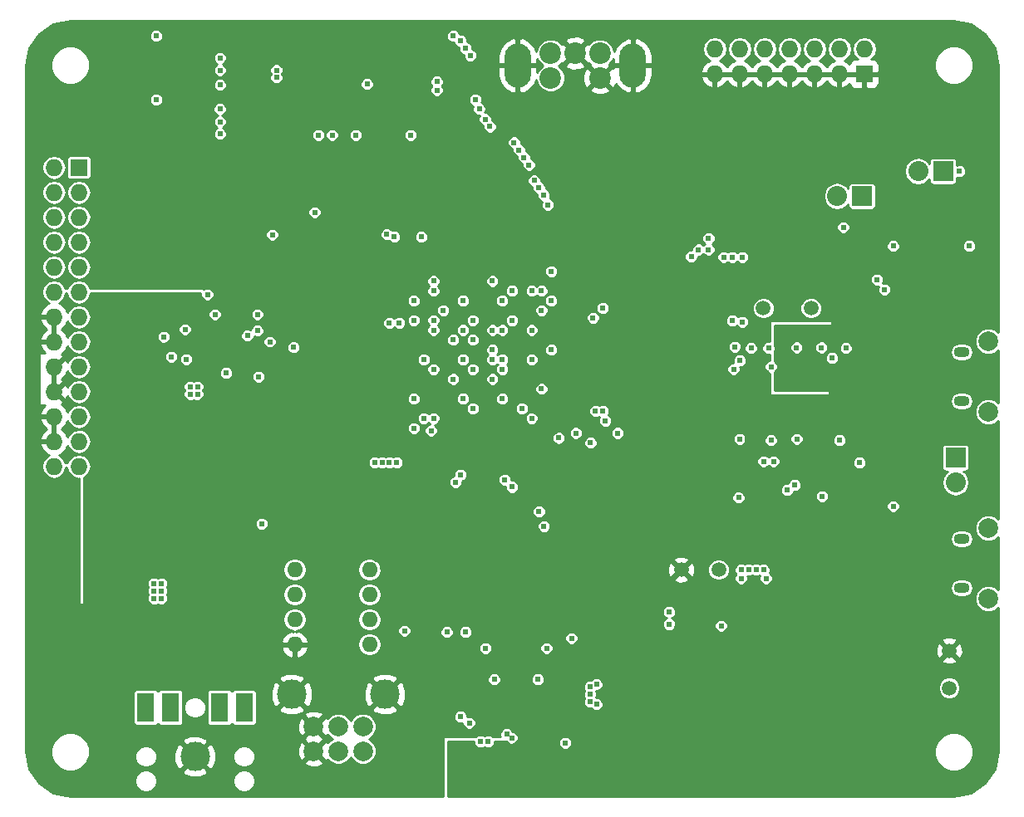
<source format=gbr>
G04 #@! TF.FileFunction,Copper,L2,Inr,Plane*
%FSLAX46Y46*%
G04 Gerber Fmt 4.6, Leading zero omitted, Abs format (unit mm)*
G04 Created by KiCad (PCBNEW (2015-10-06 BZR 6248, Git 20a3e23)-product) date 2015-10-8 0:39:17*
%MOMM*%
G01*
G04 APERTURE LIST*
%ADD10C,0.100000*%
%ADD11C,1.501140*%
%ADD12C,3.000000*%
%ADD13R,1.800000X3.000000*%
%ADD14R,1.727200X1.727200*%
%ADD15O,1.727200X1.727200*%
%ADD16O,1.600000X1.600000*%
%ADD17R,2.032000X2.032000*%
%ADD18O,2.032000X2.032000*%
%ADD19C,2.200000*%
%ADD20O,2.700000X4.500000*%
%ADD21C,2.000000*%
%ADD22O,1.600000X1.100000*%
%ADD23C,0.609600*%
%ADD24C,0.711200*%
%ADD25C,0.508000*%
%ADD26C,0.254000*%
G04 APERTURE END LIST*
D10*
D11*
X70584060Y-24765000D03*
X75465940Y-24765000D03*
D12*
X12700000Y-70485000D03*
D13*
X17700000Y-65485000D03*
X7700000Y-65485000D03*
X15200000Y-65485000D03*
X10200000Y-65485000D03*
D14*
X80890000Y-880000D03*
D15*
X80890000Y1660000D03*
X78350000Y-880000D03*
X78350000Y1660000D03*
X75810000Y-880000D03*
X75810000Y1660000D03*
X73270000Y-880000D03*
X73270000Y1660000D03*
X70730000Y-880000D03*
X70730000Y1660000D03*
X68190000Y-880000D03*
X68190000Y1660000D03*
X65650000Y-880000D03*
X65650000Y1660000D03*
D16*
X22860000Y-51435000D03*
X22860000Y-53975000D03*
X22860000Y-56515000D03*
X22860000Y-59055000D03*
X30480000Y-59055000D03*
X30480000Y-56515000D03*
X30480000Y-53975000D03*
X30480000Y-51435000D03*
D17*
X80645000Y-13335000D03*
D18*
X78105000Y-13335000D03*
D17*
X90170000Y-40005000D03*
D18*
X90170000Y-42545000D03*
D17*
X88900000Y-10795000D03*
D18*
X86360000Y-10795000D03*
D19*
X51435000Y1230000D03*
X48935000Y1230000D03*
X53935000Y1230000D03*
X48935000Y-1270000D03*
X53935000Y-1270000D03*
D20*
X45585000Y-20000D03*
X57285000Y-20000D03*
D21*
X27305000Y-67435000D03*
X27305000Y-69935000D03*
X29805000Y-69935000D03*
X24805000Y-69935000D03*
X24805000Y-67435000D03*
X29805000Y-67435000D03*
D12*
X32055000Y-64135000D03*
X22555000Y-64135000D03*
D14*
X880000Y-10405000D03*
D15*
X-1660000Y-10405000D03*
X880000Y-12945000D03*
X-1660000Y-12945000D03*
X880000Y-15485000D03*
X-1660000Y-15485000D03*
X880000Y-18025000D03*
X-1660000Y-18025000D03*
X880000Y-20565000D03*
X-1660000Y-20565000D03*
X880000Y-23105000D03*
X-1660000Y-23105000D03*
X880000Y-25645000D03*
X-1660000Y-25645000D03*
X880000Y-28185000D03*
X-1660000Y-28185000D03*
X880000Y-30725000D03*
X-1660000Y-30725000D03*
X880000Y-33265000D03*
X-1660000Y-33265000D03*
X880000Y-35805000D03*
X-1660000Y-35805000D03*
X880000Y-38345000D03*
X-1660000Y-38345000D03*
X880000Y-40885000D03*
X-1660000Y-40885000D03*
D22*
X90805000Y-53300000D03*
X90805000Y-48300000D03*
D21*
X93505000Y-54400000D03*
X93505000Y-47200000D03*
D22*
X90805000Y-34250000D03*
X90805000Y-29250000D03*
D21*
X93505000Y-35350000D03*
X93505000Y-28150000D03*
D11*
X62230000Y-51435000D03*
X66040000Y-51435000D03*
X89535000Y-59690000D03*
X89535000Y-63500000D03*
D23*
X9271000Y-54356000D03*
X9271000Y-53594000D03*
X9271000Y-52832000D03*
X8509000Y-52832000D03*
X8509000Y-53594000D03*
X8509000Y-54356000D03*
X87503000Y-20320000D03*
X80645000Y-29845000D03*
X78232000Y-28829000D03*
X80518000Y-28829000D03*
X72009000Y-28829000D03*
X72009000Y-29718000D03*
X70231000Y-28829000D03*
X65913000Y-38354000D03*
X68961000Y-38100000D03*
X80645000Y-38227000D03*
X81407000Y-60960000D03*
X82550000Y-59309000D03*
X81407000Y-59309000D03*
X81407000Y-60071000D03*
X75946000Y-54610000D03*
X74295000Y-54610000D03*
X69850000Y-64516000D03*
X69850000Y-62865000D03*
X53594000Y-58420000D03*
X50419000Y-71501000D03*
X11430000Y-40894000D03*
X10414000Y-52832000D03*
X21082000Y-32258000D03*
X18415000Y-31750000D03*
X20320000Y-29845000D03*
X20320000Y-28956000D03*
X18288000Y-25400000D03*
X18796000Y-23241000D03*
X13970000Y-26797000D03*
X9271000Y-26924000D03*
X14478000Y-29845000D03*
X11938000Y-25400000D03*
X12573000Y-22352000D03*
X13970000Y-31496000D03*
X13970000Y-34544000D03*
X7366000Y-30924500D03*
X27800000Y-37400000D03*
X27800000Y-36600000D03*
X26200000Y-37400000D03*
X49000000Y-32000000D03*
X12573000Y-37084000D03*
X11557000Y-37084000D03*
X75500000Y-12250000D03*
X74750000Y-49500000D03*
X66294000Y-59055000D03*
X81280000Y-55372000D03*
X81280000Y-52578000D03*
X84328000Y-55372000D03*
X84328000Y-52578000D03*
X87503000Y-33528000D03*
X76454000Y-29845000D03*
X74777600Y-28778200D03*
X89662000Y-49784000D03*
X89662000Y-49149000D03*
X91948000Y-49784000D03*
X91948000Y-49149000D03*
X29083000Y-2032000D03*
X78994000Y-19050000D03*
X89662000Y-30861000D03*
X89789000Y-30226000D03*
X91948000Y-30861000D03*
X91948000Y-30226000D03*
X48000000Y-32000000D03*
X42000000Y-34000000D03*
X43000000Y-31000000D03*
X40000000Y-31000000D03*
X39000000Y-34000000D03*
X48895000Y-62611000D03*
X41910000Y-62611000D03*
X50038000Y-66294000D03*
X44323000Y-70231000D03*
X44450000Y-67056000D03*
X70485000Y-18415000D03*
X75565000Y-18415000D03*
X45000000Y-29000000D03*
X86106000Y-36830000D03*
X85725000Y-37338000D03*
X90678000Y-57912000D03*
X90551000Y-44831000D03*
X90170000Y-24384000D03*
X88773000Y-23876000D03*
X3556000Y-30099000D03*
X3556000Y-28067000D03*
X7112000Y-27051000D03*
X6858000Y-28892500D03*
X47000000Y-29000000D03*
X73700000Y-39100000D03*
X37800000Y-18200000D03*
X38400000Y-18800000D03*
X36000000Y-32000000D03*
X37000000Y-30000000D03*
X28448000Y1397000D03*
X28448000Y3810000D03*
X36250000Y1500000D03*
X36750000Y-7250000D03*
X48500000Y-49000000D03*
X49250000Y-48250000D03*
X30500000Y-26250000D03*
X29000000Y-26250000D03*
X56750000Y-25750000D03*
X56000000Y-24750000D03*
X51300000Y-24300000D03*
X42000000Y-24000000D03*
X37000000Y-24000000D03*
X36000000Y-24000000D03*
X33700000Y-21400000D03*
X34000000Y-37000000D03*
X36000000Y-35000000D03*
X47000000Y-35000000D03*
X42000000Y-25000000D03*
X41000000Y-23000000D03*
X47000000Y-26000000D03*
X44000000Y-35000000D03*
X46000000Y-24000000D03*
X46000000Y-26000000D03*
X39000000Y-35000000D03*
X52500000Y-39500000D03*
X51500000Y-39500000D03*
X57750000Y-37750000D03*
X57750000Y-37000000D03*
X57750000Y-36000000D03*
X57750000Y-35250000D03*
X44000000Y-32000000D03*
X40000000Y-26000000D03*
X39000000Y-30000000D03*
X41000000Y-27000000D03*
X75184000Y-55753000D03*
X75184000Y-53467000D03*
X68707000Y-63754000D03*
X70993000Y-63754000D03*
X19050000Y-30099000D03*
X18034000Y-29591000D03*
X13970000Y-30480000D03*
X11049000Y-36576000D03*
X13081000Y-36576000D03*
X12446000Y-41656000D03*
X10414000Y-41656000D03*
X12446000Y-46736000D03*
X10414000Y-46736000D03*
X5842000Y-48260000D03*
X8382000Y-48260000D03*
X11430000Y-52832000D03*
X12573000Y-53594000D03*
X54737000Y-69469000D03*
X57023000Y-69469000D03*
X65786000Y-62484000D03*
X66294000Y-61595000D03*
X61595000Y-66548000D03*
X61595000Y-63881000D03*
X85598000Y-49022000D03*
X81280000Y-53975000D03*
X82804000Y-55372000D03*
X84328000Y-53975000D03*
X82804000Y-52578000D03*
X72644000Y-67945000D03*
X80010000Y-66040000D03*
X77851000Y-66167000D03*
X70612000Y-26416000D03*
X77216000Y-38227000D03*
X67564000Y-36068000D03*
X66802000Y-30353000D03*
X82804000Y-24384000D03*
X82804000Y-25273000D03*
X70231000Y-32131000D03*
X70866000Y-31369000D03*
X40259000Y-50673000D03*
X33147000Y-55880000D03*
X36576000Y-57785000D03*
X42545000Y-71628000D03*
X46863000Y-67310000D03*
X46228000Y-72263000D03*
X43942000Y-72263000D03*
X39497000Y-73279000D03*
X41783000Y-73279000D03*
X51054000Y-59690000D03*
X50419000Y-68072000D03*
D24*
X37465000Y-66040000D03*
X25400000Y-51435000D03*
X27305000Y-53975000D03*
X25527000Y-59055000D03*
X12065000Y-57150000D03*
X5080000Y-57150000D03*
D23*
X31496000Y-3810000D03*
X27000000Y-4500000D03*
X23250000Y-4500000D03*
X29845000Y-11049000D03*
X33655000Y-11049000D03*
X26035000Y-10922000D03*
X35687000Y-381000D03*
X37465000Y-381000D03*
X19304000Y1651000D03*
X19050000Y-8255000D03*
X7493000Y-1905000D03*
X7366000Y-6985000D03*
X22098000Y-2540000D03*
X22098000Y-3810000D03*
X91694000Y-14605000D03*
X83693000Y-39370000D03*
X86360000Y-44958000D03*
X81407000Y-43942000D03*
X50000000Y-37000000D03*
X50000000Y-21000000D03*
X46000000Y-34000000D03*
X42000000Y-32000000D03*
X41000000Y-30000000D03*
X40000000Y-28000000D03*
X48000000Y-28000000D03*
X36000000Y-28000000D03*
X44000000Y-23000000D03*
X43000000Y-28000000D03*
X43000000Y-30000000D03*
X41000000Y-31000000D03*
X43000000Y-29000000D03*
X53000000Y-38500000D03*
X51500000Y-37500000D03*
X55750000Y-37500000D03*
X54500000Y-36250000D03*
X54250000Y-35250000D03*
X53500000Y-35250000D03*
X44000000Y-31000000D03*
X40000000Y-27000000D03*
X43000000Y-27000000D03*
X40000000Y-30000000D03*
X41000000Y-28000000D03*
X70866000Y-52324000D03*
X70612000Y-51435000D03*
X68326000Y-51435000D03*
X69088000Y-51435000D03*
X68326000Y-52324000D03*
X69850000Y-51435000D03*
X9525000Y-27686000D03*
X10287000Y-29718000D03*
X83820000Y-18415000D03*
X78994000Y-28829000D03*
X71120000Y-28829000D03*
X68199000Y-38100000D03*
X78359000Y-38227000D03*
X51054000Y-58420000D03*
X50419000Y-69088000D03*
X19177000Y-31750000D03*
X20320000Y-28194000D03*
X66294000Y-57150000D03*
X78740000Y-16510000D03*
X90551000Y-10795000D03*
X19500000Y-46750000D03*
X47625000Y-62611000D03*
X43180000Y-62611000D03*
X68072000Y-44069000D03*
X61000000Y-57000000D03*
X61000000Y-55750000D03*
X49750000Y-38000000D03*
X49000000Y-29000000D03*
X47000000Y-30000000D03*
X31000000Y-40500000D03*
X31750000Y-40500000D03*
X32500000Y-40500000D03*
X33250000Y-40500000D03*
X37000000Y-22000000D03*
X37000000Y-31000000D03*
X21000000Y-1250000D03*
X21000000Y-500000D03*
X48250000Y-47000000D03*
X47750000Y-45500000D03*
X32500000Y-26250000D03*
X54250000Y-24750000D03*
X53250000Y-25750000D03*
X49000000Y-24000000D03*
X35000000Y-24000000D03*
X35000000Y-34000000D03*
X37000000Y-36000000D03*
X47000000Y-36000000D03*
X47000000Y-23000000D03*
X48000000Y-33000000D03*
X47000000Y-27000000D03*
X37000000Y-27000000D03*
X19050000Y-27051000D03*
X18034000Y-27559000D03*
X19050000Y-25400000D03*
X52959000Y-64897000D03*
X52959000Y-63373000D03*
X53594000Y-65151000D03*
X52959000Y-64135000D03*
X53594000Y-63119000D03*
X48514000Y-59436000D03*
X42291000Y-59436000D03*
X71374000Y-38227000D03*
X67691000Y-28702000D03*
X82931000Y-22860000D03*
X82169000Y-21844000D03*
X67564000Y-30988000D03*
X68199000Y-30099000D03*
X34036000Y-57658000D03*
X40259000Y-57785000D03*
X40640000Y-67056000D03*
X39751000Y-66421000D03*
X37338000Y-1651000D03*
X37338000Y-2540000D03*
X91567000Y-18415000D03*
X83820000Y-44958000D03*
X76581000Y-43942000D03*
X41000000Y-35000000D03*
X44000000Y-34000000D03*
X40000000Y-34000000D03*
X36000000Y-30000000D03*
X44000000Y-24000000D03*
X40000000Y-24000000D03*
X43000000Y-22000000D03*
X24892000Y-14986000D03*
X20574000Y-17272000D03*
X12954000Y-33528000D03*
X12954000Y-32766000D03*
X12192000Y-33528000D03*
X11684000Y-26924000D03*
X11811000Y-29972000D03*
X13970000Y-23368000D03*
X12192000Y-32766000D03*
X44450000Y-68199000D03*
X44958000Y-68580000D03*
X42545000Y-68961000D03*
X41783000Y-68961000D03*
X76504800Y-28778200D03*
X73990200Y-28778200D03*
X39750000Y-41750000D03*
X36000000Y-36000000D03*
X45000000Y-43000000D03*
X46000000Y-35000000D03*
X66548000Y-19558000D03*
X69342000Y-28829000D03*
X68453000Y-19558000D03*
X68453000Y-26162000D03*
X70612000Y-40386000D03*
X73025000Y-43307000D03*
X14732000Y-25400000D03*
X44250000Y-42250000D03*
X36750000Y-37250000D03*
X15875000Y-31369000D03*
X71374000Y-30734000D03*
X77597000Y-29845000D03*
X33000000Y-17500000D03*
X35000000Y-26000000D03*
X32250000Y-17250000D03*
X33500000Y-26250000D03*
X22750000Y-28750000D03*
X37000000Y-26000000D03*
X67437000Y-26035000D03*
X67437000Y-19558000D03*
X44000000Y-30000000D03*
X44000000Y-27000000D03*
X38000000Y-25000000D03*
X41000000Y-26000000D03*
X43000000Y-32000000D03*
X45000000Y-26000000D03*
X39000000Y-32000000D03*
X39000000Y-28000000D03*
X74000000Y-38100000D03*
X80391000Y-40513000D03*
X73787000Y-42799000D03*
X71628000Y-40386000D03*
X37000000Y-23000000D03*
X35750000Y-17500000D03*
X35000000Y-37000000D03*
X39250000Y-42500000D03*
X39000000Y3000000D03*
X8750000Y3000000D03*
X40750000Y1000000D03*
X15250000Y-2000000D03*
X15250000Y-500000D03*
X40250000Y1750000D03*
X39750000Y2500000D03*
X15250000Y750000D03*
X42750000Y-6250000D03*
X15250000Y-7000000D03*
X42250000Y-5500000D03*
X15250000Y-5750000D03*
X41656000Y-4445000D03*
X15240000Y-4445000D03*
X41250000Y-3500000D03*
X8750000Y-3500000D03*
X63250000Y-19500000D03*
X49000000Y-21000000D03*
X48000000Y-23000000D03*
X65015000Y-18787000D03*
X65015000Y-17644000D03*
X48000000Y-25000000D03*
X63999000Y-18787000D03*
X45000000Y-23000000D03*
X26670000Y-7112000D03*
X25273000Y-7112000D03*
X30226000Y-1905000D03*
X34671000Y-7112000D03*
X29083000Y-7112000D03*
X45203000Y-7865000D03*
X45711000Y-8627000D03*
X46219000Y-9389000D03*
X46727000Y-10151000D03*
X47250000Y-11750000D03*
X47750000Y-12500000D03*
X48250000Y-13250000D03*
X48641000Y-14224000D03*
X38354000Y-57785000D03*
D25*
X-1660000Y-33265000D02*
X-1533000Y-33265000D01*
X-1533000Y-33265000D02*
X-254000Y-34544000D01*
X-1660000Y-33265000D02*
X-1515000Y-33265000D01*
X-1515000Y-33265000D02*
X-254000Y-32004000D01*
X-1660000Y-30725000D02*
X-1515000Y-30725000D01*
X-1515000Y-30725000D02*
X-254000Y-29464000D01*
X-1660000Y-30725000D02*
X-1660000Y-33265000D01*
D26*
G36*
X91735495Y4189855D02*
X93206776Y3206776D01*
X94189855Y1735495D01*
X94544000Y-44911D01*
X94544000Y-27236080D01*
X94288295Y-26979928D01*
X93780903Y-26769241D01*
X93231507Y-26768761D01*
X92723749Y-26978563D01*
X92334928Y-27366705D01*
X92124241Y-27874097D01*
X92123761Y-28423493D01*
X92333563Y-28931251D01*
X92721705Y-29320072D01*
X93229097Y-29530759D01*
X93778493Y-29531239D01*
X94286251Y-29321437D01*
X94544000Y-29064138D01*
X94544000Y-34436080D01*
X94288295Y-34179928D01*
X93780903Y-33969241D01*
X93231507Y-33968761D01*
X92723749Y-34178563D01*
X92334928Y-34566705D01*
X92124241Y-35074097D01*
X92123761Y-35623493D01*
X92333563Y-36131251D01*
X92721705Y-36520072D01*
X93229097Y-36730759D01*
X93778493Y-36731239D01*
X94286251Y-36521437D01*
X94544000Y-36264138D01*
X94544000Y-46286080D01*
X94288295Y-46029928D01*
X93780903Y-45819241D01*
X93231507Y-45818761D01*
X92723749Y-46028563D01*
X92334928Y-46416705D01*
X92124241Y-46924097D01*
X92123761Y-47473493D01*
X92333563Y-47981251D01*
X92721705Y-48370072D01*
X93229097Y-48580759D01*
X93778493Y-48581239D01*
X94286251Y-48371437D01*
X94544000Y-48114138D01*
X94544000Y-53486080D01*
X94288295Y-53229928D01*
X93780903Y-53019241D01*
X93231507Y-53018761D01*
X92723749Y-53228563D01*
X92334928Y-53616705D01*
X92124241Y-54124097D01*
X92123761Y-54673493D01*
X92333563Y-55181251D01*
X92721705Y-55570072D01*
X93229097Y-55780759D01*
X93778493Y-55781239D01*
X94286251Y-55571437D01*
X94544000Y-55314138D01*
X94544000Y-69955089D01*
X94189855Y-71735495D01*
X93206776Y-73206776D01*
X91735495Y-74189855D01*
X89955089Y-74544000D01*
X38481000Y-74544000D01*
X38481000Y-70392316D01*
X88018657Y-70392316D01*
X88319611Y-71120680D01*
X88876389Y-71678431D01*
X89604226Y-71980655D01*
X90392316Y-71981343D01*
X91120680Y-71680389D01*
X91678431Y-71123611D01*
X91980655Y-70395774D01*
X91981343Y-69607684D01*
X91680389Y-68879320D01*
X91123611Y-68321569D01*
X90395774Y-68019345D01*
X89607684Y-68018657D01*
X88879320Y-68319611D01*
X88321569Y-68876389D01*
X88019345Y-69604226D01*
X88018657Y-70392316D01*
X38481000Y-70392316D01*
X38481000Y-68961000D01*
X41097199Y-68961000D01*
X41097081Y-69096816D01*
X41201268Y-69348967D01*
X41394018Y-69542054D01*
X41645987Y-69646681D01*
X41918816Y-69646919D01*
X42164292Y-69545490D01*
X42407987Y-69646681D01*
X42680816Y-69646919D01*
X42932967Y-69542732D01*
X43126054Y-69349982D01*
X43230681Y-69098013D01*
X43230801Y-68961000D01*
X44373389Y-68961000D01*
X44376268Y-68967967D01*
X44569018Y-69161054D01*
X44820987Y-69265681D01*
X45093816Y-69265919D01*
X45195712Y-69223816D01*
X49733081Y-69223816D01*
X49837268Y-69475967D01*
X50030018Y-69669054D01*
X50281987Y-69773681D01*
X50554816Y-69773919D01*
X50806967Y-69669732D01*
X51000054Y-69476982D01*
X51104681Y-69225013D01*
X51104919Y-68952184D01*
X51000732Y-68700033D01*
X50807982Y-68506946D01*
X50556013Y-68402319D01*
X50283184Y-68402081D01*
X50031033Y-68506268D01*
X49837946Y-68699018D01*
X49733319Y-68950987D01*
X49733081Y-69223816D01*
X45195712Y-69223816D01*
X45345967Y-69161732D01*
X45539054Y-68968982D01*
X45643681Y-68717013D01*
X45643919Y-68444184D01*
X45539732Y-68192033D01*
X45346982Y-67998946D01*
X45095013Y-67894319D01*
X45066135Y-67894294D01*
X45031732Y-67811033D01*
X44838982Y-67617946D01*
X44587013Y-67513319D01*
X44314184Y-67513081D01*
X44062033Y-67617268D01*
X43868946Y-67810018D01*
X43764319Y-68061987D01*
X43764081Y-68334816D01*
X43812914Y-68453000D01*
X43006908Y-68453000D01*
X42933982Y-68379946D01*
X42682013Y-68275319D01*
X42409184Y-68275081D01*
X42163708Y-68376510D01*
X41920013Y-68275319D01*
X41647184Y-68275081D01*
X41395033Y-68379268D01*
X41321172Y-68453000D01*
X38100000Y-68453000D01*
X38050590Y-68463006D01*
X38008965Y-68491447D01*
X37981685Y-68533841D01*
X37973000Y-68580000D01*
X37973000Y-74544000D01*
X44911Y-74544000D01*
X-1735495Y-74189855D01*
X-3203472Y-73208983D01*
X6568804Y-73208983D01*
X6740625Y-73624823D01*
X7058503Y-73943256D01*
X7474043Y-74115804D01*
X7923983Y-74116196D01*
X8339823Y-73944375D01*
X8658256Y-73626497D01*
X8830804Y-73210957D01*
X8830805Y-73208983D01*
X16568804Y-73208983D01*
X16740625Y-73624823D01*
X17058503Y-73943256D01*
X17474043Y-74115804D01*
X17923983Y-74116196D01*
X18339823Y-73944375D01*
X18658256Y-73626497D01*
X18830804Y-73210957D01*
X18831196Y-72761017D01*
X18659375Y-72345177D01*
X18341497Y-72026744D01*
X17925957Y-71854196D01*
X17476017Y-71853804D01*
X17060177Y-72025625D01*
X16741744Y-72343503D01*
X16569196Y-72759043D01*
X16568804Y-73208983D01*
X8830805Y-73208983D01*
X8831196Y-72761017D01*
X8659375Y-72345177D01*
X8341497Y-72026744D01*
X8274611Y-71998970D01*
X11365635Y-71998970D01*
X11525418Y-72317739D01*
X12316187Y-72627723D01*
X13165387Y-72611497D01*
X13874582Y-72317739D01*
X14034365Y-71998970D01*
X12700000Y-70664605D01*
X11365635Y-71998970D01*
X8274611Y-71998970D01*
X7925957Y-71854196D01*
X7476017Y-71853804D01*
X7060177Y-72025625D01*
X6741744Y-72343503D01*
X6569196Y-72759043D01*
X6568804Y-73208983D01*
X-3203472Y-73208983D01*
X-3206776Y-73206776D01*
X-4189855Y-71735495D01*
X-4457030Y-70392316D01*
X-1981343Y-70392316D01*
X-1680389Y-71120680D01*
X-1123611Y-71678431D01*
X-395774Y-71980655D01*
X392316Y-71981343D01*
X1120680Y-71680389D01*
X1678431Y-71123611D01*
X1850599Y-70708983D01*
X6568804Y-70708983D01*
X6740625Y-71124823D01*
X7058503Y-71443256D01*
X7474043Y-71615804D01*
X7923983Y-71616196D01*
X8339823Y-71444375D01*
X8658256Y-71126497D01*
X8830804Y-70710957D01*
X8831196Y-70261017D01*
X8765156Y-70101187D01*
X10557277Y-70101187D01*
X10573503Y-70950387D01*
X10867261Y-71659582D01*
X11186030Y-71819365D01*
X12520395Y-70485000D01*
X12879605Y-70485000D01*
X14213970Y-71819365D01*
X14532739Y-71659582D01*
X14842723Y-70868813D01*
X14839670Y-70708983D01*
X16568804Y-70708983D01*
X16740625Y-71124823D01*
X17058503Y-71443256D01*
X17474043Y-71615804D01*
X17923983Y-71616196D01*
X18339823Y-71444375D01*
X18658256Y-71126497D01*
X18674435Y-71087532D01*
X23832073Y-71087532D01*
X23930736Y-71354387D01*
X24540461Y-71580908D01*
X25190460Y-71556856D01*
X25679264Y-71354387D01*
X25777927Y-71087532D01*
X24805000Y-70114605D01*
X23832073Y-71087532D01*
X18674435Y-71087532D01*
X18830804Y-70710957D01*
X18831196Y-70261017D01*
X18659375Y-69845177D01*
X18484964Y-69670461D01*
X23159092Y-69670461D01*
X23183144Y-70320460D01*
X23385613Y-70809264D01*
X23652468Y-70907927D01*
X24625395Y-69935000D01*
X23652468Y-68962073D01*
X23385613Y-69060736D01*
X23159092Y-69670461D01*
X18484964Y-69670461D01*
X18341497Y-69526744D01*
X17925957Y-69354196D01*
X17476017Y-69353804D01*
X17060177Y-69525625D01*
X16741744Y-69843503D01*
X16569196Y-70259043D01*
X16568804Y-70708983D01*
X14839670Y-70708983D01*
X14826497Y-70019613D01*
X14532739Y-69310418D01*
X14213970Y-69150635D01*
X12879605Y-70485000D01*
X12520395Y-70485000D01*
X11186030Y-69150635D01*
X10867261Y-69310418D01*
X10557277Y-70101187D01*
X8765156Y-70101187D01*
X8659375Y-69845177D01*
X8341497Y-69526744D01*
X7925957Y-69354196D01*
X7476017Y-69353804D01*
X7060177Y-69525625D01*
X6741744Y-69843503D01*
X6569196Y-70259043D01*
X6568804Y-70708983D01*
X1850599Y-70708983D01*
X1980655Y-70395774D01*
X1981343Y-69607684D01*
X1718283Y-68971030D01*
X11365635Y-68971030D01*
X12700000Y-70305395D01*
X14034365Y-68971030D01*
X13874582Y-68652261D01*
X13709459Y-68587532D01*
X23832073Y-68587532D01*
X23868109Y-68685000D01*
X23832073Y-68782468D01*
X24805000Y-69755395D01*
X25777927Y-68782468D01*
X25741891Y-68685000D01*
X25777927Y-68587532D01*
X24805000Y-67614605D01*
X23832073Y-68587532D01*
X13709459Y-68587532D01*
X13083813Y-68342277D01*
X12234613Y-68358503D01*
X11525418Y-68652261D01*
X11365635Y-68971030D01*
X1718283Y-68971030D01*
X1680389Y-68879320D01*
X1123611Y-68321569D01*
X395774Y-68019345D01*
X-392316Y-68018657D01*
X-1120680Y-68319611D01*
X-1678431Y-68876389D01*
X-1980655Y-69604226D01*
X-1981343Y-70392316D01*
X-4457030Y-70392316D01*
X-4544000Y-69955089D01*
X-4544000Y-63985000D01*
X6411536Y-63985000D01*
X6411536Y-66985000D01*
X6438103Y-67126190D01*
X6521546Y-67255865D01*
X6648866Y-67342859D01*
X6800000Y-67373464D01*
X8600000Y-67373464D01*
X8741190Y-67346897D01*
X8870865Y-67263454D01*
X8950980Y-67146202D01*
X9021546Y-67255865D01*
X9148866Y-67342859D01*
X9300000Y-67373464D01*
X11100000Y-67373464D01*
X11241190Y-67346897D01*
X11370865Y-67263454D01*
X11457859Y-67136134D01*
X11488464Y-66985000D01*
X11488464Y-65708983D01*
X11568804Y-65708983D01*
X11740625Y-66124823D01*
X12058503Y-66443256D01*
X12474043Y-66615804D01*
X12923983Y-66616196D01*
X13339823Y-66444375D01*
X13658256Y-66126497D01*
X13830804Y-65710957D01*
X13831196Y-65261017D01*
X13659375Y-64845177D01*
X13341497Y-64526744D01*
X12925957Y-64354196D01*
X12476017Y-64353804D01*
X12060177Y-64525625D01*
X11741744Y-64843503D01*
X11569196Y-65259043D01*
X11568804Y-65708983D01*
X11488464Y-65708983D01*
X11488464Y-63985000D01*
X13911536Y-63985000D01*
X13911536Y-66985000D01*
X13938103Y-67126190D01*
X14021546Y-67255865D01*
X14148866Y-67342859D01*
X14300000Y-67373464D01*
X16100000Y-67373464D01*
X16241190Y-67346897D01*
X16370865Y-67263454D01*
X16450980Y-67146202D01*
X16521546Y-67255865D01*
X16648866Y-67342859D01*
X16800000Y-67373464D01*
X18600000Y-67373464D01*
X18741190Y-67346897D01*
X18870865Y-67263454D01*
X18934404Y-67170461D01*
X23159092Y-67170461D01*
X23183144Y-67820460D01*
X23385613Y-68309264D01*
X23652468Y-68407927D01*
X24625395Y-67435000D01*
X24984605Y-67435000D01*
X25957532Y-68407927D01*
X26224387Y-68309264D01*
X26224937Y-68307784D01*
X26521705Y-68605072D01*
X26714040Y-68684936D01*
X26523749Y-68763563D01*
X26224875Y-69061915D01*
X26224387Y-69060736D01*
X25957532Y-68962073D01*
X24984605Y-69935000D01*
X25957532Y-70907927D01*
X26224387Y-70809264D01*
X26224937Y-70807784D01*
X26521705Y-71105072D01*
X27029097Y-71315759D01*
X27578493Y-71316239D01*
X28086251Y-71106437D01*
X28475072Y-70718295D01*
X28554936Y-70525960D01*
X28633563Y-70716251D01*
X29021705Y-71105072D01*
X29529097Y-71315759D01*
X30078493Y-71316239D01*
X30586251Y-71106437D01*
X30975072Y-70718295D01*
X31185759Y-70210903D01*
X31186239Y-69661507D01*
X30976437Y-69153749D01*
X30588295Y-68764928D01*
X30395960Y-68685064D01*
X30586251Y-68606437D01*
X30975072Y-68218295D01*
X31185759Y-67710903D01*
X31186239Y-67161507D01*
X30976437Y-66653749D01*
X30879674Y-66556816D01*
X39065081Y-66556816D01*
X39169268Y-66808967D01*
X39362018Y-67002054D01*
X39613987Y-67106681D01*
X39886816Y-67106919D01*
X39954179Y-67079085D01*
X39954081Y-67191816D01*
X40058268Y-67443967D01*
X40251018Y-67637054D01*
X40502987Y-67741681D01*
X40775816Y-67741919D01*
X41027967Y-67637732D01*
X41221054Y-67444982D01*
X41325681Y-67193013D01*
X41325919Y-66920184D01*
X41221732Y-66668033D01*
X41028982Y-66474946D01*
X40777013Y-66370319D01*
X40504184Y-66370081D01*
X40436821Y-66397915D01*
X40436919Y-66285184D01*
X40332732Y-66033033D01*
X40139982Y-65839946D01*
X39888013Y-65735319D01*
X39615184Y-65735081D01*
X39363033Y-65839268D01*
X39169946Y-66032018D01*
X39065319Y-66283987D01*
X39065081Y-66556816D01*
X30879674Y-66556816D01*
X30588295Y-66264928D01*
X30080903Y-66054241D01*
X29531507Y-66053761D01*
X29023749Y-66263563D01*
X28634928Y-66651705D01*
X28555064Y-66844040D01*
X28476437Y-66653749D01*
X28088295Y-66264928D01*
X27580903Y-66054241D01*
X27031507Y-66053761D01*
X26523749Y-66263563D01*
X26224875Y-66561915D01*
X26224387Y-66560736D01*
X25957532Y-66462073D01*
X24984605Y-67435000D01*
X24625395Y-67435000D01*
X23652468Y-66462073D01*
X23385613Y-66560736D01*
X23159092Y-67170461D01*
X18934404Y-67170461D01*
X18957859Y-67136134D01*
X18988464Y-66985000D01*
X18988464Y-66282468D01*
X23832073Y-66282468D01*
X24805000Y-67255395D01*
X25777927Y-66282468D01*
X25679264Y-66015613D01*
X25069539Y-65789092D01*
X24419540Y-65813144D01*
X23930736Y-66015613D01*
X23832073Y-66282468D01*
X18988464Y-66282468D01*
X18988464Y-65648970D01*
X21220635Y-65648970D01*
X21380418Y-65967739D01*
X22171187Y-66277723D01*
X23020387Y-66261497D01*
X23729582Y-65967739D01*
X23889365Y-65648970D01*
X30720635Y-65648970D01*
X30880418Y-65967739D01*
X31671187Y-66277723D01*
X32520387Y-66261497D01*
X33229582Y-65967739D01*
X33389365Y-65648970D01*
X32055000Y-64314605D01*
X30720635Y-65648970D01*
X23889365Y-65648970D01*
X22555000Y-64314605D01*
X21220635Y-65648970D01*
X18988464Y-65648970D01*
X18988464Y-63985000D01*
X18961897Y-63843810D01*
X18902297Y-63751187D01*
X20412277Y-63751187D01*
X20428503Y-64600387D01*
X20722261Y-65309582D01*
X21041030Y-65469365D01*
X22375395Y-64135000D01*
X22734605Y-64135000D01*
X24068970Y-65469365D01*
X24387739Y-65309582D01*
X24697723Y-64518813D01*
X24683056Y-63751187D01*
X29912277Y-63751187D01*
X29928503Y-64600387D01*
X30222261Y-65309582D01*
X30541030Y-65469365D01*
X31875395Y-64135000D01*
X32234605Y-64135000D01*
X33568970Y-65469365D01*
X33887739Y-65309582D01*
X34197723Y-64518813D01*
X34181497Y-63669613D01*
X34114893Y-63508816D01*
X52273081Y-63508816D01*
X52374510Y-63754292D01*
X52273319Y-63997987D01*
X52273081Y-64270816D01*
X52374510Y-64516292D01*
X52273319Y-64759987D01*
X52273081Y-65032816D01*
X52377268Y-65284967D01*
X52570018Y-65478054D01*
X52821987Y-65582681D01*
X53056110Y-65582885D01*
X53205018Y-65732054D01*
X53456987Y-65836681D01*
X53729816Y-65836919D01*
X53981967Y-65732732D01*
X54175054Y-65539982D01*
X54279681Y-65288013D01*
X54279919Y-65015184D01*
X54175732Y-64763033D01*
X53982982Y-64569946D01*
X53731013Y-64465319D01*
X53564473Y-64465174D01*
X53644681Y-64272013D01*
X53644919Y-63999184D01*
X53564591Y-63804775D01*
X53729816Y-63804919D01*
X53925421Y-63724096D01*
X88403234Y-63724096D01*
X88575142Y-64140146D01*
X88893180Y-64458739D01*
X89308929Y-64631373D01*
X89759096Y-64631766D01*
X90175146Y-64459858D01*
X90493739Y-64141820D01*
X90666373Y-63726071D01*
X90666766Y-63275904D01*
X90494858Y-62859854D01*
X90176820Y-62541261D01*
X89761071Y-62368627D01*
X89310904Y-62368234D01*
X88894854Y-62540142D01*
X88576261Y-62858180D01*
X88403627Y-63273929D01*
X88403234Y-63724096D01*
X53925421Y-63724096D01*
X53981967Y-63700732D01*
X54175054Y-63507982D01*
X54279681Y-63256013D01*
X54279919Y-62983184D01*
X54175732Y-62731033D01*
X53982982Y-62537946D01*
X53731013Y-62433319D01*
X53458184Y-62433081D01*
X53206033Y-62537268D01*
X53055755Y-62687284D01*
X52823184Y-62687081D01*
X52571033Y-62791268D01*
X52377946Y-62984018D01*
X52273319Y-63235987D01*
X52273081Y-63508816D01*
X34114893Y-63508816D01*
X33887739Y-62960418D01*
X33568970Y-62800635D01*
X32234605Y-64135000D01*
X31875395Y-64135000D01*
X30541030Y-62800635D01*
X30222261Y-62960418D01*
X29912277Y-63751187D01*
X24683056Y-63751187D01*
X24681497Y-63669613D01*
X24387739Y-62960418D01*
X24068970Y-62800635D01*
X22734605Y-64135000D01*
X22375395Y-64135000D01*
X21041030Y-62800635D01*
X20722261Y-62960418D01*
X20412277Y-63751187D01*
X18902297Y-63751187D01*
X18878454Y-63714135D01*
X18751134Y-63627141D01*
X18600000Y-63596536D01*
X16800000Y-63596536D01*
X16658810Y-63623103D01*
X16529135Y-63706546D01*
X16449020Y-63823798D01*
X16378454Y-63714135D01*
X16251134Y-63627141D01*
X16100000Y-63596536D01*
X14300000Y-63596536D01*
X14158810Y-63623103D01*
X14029135Y-63706546D01*
X13942141Y-63833866D01*
X13911536Y-63985000D01*
X11488464Y-63985000D01*
X11461897Y-63843810D01*
X11378454Y-63714135D01*
X11251134Y-63627141D01*
X11100000Y-63596536D01*
X9300000Y-63596536D01*
X9158810Y-63623103D01*
X9029135Y-63706546D01*
X8949020Y-63823798D01*
X8878454Y-63714135D01*
X8751134Y-63627141D01*
X8600000Y-63596536D01*
X6800000Y-63596536D01*
X6658810Y-63623103D01*
X6529135Y-63706546D01*
X6442141Y-63833866D01*
X6411536Y-63985000D01*
X-4544000Y-63985000D01*
X-4544000Y-62621030D01*
X21220635Y-62621030D01*
X22555000Y-63955395D01*
X23889365Y-62621030D01*
X30720635Y-62621030D01*
X32055000Y-63955395D01*
X33263579Y-62746816D01*
X42494081Y-62746816D01*
X42598268Y-62998967D01*
X42791018Y-63192054D01*
X43042987Y-63296681D01*
X43315816Y-63296919D01*
X43567967Y-63192732D01*
X43761054Y-62999982D01*
X43865681Y-62748013D01*
X43865682Y-62746816D01*
X46939081Y-62746816D01*
X47043268Y-62998967D01*
X47236018Y-63192054D01*
X47487987Y-63296681D01*
X47760816Y-63296919D01*
X48012967Y-63192732D01*
X48206054Y-62999982D01*
X48310681Y-62748013D01*
X48310919Y-62475184D01*
X48206732Y-62223033D01*
X48013982Y-62029946D01*
X47762013Y-61925319D01*
X47489184Y-61925081D01*
X47237033Y-62029268D01*
X47043946Y-62222018D01*
X46939319Y-62473987D01*
X46939081Y-62746816D01*
X43865682Y-62746816D01*
X43865919Y-62475184D01*
X43761732Y-62223033D01*
X43568982Y-62029946D01*
X43317013Y-61925319D01*
X43044184Y-61925081D01*
X42792033Y-62029268D01*
X42598946Y-62222018D01*
X42494319Y-62473987D01*
X42494081Y-62746816D01*
X33263579Y-62746816D01*
X33389365Y-62621030D01*
X33229582Y-62302261D01*
X32438813Y-61992277D01*
X31589613Y-62008503D01*
X30880418Y-62302261D01*
X30720635Y-62621030D01*
X23889365Y-62621030D01*
X23729582Y-62302261D01*
X22938813Y-61992277D01*
X22089613Y-62008503D01*
X21380418Y-62302261D01*
X21220635Y-62621030D01*
X-4544000Y-62621030D01*
X-4544000Y-60661930D01*
X88742675Y-60661930D01*
X88810735Y-60902931D01*
X89330034Y-61087767D01*
X89880538Y-61059805D01*
X90259265Y-60902931D01*
X90327325Y-60661930D01*
X89535000Y-59869605D01*
X88742675Y-60661930D01*
X-4544000Y-60661930D01*
X-4544000Y-59404039D01*
X21468096Y-59404039D01*
X21628959Y-59792423D01*
X22004866Y-60207389D01*
X22510959Y-60446914D01*
X22733000Y-60325629D01*
X22733000Y-59182000D01*
X22987000Y-59182000D01*
X22987000Y-60325629D01*
X23209041Y-60446914D01*
X23715134Y-60207389D01*
X24091041Y-59792423D01*
X24251904Y-59404039D01*
X24129915Y-59182000D01*
X22987000Y-59182000D01*
X22733000Y-59182000D01*
X21590085Y-59182000D01*
X21468096Y-59404039D01*
X-4544000Y-59404039D01*
X-4544000Y-59055000D01*
X29275863Y-59055000D01*
X29365761Y-59506949D01*
X29621770Y-59890093D01*
X30004914Y-60146102D01*
X30456863Y-60236000D01*
X30503137Y-60236000D01*
X30955086Y-60146102D01*
X31338230Y-59890093D01*
X31550896Y-59571816D01*
X41605081Y-59571816D01*
X41709268Y-59823967D01*
X41902018Y-60017054D01*
X42153987Y-60121681D01*
X42426816Y-60121919D01*
X42678967Y-60017732D01*
X42872054Y-59824982D01*
X42976681Y-59573013D01*
X42976682Y-59571816D01*
X47828081Y-59571816D01*
X47932268Y-59823967D01*
X48125018Y-60017054D01*
X48376987Y-60121681D01*
X48649816Y-60121919D01*
X48901967Y-60017732D01*
X49095054Y-59824982D01*
X49199681Y-59573013D01*
X49199757Y-59485034D01*
X88137233Y-59485034D01*
X88165195Y-60035538D01*
X88322069Y-60414265D01*
X88563070Y-60482325D01*
X89355395Y-59690000D01*
X89714605Y-59690000D01*
X90506930Y-60482325D01*
X90747931Y-60414265D01*
X90932767Y-59894966D01*
X90904805Y-59344462D01*
X90747931Y-58965735D01*
X90506930Y-58897675D01*
X89714605Y-59690000D01*
X89355395Y-59690000D01*
X88563070Y-58897675D01*
X88322069Y-58965735D01*
X88137233Y-59485034D01*
X49199757Y-59485034D01*
X49199919Y-59300184D01*
X49095732Y-59048033D01*
X48902982Y-58854946D01*
X48651013Y-58750319D01*
X48378184Y-58750081D01*
X48126033Y-58854268D01*
X47932946Y-59047018D01*
X47828319Y-59298987D01*
X47828081Y-59571816D01*
X42976682Y-59571816D01*
X42976919Y-59300184D01*
X42872732Y-59048033D01*
X42679982Y-58854946D01*
X42428013Y-58750319D01*
X42155184Y-58750081D01*
X41903033Y-58854268D01*
X41709946Y-59047018D01*
X41605319Y-59298987D01*
X41605081Y-59571816D01*
X31550896Y-59571816D01*
X31594239Y-59506949D01*
X31684137Y-59055000D01*
X31594239Y-58603051D01*
X31562678Y-58555816D01*
X50368081Y-58555816D01*
X50472268Y-58807967D01*
X50665018Y-59001054D01*
X50916987Y-59105681D01*
X51189816Y-59105919D01*
X51441967Y-59001732D01*
X51635054Y-58808982D01*
X51672804Y-58718070D01*
X88742675Y-58718070D01*
X89535000Y-59510395D01*
X90327325Y-58718070D01*
X90259265Y-58477069D01*
X89739966Y-58292233D01*
X89189462Y-58320195D01*
X88810735Y-58477069D01*
X88742675Y-58718070D01*
X51672804Y-58718070D01*
X51739681Y-58557013D01*
X51739919Y-58284184D01*
X51635732Y-58032033D01*
X51442982Y-57838946D01*
X51191013Y-57734319D01*
X50918184Y-57734081D01*
X50666033Y-57838268D01*
X50472946Y-58031018D01*
X50368319Y-58282987D01*
X50368081Y-58555816D01*
X31562678Y-58555816D01*
X31338230Y-58219907D01*
X30955086Y-57963898D01*
X30503137Y-57874000D01*
X30456863Y-57874000D01*
X30004914Y-57963898D01*
X29621770Y-58219907D01*
X29365761Y-58603051D01*
X29275863Y-59055000D01*
X-4544000Y-59055000D01*
X-4544000Y-58705961D01*
X21468096Y-58705961D01*
X21590085Y-58928000D01*
X22733000Y-58928000D01*
X22733000Y-58908000D01*
X22987000Y-58908000D01*
X22987000Y-58928000D01*
X24129915Y-58928000D01*
X24251904Y-58705961D01*
X24091041Y-58317577D01*
X23715134Y-57902611D01*
X23485261Y-57793816D01*
X33350081Y-57793816D01*
X33454268Y-58045967D01*
X33647018Y-58239054D01*
X33898987Y-58343681D01*
X34171816Y-58343919D01*
X34423967Y-58239732D01*
X34617054Y-58046982D01*
X34669442Y-57920816D01*
X37668081Y-57920816D01*
X37772268Y-58172967D01*
X37965018Y-58366054D01*
X38216987Y-58470681D01*
X38489816Y-58470919D01*
X38741967Y-58366732D01*
X38935054Y-58173982D01*
X39039681Y-57922013D01*
X39039682Y-57920816D01*
X39573081Y-57920816D01*
X39677268Y-58172967D01*
X39870018Y-58366054D01*
X40121987Y-58470681D01*
X40394816Y-58470919D01*
X40646967Y-58366732D01*
X40840054Y-58173982D01*
X40944681Y-57922013D01*
X40944919Y-57649184D01*
X40840732Y-57397033D01*
X40647982Y-57203946D01*
X40396013Y-57099319D01*
X40123184Y-57099081D01*
X39871033Y-57203268D01*
X39677946Y-57396018D01*
X39573319Y-57647987D01*
X39573081Y-57920816D01*
X39039682Y-57920816D01*
X39039919Y-57649184D01*
X38935732Y-57397033D01*
X38742982Y-57203946D01*
X38491013Y-57099319D01*
X38218184Y-57099081D01*
X37966033Y-57203268D01*
X37772946Y-57396018D01*
X37668319Y-57647987D01*
X37668081Y-57920816D01*
X34669442Y-57920816D01*
X34721681Y-57795013D01*
X34721919Y-57522184D01*
X34617732Y-57270033D01*
X34424982Y-57076946D01*
X34173013Y-56972319D01*
X33900184Y-56972081D01*
X33648033Y-57076268D01*
X33454946Y-57269018D01*
X33350319Y-57520987D01*
X33350081Y-57793816D01*
X23485261Y-57793816D01*
X23209041Y-57663086D01*
X22987002Y-57784370D01*
X22987002Y-57675340D01*
X23335086Y-57606102D01*
X23718230Y-57350093D01*
X23974239Y-56966949D01*
X24064137Y-56515000D01*
X29275863Y-56515000D01*
X29365761Y-56966949D01*
X29621770Y-57350093D01*
X30004914Y-57606102D01*
X30456863Y-57696000D01*
X30503137Y-57696000D01*
X30955086Y-57606102D01*
X31338230Y-57350093D01*
X31594239Y-56966949D01*
X31684137Y-56515000D01*
X31594239Y-56063051D01*
X31475815Y-55885816D01*
X60314081Y-55885816D01*
X60418268Y-56137967D01*
X60611018Y-56331054D01*
X60716800Y-56374979D01*
X60612033Y-56418268D01*
X60418946Y-56611018D01*
X60314319Y-56862987D01*
X60314081Y-57135816D01*
X60418268Y-57387967D01*
X60611018Y-57581054D01*
X60862987Y-57685681D01*
X61135816Y-57685919D01*
X61387967Y-57581732D01*
X61581054Y-57388982D01*
X61623892Y-57285816D01*
X65608081Y-57285816D01*
X65712268Y-57537967D01*
X65905018Y-57731054D01*
X66156987Y-57835681D01*
X66429816Y-57835919D01*
X66681967Y-57731732D01*
X66875054Y-57538982D01*
X66979681Y-57287013D01*
X66979919Y-57014184D01*
X66875732Y-56762033D01*
X66682982Y-56568946D01*
X66431013Y-56464319D01*
X66158184Y-56464081D01*
X65906033Y-56568268D01*
X65712946Y-56761018D01*
X65608319Y-57012987D01*
X65608081Y-57285816D01*
X61623892Y-57285816D01*
X61685681Y-57137013D01*
X61685919Y-56864184D01*
X61581732Y-56612033D01*
X61388982Y-56418946D01*
X61283200Y-56375021D01*
X61387967Y-56331732D01*
X61581054Y-56138982D01*
X61685681Y-55887013D01*
X61685919Y-55614184D01*
X61581732Y-55362033D01*
X61388982Y-55168946D01*
X61137013Y-55064319D01*
X60864184Y-55064081D01*
X60612033Y-55168268D01*
X60418946Y-55361018D01*
X60314319Y-55612987D01*
X60314081Y-55885816D01*
X31475815Y-55885816D01*
X31338230Y-55679907D01*
X30955086Y-55423898D01*
X30503137Y-55334000D01*
X30456863Y-55334000D01*
X30004914Y-55423898D01*
X29621770Y-55679907D01*
X29365761Y-56063051D01*
X29275863Y-56515000D01*
X24064137Y-56515000D01*
X23974239Y-56063051D01*
X23718230Y-55679907D01*
X23335086Y-55423898D01*
X22883137Y-55334000D01*
X22836863Y-55334000D01*
X22384914Y-55423898D01*
X22001770Y-55679907D01*
X21745761Y-56063051D01*
X21655863Y-56515000D01*
X21745761Y-56966949D01*
X22001770Y-57350093D01*
X22384914Y-57606102D01*
X22732998Y-57675340D01*
X22732998Y-57784370D01*
X22510959Y-57663086D01*
X22004866Y-57902611D01*
X21628959Y-58317577D01*
X21468096Y-58705961D01*
X-4544000Y-58705961D01*
X-4544000Y-36164027D01*
X-3114968Y-36164027D01*
X-2866821Y-36693490D01*
X-2448848Y-37075000D01*
X-2866821Y-37456510D01*
X-3114968Y-37985973D01*
X-2994469Y-38218000D01*
X-1787000Y-38218000D01*
X-1787000Y-35932000D01*
X-2994469Y-35932000D01*
X-3114968Y-36164027D01*
X-4544000Y-36164027D01*
X-4544000Y-29464000D01*
X-3175000Y-29464000D01*
X-3175000Y-34544000D01*
X-3164994Y-34593410D01*
X-3136553Y-34635035D01*
X-3094159Y-34662315D01*
X-3048000Y-34671000D01*
X-2597846Y-34671000D01*
X-2866821Y-34916510D01*
X-3114968Y-35445973D01*
X-2994469Y-35678000D01*
X-1787000Y-35678000D01*
X-1787000Y-35658000D01*
X-1533000Y-35658000D01*
X-1533000Y-35678000D01*
X-1513000Y-35678000D01*
X-1513000Y-35932000D01*
X-1533000Y-35932000D01*
X-1533000Y-38218000D01*
X-1513000Y-38218000D01*
X-1513000Y-38472000D01*
X-1533000Y-38472000D01*
X-1533000Y-38492000D01*
X-1787000Y-38492000D01*
X-1787000Y-38472000D01*
X-2994469Y-38472000D01*
X-3114968Y-38704027D01*
X-2866821Y-39233490D01*
X-2434947Y-39627688D01*
X-2173828Y-39735841D01*
X-2540065Y-39980552D01*
X-2809860Y-40384329D01*
X-2904600Y-40860617D01*
X-2904600Y-40909383D01*
X-2809860Y-41385671D01*
X-2540065Y-41789448D01*
X-2136288Y-42059243D01*
X-1660000Y-42153983D01*
X-1183712Y-42059243D01*
X-779935Y-41789448D01*
X-510140Y-41385671D01*
X-437602Y-41021000D01*
X-342398Y-41021000D01*
X-269860Y-41385671D01*
X-65Y-41789448D01*
X403712Y-42059243D01*
X880000Y-42153983D01*
X889000Y-42152193D01*
X889000Y-54864000D01*
X899006Y-54913410D01*
X927447Y-54955035D01*
X969841Y-54982315D01*
X1016000Y-54991000D01*
X1270000Y-54991000D01*
X1319410Y-54980994D01*
X1361035Y-54952553D01*
X1388315Y-54910159D01*
X1397000Y-54864000D01*
X1397000Y-52967816D01*
X7823081Y-52967816D01*
X7924510Y-53213292D01*
X7823319Y-53456987D01*
X7823081Y-53729816D01*
X7924510Y-53975292D01*
X7823319Y-54218987D01*
X7823081Y-54491816D01*
X7927268Y-54743967D01*
X8120018Y-54937054D01*
X8371987Y-55041681D01*
X8644816Y-55041919D01*
X8890292Y-54940490D01*
X9133987Y-55041681D01*
X9406816Y-55041919D01*
X9658967Y-54937732D01*
X9852054Y-54744982D01*
X9956681Y-54493013D01*
X9956919Y-54220184D01*
X9855611Y-53975000D01*
X21655863Y-53975000D01*
X21745761Y-54426949D01*
X22001770Y-54810093D01*
X22384914Y-55066102D01*
X22836863Y-55156000D01*
X22883137Y-55156000D01*
X23335086Y-55066102D01*
X23718230Y-54810093D01*
X23974239Y-54426949D01*
X24064137Y-53975000D01*
X29275863Y-53975000D01*
X29365761Y-54426949D01*
X29621770Y-54810093D01*
X30004914Y-55066102D01*
X30456863Y-55156000D01*
X30503137Y-55156000D01*
X30955086Y-55066102D01*
X31338230Y-54810093D01*
X31594239Y-54426949D01*
X31684137Y-53975000D01*
X31594239Y-53523051D01*
X31445201Y-53300000D01*
X89600863Y-53300000D01*
X89671731Y-53656278D01*
X89873547Y-53958316D01*
X90175585Y-54160132D01*
X90531863Y-54231000D01*
X91078137Y-54231000D01*
X91434415Y-54160132D01*
X91736453Y-53958316D01*
X91938269Y-53656278D01*
X92009137Y-53300000D01*
X91938269Y-52943722D01*
X91736453Y-52641684D01*
X91434415Y-52439868D01*
X91078137Y-52369000D01*
X90531863Y-52369000D01*
X90175585Y-52439868D01*
X89873547Y-52641684D01*
X89671731Y-52943722D01*
X89600863Y-53300000D01*
X31445201Y-53300000D01*
X31338230Y-53139907D01*
X30955086Y-52883898D01*
X30503137Y-52794000D01*
X30456863Y-52794000D01*
X30004914Y-52883898D01*
X29621770Y-53139907D01*
X29365761Y-53523051D01*
X29275863Y-53975000D01*
X24064137Y-53975000D01*
X23974239Y-53523051D01*
X23718230Y-53139907D01*
X23335086Y-52883898D01*
X22883137Y-52794000D01*
X22836863Y-52794000D01*
X22384914Y-52883898D01*
X22001770Y-53139907D01*
X21745761Y-53523051D01*
X21655863Y-53975000D01*
X9855611Y-53975000D01*
X9855490Y-53974708D01*
X9956681Y-53731013D01*
X9956919Y-53458184D01*
X9855490Y-53212708D01*
X9956681Y-52969013D01*
X9956919Y-52696184D01*
X9852732Y-52444033D01*
X9659982Y-52250946D01*
X9408013Y-52146319D01*
X9135184Y-52146081D01*
X8889708Y-52247510D01*
X8646013Y-52146319D01*
X8373184Y-52146081D01*
X8121033Y-52250268D01*
X7927946Y-52443018D01*
X7823319Y-52694987D01*
X7823081Y-52967816D01*
X1397000Y-52967816D01*
X1397000Y-51435000D01*
X21655863Y-51435000D01*
X21745761Y-51886949D01*
X22001770Y-52270093D01*
X22384914Y-52526102D01*
X22836863Y-52616000D01*
X22883137Y-52616000D01*
X23335086Y-52526102D01*
X23718230Y-52270093D01*
X23974239Y-51886949D01*
X24064137Y-51435000D01*
X29275863Y-51435000D01*
X29365761Y-51886949D01*
X29621770Y-52270093D01*
X30004914Y-52526102D01*
X30456863Y-52616000D01*
X30503137Y-52616000D01*
X30955086Y-52526102D01*
X31133439Y-52406930D01*
X61437675Y-52406930D01*
X61505735Y-52647931D01*
X62025034Y-52832767D01*
X62575538Y-52804805D01*
X62954265Y-52647931D01*
X63022325Y-52406930D01*
X62230000Y-51614605D01*
X61437675Y-52406930D01*
X31133439Y-52406930D01*
X31338230Y-52270093D01*
X31594239Y-51886949D01*
X31684137Y-51435000D01*
X31643367Y-51230034D01*
X60832233Y-51230034D01*
X60860195Y-51780538D01*
X61017069Y-52159265D01*
X61258070Y-52227325D01*
X62050395Y-51435000D01*
X62409605Y-51435000D01*
X63201930Y-52227325D01*
X63442931Y-52159265D01*
X63620957Y-51659096D01*
X64908234Y-51659096D01*
X65080142Y-52075146D01*
X65398180Y-52393739D01*
X65813929Y-52566373D01*
X66264096Y-52566766D01*
X66680146Y-52394858D01*
X66998739Y-52076820D01*
X67171373Y-51661071D01*
X67171451Y-51570816D01*
X67640081Y-51570816D01*
X67744268Y-51822967D01*
X67800632Y-51879429D01*
X67744946Y-51935018D01*
X67640319Y-52186987D01*
X67640081Y-52459816D01*
X67744268Y-52711967D01*
X67937018Y-52905054D01*
X68188987Y-53009681D01*
X68461816Y-53009919D01*
X68713967Y-52905732D01*
X68907054Y-52712982D01*
X69011681Y-52461013D01*
X69011919Y-52188184D01*
X68984039Y-52120710D01*
X69223816Y-52120919D01*
X69469292Y-52019490D01*
X69712987Y-52120681D01*
X69985816Y-52120919D01*
X70231292Y-52019490D01*
X70247138Y-52026070D01*
X70180319Y-52186987D01*
X70180081Y-52459816D01*
X70284268Y-52711967D01*
X70477018Y-52905054D01*
X70728987Y-53009681D01*
X71001816Y-53009919D01*
X71253967Y-52905732D01*
X71447054Y-52712982D01*
X71551681Y-52461013D01*
X71551919Y-52188184D01*
X71447732Y-51936033D01*
X71254982Y-51742946D01*
X71230862Y-51732930D01*
X71297681Y-51572013D01*
X71297919Y-51299184D01*
X71193732Y-51047033D01*
X71000982Y-50853946D01*
X70749013Y-50749319D01*
X70476184Y-50749081D01*
X70230708Y-50850510D01*
X69987013Y-50749319D01*
X69714184Y-50749081D01*
X69468708Y-50850510D01*
X69225013Y-50749319D01*
X68952184Y-50749081D01*
X68706708Y-50850510D01*
X68463013Y-50749319D01*
X68190184Y-50749081D01*
X67938033Y-50853268D01*
X67744946Y-51046018D01*
X67640319Y-51297987D01*
X67640081Y-51570816D01*
X67171451Y-51570816D01*
X67171766Y-51210904D01*
X66999858Y-50794854D01*
X66681820Y-50476261D01*
X66266071Y-50303627D01*
X65815904Y-50303234D01*
X65399854Y-50475142D01*
X65081261Y-50793180D01*
X64908627Y-51208929D01*
X64908234Y-51659096D01*
X63620957Y-51659096D01*
X63627767Y-51639966D01*
X63599805Y-51089462D01*
X63442931Y-50710735D01*
X63201930Y-50642675D01*
X62409605Y-51435000D01*
X62050395Y-51435000D01*
X61258070Y-50642675D01*
X61017069Y-50710735D01*
X60832233Y-51230034D01*
X31643367Y-51230034D01*
X31594239Y-50983051D01*
X31338230Y-50599907D01*
X31133440Y-50463070D01*
X61437675Y-50463070D01*
X62230000Y-51255395D01*
X63022325Y-50463070D01*
X62954265Y-50222069D01*
X62434966Y-50037233D01*
X61884462Y-50065195D01*
X61505735Y-50222069D01*
X61437675Y-50463070D01*
X31133440Y-50463070D01*
X30955086Y-50343898D01*
X30503137Y-50254000D01*
X30456863Y-50254000D01*
X30004914Y-50343898D01*
X29621770Y-50599907D01*
X29365761Y-50983051D01*
X29275863Y-51435000D01*
X24064137Y-51435000D01*
X23974239Y-50983051D01*
X23718230Y-50599907D01*
X23335086Y-50343898D01*
X22883137Y-50254000D01*
X22836863Y-50254000D01*
X22384914Y-50343898D01*
X22001770Y-50599907D01*
X21745761Y-50983051D01*
X21655863Y-51435000D01*
X1397000Y-51435000D01*
X1397000Y-48300000D01*
X89600863Y-48300000D01*
X89671731Y-48656278D01*
X89873547Y-48958316D01*
X90175585Y-49160132D01*
X90531863Y-49231000D01*
X91078137Y-49231000D01*
X91434415Y-49160132D01*
X91736453Y-48958316D01*
X91938269Y-48656278D01*
X92009137Y-48300000D01*
X91938269Y-47943722D01*
X91736453Y-47641684D01*
X91434415Y-47439868D01*
X91078137Y-47369000D01*
X90531863Y-47369000D01*
X90175585Y-47439868D01*
X89873547Y-47641684D01*
X89671731Y-47943722D01*
X89600863Y-48300000D01*
X1397000Y-48300000D01*
X1397000Y-46885816D01*
X18814081Y-46885816D01*
X18918268Y-47137967D01*
X19111018Y-47331054D01*
X19362987Y-47435681D01*
X19635816Y-47435919D01*
X19887967Y-47331732D01*
X20081054Y-47138982D01*
X20082368Y-47135816D01*
X47564081Y-47135816D01*
X47668268Y-47387967D01*
X47861018Y-47581054D01*
X48112987Y-47685681D01*
X48385816Y-47685919D01*
X48637967Y-47581732D01*
X48831054Y-47388982D01*
X48935681Y-47137013D01*
X48935919Y-46864184D01*
X48831732Y-46612033D01*
X48638982Y-46418946D01*
X48387013Y-46314319D01*
X48114184Y-46314081D01*
X47862033Y-46418268D01*
X47668946Y-46611018D01*
X47564319Y-46862987D01*
X47564081Y-47135816D01*
X20082368Y-47135816D01*
X20185681Y-46887013D01*
X20185919Y-46614184D01*
X20081732Y-46362033D01*
X19888982Y-46168946D01*
X19637013Y-46064319D01*
X19364184Y-46064081D01*
X19112033Y-46168268D01*
X18918946Y-46361018D01*
X18814319Y-46612987D01*
X18814081Y-46885816D01*
X1397000Y-46885816D01*
X1397000Y-45635816D01*
X47064081Y-45635816D01*
X47168268Y-45887967D01*
X47361018Y-46081054D01*
X47612987Y-46185681D01*
X47885816Y-46185919D01*
X48137967Y-46081732D01*
X48331054Y-45888982D01*
X48435681Y-45637013D01*
X48435919Y-45364184D01*
X48331732Y-45112033D01*
X48313547Y-45093816D01*
X83134081Y-45093816D01*
X83238268Y-45345967D01*
X83431018Y-45539054D01*
X83682987Y-45643681D01*
X83955816Y-45643919D01*
X84207967Y-45539732D01*
X84401054Y-45346982D01*
X84505681Y-45095013D01*
X84505919Y-44822184D01*
X84401732Y-44570033D01*
X84208982Y-44376946D01*
X83957013Y-44272319D01*
X83684184Y-44272081D01*
X83432033Y-44376268D01*
X83238946Y-44569018D01*
X83134319Y-44820987D01*
X83134081Y-45093816D01*
X48313547Y-45093816D01*
X48138982Y-44918946D01*
X47887013Y-44814319D01*
X47614184Y-44814081D01*
X47362033Y-44918268D01*
X47168946Y-45111018D01*
X47064319Y-45362987D01*
X47064081Y-45635816D01*
X1397000Y-45635816D01*
X1397000Y-44204816D01*
X67386081Y-44204816D01*
X67490268Y-44456967D01*
X67683018Y-44650054D01*
X67934987Y-44754681D01*
X68207816Y-44754919D01*
X68459967Y-44650732D01*
X68653054Y-44457982D01*
X68757681Y-44206013D01*
X68757792Y-44077816D01*
X75895081Y-44077816D01*
X75999268Y-44329967D01*
X76192018Y-44523054D01*
X76443987Y-44627681D01*
X76716816Y-44627919D01*
X76968967Y-44523732D01*
X77162054Y-44330982D01*
X77266681Y-44079013D01*
X77266919Y-43806184D01*
X77162732Y-43554033D01*
X76969982Y-43360946D01*
X76718013Y-43256319D01*
X76445184Y-43256081D01*
X76193033Y-43360268D01*
X75999946Y-43553018D01*
X75895319Y-43804987D01*
X75895081Y-44077816D01*
X68757792Y-44077816D01*
X68757919Y-43933184D01*
X68653732Y-43681033D01*
X68460982Y-43487946D01*
X68352298Y-43442816D01*
X72339081Y-43442816D01*
X72443268Y-43694967D01*
X72636018Y-43888054D01*
X72887987Y-43992681D01*
X73160816Y-43992919D01*
X73412967Y-43888732D01*
X73606054Y-43695982D01*
X73693778Y-43484719D01*
X73922816Y-43484919D01*
X74174967Y-43380732D01*
X74368054Y-43187982D01*
X74472681Y-42936013D01*
X74472919Y-42663184D01*
X74424087Y-42545000D01*
X88745631Y-42545000D01*
X88851971Y-43079609D01*
X89154803Y-43532828D01*
X89608022Y-43835660D01*
X90142631Y-43942000D01*
X90197369Y-43942000D01*
X90731978Y-43835660D01*
X91185197Y-43532828D01*
X91488029Y-43079609D01*
X91594369Y-42545000D01*
X91488029Y-42010391D01*
X91185197Y-41557172D01*
X90964137Y-41409464D01*
X91186000Y-41409464D01*
X91327190Y-41382897D01*
X91456865Y-41299454D01*
X91543859Y-41172134D01*
X91574464Y-41021000D01*
X91574464Y-38989000D01*
X91547897Y-38847810D01*
X91464454Y-38718135D01*
X91337134Y-38631141D01*
X91186000Y-38600536D01*
X89154000Y-38600536D01*
X89012810Y-38627103D01*
X88883135Y-38710546D01*
X88796141Y-38837866D01*
X88765536Y-38989000D01*
X88765536Y-41021000D01*
X88792103Y-41162190D01*
X88875546Y-41291865D01*
X89002866Y-41378859D01*
X89154000Y-41409464D01*
X89375863Y-41409464D01*
X89154803Y-41557172D01*
X88851971Y-42010391D01*
X88745631Y-42545000D01*
X74424087Y-42545000D01*
X74368732Y-42411033D01*
X74175982Y-42217946D01*
X73924013Y-42113319D01*
X73651184Y-42113081D01*
X73399033Y-42217268D01*
X73205946Y-42410018D01*
X73118222Y-42621281D01*
X72889184Y-42621081D01*
X72637033Y-42725268D01*
X72443946Y-42918018D01*
X72339319Y-43169987D01*
X72339081Y-43442816D01*
X68352298Y-43442816D01*
X68209013Y-43383319D01*
X67936184Y-43383081D01*
X67684033Y-43487268D01*
X67490946Y-43680018D01*
X67386319Y-43931987D01*
X67386081Y-44204816D01*
X1397000Y-44204816D01*
X1397000Y-42635816D01*
X38564081Y-42635816D01*
X38668268Y-42887967D01*
X38861018Y-43081054D01*
X39112987Y-43185681D01*
X39385816Y-43185919D01*
X39637967Y-43081732D01*
X39831054Y-42888982D01*
X39935681Y-42637013D01*
X39935874Y-42415235D01*
X40007073Y-42385816D01*
X43564081Y-42385816D01*
X43668268Y-42637967D01*
X43861018Y-42831054D01*
X44112987Y-42935681D01*
X44314255Y-42935857D01*
X44314081Y-43135816D01*
X44418268Y-43387967D01*
X44611018Y-43581054D01*
X44862987Y-43685681D01*
X45135816Y-43685919D01*
X45387967Y-43581732D01*
X45581054Y-43388982D01*
X45685681Y-43137013D01*
X45685919Y-42864184D01*
X45581732Y-42612033D01*
X45388982Y-42418946D01*
X45137013Y-42314319D01*
X44935745Y-42314143D01*
X44935919Y-42114184D01*
X44831732Y-41862033D01*
X44638982Y-41668946D01*
X44387013Y-41564319D01*
X44114184Y-41564081D01*
X43862033Y-41668268D01*
X43668946Y-41861018D01*
X43564319Y-42112987D01*
X43564081Y-42385816D01*
X40007073Y-42385816D01*
X40137967Y-42331732D01*
X40331054Y-42138982D01*
X40435681Y-41887013D01*
X40435919Y-41614184D01*
X40331732Y-41362033D01*
X40138982Y-41168946D01*
X39887013Y-41064319D01*
X39614184Y-41064081D01*
X39362033Y-41168268D01*
X39168946Y-41361018D01*
X39064319Y-41612987D01*
X39064126Y-41834765D01*
X38862033Y-41918268D01*
X38668946Y-42111018D01*
X38564319Y-42362987D01*
X38564081Y-42635816D01*
X1397000Y-42635816D01*
X1397000Y-42032040D01*
X1760065Y-41789448D01*
X2029860Y-41385671D01*
X2124600Y-40909383D01*
X2124600Y-40860617D01*
X2079885Y-40635816D01*
X30314081Y-40635816D01*
X30418268Y-40887967D01*
X30611018Y-41081054D01*
X30862987Y-41185681D01*
X31135816Y-41185919D01*
X31375278Y-41086975D01*
X31612987Y-41185681D01*
X31885816Y-41185919D01*
X32125278Y-41086975D01*
X32362987Y-41185681D01*
X32635816Y-41185919D01*
X32875278Y-41086975D01*
X33112987Y-41185681D01*
X33385816Y-41185919D01*
X33637967Y-41081732D01*
X33831054Y-40888982D01*
X33935681Y-40637013D01*
X33935781Y-40521816D01*
X69926081Y-40521816D01*
X70030268Y-40773967D01*
X70223018Y-40967054D01*
X70474987Y-41071681D01*
X70747816Y-41071919D01*
X70999967Y-40967732D01*
X71120040Y-40847868D01*
X71239018Y-40967054D01*
X71490987Y-41071681D01*
X71763816Y-41071919D01*
X72015967Y-40967732D01*
X72209054Y-40774982D01*
X72261442Y-40648816D01*
X79705081Y-40648816D01*
X79809268Y-40900967D01*
X80002018Y-41094054D01*
X80253987Y-41198681D01*
X80526816Y-41198919D01*
X80778967Y-41094732D01*
X80972054Y-40901982D01*
X81076681Y-40650013D01*
X81076919Y-40377184D01*
X80972732Y-40125033D01*
X80779982Y-39931946D01*
X80528013Y-39827319D01*
X80255184Y-39827081D01*
X80003033Y-39931268D01*
X79809946Y-40124018D01*
X79705319Y-40375987D01*
X79705081Y-40648816D01*
X72261442Y-40648816D01*
X72313681Y-40523013D01*
X72313919Y-40250184D01*
X72209732Y-39998033D01*
X72016982Y-39804946D01*
X71765013Y-39700319D01*
X71492184Y-39700081D01*
X71240033Y-39804268D01*
X71119960Y-39924132D01*
X71000982Y-39804946D01*
X70749013Y-39700319D01*
X70476184Y-39700081D01*
X70224033Y-39804268D01*
X70030946Y-39997018D01*
X69926319Y-40248987D01*
X69926081Y-40521816D01*
X33935781Y-40521816D01*
X33935919Y-40364184D01*
X33831732Y-40112033D01*
X33638982Y-39918946D01*
X33387013Y-39814319D01*
X33114184Y-39814081D01*
X32874722Y-39913025D01*
X32637013Y-39814319D01*
X32364184Y-39814081D01*
X32124722Y-39913025D01*
X31887013Y-39814319D01*
X31614184Y-39814081D01*
X31374722Y-39913025D01*
X31137013Y-39814319D01*
X30864184Y-39814081D01*
X30612033Y-39918268D01*
X30418946Y-40111018D01*
X30314319Y-40362987D01*
X30314081Y-40635816D01*
X2079885Y-40635816D01*
X2029860Y-40384329D01*
X1760065Y-39980552D01*
X1356288Y-39710757D01*
X880000Y-39616017D01*
X403712Y-39710757D01*
X-65Y-39980552D01*
X-269860Y-40384329D01*
X-295454Y-40513000D01*
X-484546Y-40513000D01*
X-510140Y-40384329D01*
X-779935Y-39980552D01*
X-1146172Y-39735841D01*
X-885053Y-39627688D01*
X-453179Y-39233490D01*
X-270324Y-38843338D01*
X-269860Y-38845671D01*
X-65Y-39249448D01*
X403712Y-39519243D01*
X880000Y-39613983D01*
X1356288Y-39519243D01*
X1760065Y-39249448D01*
X2029860Y-38845671D01*
X2124600Y-38369383D01*
X2124600Y-38320617D01*
X2087841Y-38135816D01*
X49064081Y-38135816D01*
X49168268Y-38387967D01*
X49361018Y-38581054D01*
X49612987Y-38685681D01*
X49885816Y-38685919D01*
X50007074Y-38635816D01*
X52314081Y-38635816D01*
X52418268Y-38887967D01*
X52611018Y-39081054D01*
X52862987Y-39185681D01*
X53135816Y-39185919D01*
X53387967Y-39081732D01*
X53581054Y-38888982D01*
X53685681Y-38637013D01*
X53685919Y-38364184D01*
X53632879Y-38235816D01*
X67513081Y-38235816D01*
X67617268Y-38487967D01*
X67810018Y-38681054D01*
X68061987Y-38785681D01*
X68334816Y-38785919D01*
X68586967Y-38681732D01*
X68780054Y-38488982D01*
X68832442Y-38362816D01*
X70688081Y-38362816D01*
X70792268Y-38614967D01*
X70985018Y-38808054D01*
X71236987Y-38912681D01*
X71509816Y-38912919D01*
X71761967Y-38808732D01*
X71955054Y-38615982D01*
X72059681Y-38364013D01*
X72059792Y-38235816D01*
X73314081Y-38235816D01*
X73418268Y-38487967D01*
X73611018Y-38681054D01*
X73862987Y-38785681D01*
X74135816Y-38785919D01*
X74387967Y-38681732D01*
X74581054Y-38488982D01*
X74633442Y-38362816D01*
X77673081Y-38362816D01*
X77777268Y-38614967D01*
X77970018Y-38808054D01*
X78221987Y-38912681D01*
X78494816Y-38912919D01*
X78746967Y-38808732D01*
X78940054Y-38615982D01*
X79044681Y-38364013D01*
X79044919Y-38091184D01*
X78940732Y-37839033D01*
X78747982Y-37645946D01*
X78496013Y-37541319D01*
X78223184Y-37541081D01*
X77971033Y-37645268D01*
X77777946Y-37838018D01*
X77673319Y-38089987D01*
X77673081Y-38362816D01*
X74633442Y-38362816D01*
X74685681Y-38237013D01*
X74685919Y-37964184D01*
X74581732Y-37712033D01*
X74388982Y-37518946D01*
X74137013Y-37414319D01*
X73864184Y-37414081D01*
X73612033Y-37518268D01*
X73418946Y-37711018D01*
X73314319Y-37962987D01*
X73314081Y-38235816D01*
X72059792Y-38235816D01*
X72059919Y-38091184D01*
X71955732Y-37839033D01*
X71762982Y-37645946D01*
X71511013Y-37541319D01*
X71238184Y-37541081D01*
X70986033Y-37645268D01*
X70792946Y-37838018D01*
X70688319Y-38089987D01*
X70688081Y-38362816D01*
X68832442Y-38362816D01*
X68884681Y-38237013D01*
X68884919Y-37964184D01*
X68780732Y-37712033D01*
X68587982Y-37518946D01*
X68336013Y-37414319D01*
X68063184Y-37414081D01*
X67811033Y-37518268D01*
X67617946Y-37711018D01*
X67513319Y-37962987D01*
X67513081Y-38235816D01*
X53632879Y-38235816D01*
X53581732Y-38112033D01*
X53388982Y-37918946D01*
X53137013Y-37814319D01*
X52864184Y-37814081D01*
X52612033Y-37918268D01*
X52418946Y-38111018D01*
X52314319Y-38362987D01*
X52314081Y-38635816D01*
X50007074Y-38635816D01*
X50137967Y-38581732D01*
X50331054Y-38388982D01*
X50435681Y-38137013D01*
X50435919Y-37864184D01*
X50341559Y-37635816D01*
X50814081Y-37635816D01*
X50918268Y-37887967D01*
X51111018Y-38081054D01*
X51362987Y-38185681D01*
X51635816Y-38185919D01*
X51887967Y-38081732D01*
X52081054Y-37888982D01*
X52185681Y-37637013D01*
X52185682Y-37635816D01*
X55064081Y-37635816D01*
X55168268Y-37887967D01*
X55361018Y-38081054D01*
X55612987Y-38185681D01*
X55885816Y-38185919D01*
X56137967Y-38081732D01*
X56331054Y-37888982D01*
X56435681Y-37637013D01*
X56435919Y-37364184D01*
X56331732Y-37112033D01*
X56138982Y-36918946D01*
X55887013Y-36814319D01*
X55614184Y-36814081D01*
X55362033Y-36918268D01*
X55168946Y-37111018D01*
X55064319Y-37362987D01*
X55064081Y-37635816D01*
X52185682Y-37635816D01*
X52185919Y-37364184D01*
X52081732Y-37112033D01*
X51888982Y-36918946D01*
X51637013Y-36814319D01*
X51364184Y-36814081D01*
X51112033Y-36918268D01*
X50918946Y-37111018D01*
X50814319Y-37362987D01*
X50814081Y-37635816D01*
X50341559Y-37635816D01*
X50331732Y-37612033D01*
X50138982Y-37418946D01*
X49887013Y-37314319D01*
X49614184Y-37314081D01*
X49362033Y-37418268D01*
X49168946Y-37611018D01*
X49064319Y-37862987D01*
X49064081Y-38135816D01*
X2087841Y-38135816D01*
X2029860Y-37844329D01*
X1760065Y-37440552D01*
X1356288Y-37170757D01*
X1180629Y-37135816D01*
X34314081Y-37135816D01*
X34418268Y-37387967D01*
X34611018Y-37581054D01*
X34862987Y-37685681D01*
X35135816Y-37685919D01*
X35387967Y-37581732D01*
X35581054Y-37388982D01*
X35685681Y-37137013D01*
X35685919Y-36864184D01*
X35581732Y-36612033D01*
X35388982Y-36418946D01*
X35137013Y-36314319D01*
X34864184Y-36314081D01*
X34612033Y-36418268D01*
X34418946Y-36611018D01*
X34314319Y-36862987D01*
X34314081Y-37135816D01*
X1180629Y-37135816D01*
X880000Y-37076017D01*
X403712Y-37170757D01*
X-65Y-37440552D01*
X-269860Y-37844329D01*
X-270324Y-37846662D01*
X-453179Y-37456510D01*
X-871152Y-37075000D01*
X-453179Y-36693490D01*
X-270324Y-36303338D01*
X-269860Y-36305671D01*
X-65Y-36709448D01*
X403712Y-36979243D01*
X880000Y-37073983D01*
X1356288Y-36979243D01*
X1760065Y-36709448D01*
X2029860Y-36305671D01*
X2063646Y-36135816D01*
X35314081Y-36135816D01*
X35418268Y-36387967D01*
X35611018Y-36581054D01*
X35862987Y-36685681D01*
X36135816Y-36685919D01*
X36387967Y-36581732D01*
X36500026Y-36469868D01*
X36599947Y-36569964D01*
X36362033Y-36668268D01*
X36168946Y-36861018D01*
X36064319Y-37112987D01*
X36064081Y-37385816D01*
X36168268Y-37637967D01*
X36361018Y-37831054D01*
X36612987Y-37935681D01*
X36885816Y-37935919D01*
X37137967Y-37831732D01*
X37331054Y-37638982D01*
X37435681Y-37387013D01*
X37435919Y-37114184D01*
X37331732Y-36862033D01*
X37150053Y-36680036D01*
X37387967Y-36581732D01*
X37581054Y-36388982D01*
X37685681Y-36137013D01*
X37685682Y-36135816D01*
X46314081Y-36135816D01*
X46418268Y-36387967D01*
X46611018Y-36581054D01*
X46862987Y-36685681D01*
X47135816Y-36685919D01*
X47387967Y-36581732D01*
X47581054Y-36388982D01*
X47685681Y-36137013D01*
X47685919Y-35864184D01*
X47581732Y-35612033D01*
X47388982Y-35418946D01*
X47309197Y-35385816D01*
X52814081Y-35385816D01*
X52918268Y-35637967D01*
X53111018Y-35831054D01*
X53362987Y-35935681D01*
X53635816Y-35935919D01*
X53875278Y-35836975D01*
X53923127Y-35856844D01*
X53918946Y-35861018D01*
X53814319Y-36112987D01*
X53814081Y-36385816D01*
X53918268Y-36637967D01*
X54111018Y-36831054D01*
X54362987Y-36935681D01*
X54635816Y-36935919D01*
X54887967Y-36831732D01*
X55081054Y-36638982D01*
X55185681Y-36387013D01*
X55185919Y-36114184D01*
X55081732Y-35862033D01*
X54888982Y-35668946D01*
X54826873Y-35643156D01*
X54831054Y-35638982D01*
X54935681Y-35387013D01*
X54935919Y-35114184D01*
X54831732Y-34862033D01*
X54638982Y-34668946D01*
X54387013Y-34564319D01*
X54114184Y-34564081D01*
X53874722Y-34663025D01*
X53637013Y-34564319D01*
X53364184Y-34564081D01*
X53112033Y-34668268D01*
X52918946Y-34861018D01*
X52814319Y-35112987D01*
X52814081Y-35385816D01*
X47309197Y-35385816D01*
X47137013Y-35314319D01*
X46864184Y-35314081D01*
X46612033Y-35418268D01*
X46418946Y-35611018D01*
X46314319Y-35862987D01*
X46314081Y-36135816D01*
X37685682Y-36135816D01*
X37685919Y-35864184D01*
X37581732Y-35612033D01*
X37388982Y-35418946D01*
X37137013Y-35314319D01*
X36864184Y-35314081D01*
X36612033Y-35418268D01*
X36499974Y-35530132D01*
X36388982Y-35418946D01*
X36137013Y-35314319D01*
X35864184Y-35314081D01*
X35612033Y-35418268D01*
X35418946Y-35611018D01*
X35314319Y-35862987D01*
X35314081Y-36135816D01*
X2063646Y-36135816D01*
X2124600Y-35829383D01*
X2124600Y-35780617D01*
X2029860Y-35304329D01*
X1917264Y-35135816D01*
X40314081Y-35135816D01*
X40418268Y-35387967D01*
X40611018Y-35581054D01*
X40862987Y-35685681D01*
X41135816Y-35685919D01*
X41387967Y-35581732D01*
X41581054Y-35388982D01*
X41685681Y-35137013D01*
X41685682Y-35135816D01*
X45314081Y-35135816D01*
X45418268Y-35387967D01*
X45611018Y-35581054D01*
X45862987Y-35685681D01*
X46135816Y-35685919D01*
X46387967Y-35581732D01*
X46581054Y-35388982D01*
X46685681Y-35137013D01*
X46685919Y-34864184D01*
X46581732Y-34612033D01*
X46388982Y-34418946D01*
X46137013Y-34314319D01*
X45864184Y-34314081D01*
X45612033Y-34418268D01*
X45418946Y-34611018D01*
X45314319Y-34862987D01*
X45314081Y-35135816D01*
X41685682Y-35135816D01*
X41685919Y-34864184D01*
X41581732Y-34612033D01*
X41388982Y-34418946D01*
X41137013Y-34314319D01*
X40864184Y-34314081D01*
X40612033Y-34418268D01*
X40418946Y-34611018D01*
X40314319Y-34862987D01*
X40314081Y-35135816D01*
X1917264Y-35135816D01*
X1760065Y-34900552D01*
X1356288Y-34630757D01*
X880000Y-34536017D01*
X403712Y-34630757D01*
X-65Y-34900552D01*
X-269860Y-35304329D01*
X-270324Y-35306662D01*
X-453179Y-34916510D01*
X-871152Y-34535000D01*
X-453179Y-34153490D01*
X-270324Y-33763338D01*
X-269860Y-33765671D01*
X-65Y-34169448D01*
X403712Y-34439243D01*
X880000Y-34533983D01*
X1356288Y-34439243D01*
X1760065Y-34169448D01*
X2029860Y-33765671D01*
X2124600Y-33289383D01*
X2124600Y-33240617D01*
X2057208Y-32901816D01*
X11506081Y-32901816D01*
X11607510Y-33147292D01*
X11506319Y-33390987D01*
X11506081Y-33663816D01*
X11610268Y-33915967D01*
X11803018Y-34109054D01*
X12054987Y-34213681D01*
X12327816Y-34213919D01*
X12573292Y-34112490D01*
X12816987Y-34213681D01*
X13089816Y-34213919D01*
X13278839Y-34135816D01*
X34314081Y-34135816D01*
X34418268Y-34387967D01*
X34611018Y-34581054D01*
X34862987Y-34685681D01*
X35135816Y-34685919D01*
X35387967Y-34581732D01*
X35581054Y-34388982D01*
X35685681Y-34137013D01*
X35685682Y-34135816D01*
X39314081Y-34135816D01*
X39418268Y-34387967D01*
X39611018Y-34581054D01*
X39862987Y-34685681D01*
X40135816Y-34685919D01*
X40387967Y-34581732D01*
X40581054Y-34388982D01*
X40685681Y-34137013D01*
X40685682Y-34135816D01*
X43314081Y-34135816D01*
X43418268Y-34387967D01*
X43611018Y-34581054D01*
X43862987Y-34685681D01*
X44135816Y-34685919D01*
X44387967Y-34581732D01*
X44581054Y-34388982D01*
X44638764Y-34250000D01*
X89600863Y-34250000D01*
X89671731Y-34606278D01*
X89873547Y-34908316D01*
X90175585Y-35110132D01*
X90531863Y-35181000D01*
X91078137Y-35181000D01*
X91434415Y-35110132D01*
X91736453Y-34908316D01*
X91938269Y-34606278D01*
X92009137Y-34250000D01*
X91938269Y-33893722D01*
X91736453Y-33591684D01*
X91434415Y-33389868D01*
X91078137Y-33319000D01*
X90531863Y-33319000D01*
X90175585Y-33389868D01*
X89873547Y-33591684D01*
X89671731Y-33893722D01*
X89600863Y-34250000D01*
X44638764Y-34250000D01*
X44685681Y-34137013D01*
X44685919Y-33864184D01*
X44581732Y-33612033D01*
X44388982Y-33418946D01*
X44137013Y-33314319D01*
X43864184Y-33314081D01*
X43612033Y-33418268D01*
X43418946Y-33611018D01*
X43314319Y-33862987D01*
X43314081Y-34135816D01*
X40685682Y-34135816D01*
X40685919Y-33864184D01*
X40581732Y-33612033D01*
X40388982Y-33418946D01*
X40137013Y-33314319D01*
X39864184Y-33314081D01*
X39612033Y-33418268D01*
X39418946Y-33611018D01*
X39314319Y-33862987D01*
X39314081Y-34135816D01*
X35685682Y-34135816D01*
X35685919Y-33864184D01*
X35581732Y-33612033D01*
X35388982Y-33418946D01*
X35137013Y-33314319D01*
X34864184Y-33314081D01*
X34612033Y-33418268D01*
X34418946Y-33611018D01*
X34314319Y-33862987D01*
X34314081Y-34135816D01*
X13278839Y-34135816D01*
X13341967Y-34109732D01*
X13535054Y-33916982D01*
X13639681Y-33665013D01*
X13639919Y-33392184D01*
X13538490Y-33146708D01*
X13543012Y-33135816D01*
X47314081Y-33135816D01*
X47418268Y-33387967D01*
X47611018Y-33581054D01*
X47862987Y-33685681D01*
X48135816Y-33685919D01*
X48387967Y-33581732D01*
X48581054Y-33388982D01*
X48685681Y-33137013D01*
X48685919Y-32864184D01*
X48581732Y-32612033D01*
X48388982Y-32418946D01*
X48137013Y-32314319D01*
X47864184Y-32314081D01*
X47612033Y-32418268D01*
X47418946Y-32611018D01*
X47314319Y-32862987D01*
X47314081Y-33135816D01*
X13543012Y-33135816D01*
X13639681Y-32903013D01*
X13639919Y-32630184D01*
X13535732Y-32378033D01*
X13342982Y-32184946D01*
X13091013Y-32080319D01*
X12818184Y-32080081D01*
X12572708Y-32181510D01*
X12329013Y-32080319D01*
X12056184Y-32080081D01*
X11804033Y-32184268D01*
X11610946Y-32377018D01*
X11506319Y-32628987D01*
X11506081Y-32901816D01*
X2057208Y-32901816D01*
X2029860Y-32764329D01*
X1760065Y-32360552D01*
X1356288Y-32090757D01*
X880000Y-31996017D01*
X403712Y-32090757D01*
X-65Y-32360552D01*
X-269860Y-32764329D01*
X-270324Y-32766662D01*
X-453179Y-32376510D01*
X-871152Y-31995000D01*
X-453179Y-31613490D01*
X-270324Y-31223338D01*
X-269860Y-31225671D01*
X-65Y-31629448D01*
X403712Y-31899243D01*
X880000Y-31993983D01*
X1356288Y-31899243D01*
X1760065Y-31629448D01*
X1843341Y-31504816D01*
X15189081Y-31504816D01*
X15293268Y-31756967D01*
X15486018Y-31950054D01*
X15737987Y-32054681D01*
X16010816Y-32054919D01*
X16262967Y-31950732D01*
X16327996Y-31885816D01*
X18491081Y-31885816D01*
X18595268Y-32137967D01*
X18788018Y-32331054D01*
X19039987Y-32435681D01*
X19312816Y-32435919D01*
X19564967Y-32331732D01*
X19758054Y-32138982D01*
X19759368Y-32135816D01*
X38314081Y-32135816D01*
X38418268Y-32387967D01*
X38611018Y-32581054D01*
X38862987Y-32685681D01*
X39135816Y-32685919D01*
X39387967Y-32581732D01*
X39581054Y-32388982D01*
X39685681Y-32137013D01*
X39685682Y-32135816D01*
X42314081Y-32135816D01*
X42418268Y-32387967D01*
X42611018Y-32581054D01*
X42862987Y-32685681D01*
X43135816Y-32685919D01*
X43387967Y-32581732D01*
X43581054Y-32388982D01*
X43685681Y-32137013D01*
X43685919Y-31864184D01*
X43581732Y-31612033D01*
X43388982Y-31418946D01*
X43137013Y-31314319D01*
X42864184Y-31314081D01*
X42612033Y-31418268D01*
X42418946Y-31611018D01*
X42314319Y-31862987D01*
X42314081Y-32135816D01*
X39685682Y-32135816D01*
X39685919Y-31864184D01*
X39581732Y-31612033D01*
X39388982Y-31418946D01*
X39137013Y-31314319D01*
X38864184Y-31314081D01*
X38612033Y-31418268D01*
X38418946Y-31611018D01*
X38314319Y-31862987D01*
X38314081Y-32135816D01*
X19759368Y-32135816D01*
X19862681Y-31887013D01*
X19862919Y-31614184D01*
X19758732Y-31362033D01*
X19565982Y-31168946D01*
X19486197Y-31135816D01*
X36314081Y-31135816D01*
X36418268Y-31387967D01*
X36611018Y-31581054D01*
X36862987Y-31685681D01*
X37135816Y-31685919D01*
X37387967Y-31581732D01*
X37581054Y-31388982D01*
X37685681Y-31137013D01*
X37685682Y-31135816D01*
X40314081Y-31135816D01*
X40418268Y-31387967D01*
X40611018Y-31581054D01*
X40862987Y-31685681D01*
X41135816Y-31685919D01*
X41387967Y-31581732D01*
X41581054Y-31388982D01*
X41685681Y-31137013D01*
X41685919Y-30864184D01*
X41581732Y-30612033D01*
X41388982Y-30418946D01*
X41137013Y-30314319D01*
X40864184Y-30314081D01*
X40612033Y-30418268D01*
X40418946Y-30611018D01*
X40314319Y-30862987D01*
X40314081Y-31135816D01*
X37685682Y-31135816D01*
X37685919Y-30864184D01*
X37581732Y-30612033D01*
X37388982Y-30418946D01*
X37137013Y-30314319D01*
X36864184Y-30314081D01*
X36612033Y-30418268D01*
X36418946Y-30611018D01*
X36314319Y-30862987D01*
X36314081Y-31135816D01*
X19486197Y-31135816D01*
X19314013Y-31064319D01*
X19041184Y-31064081D01*
X18789033Y-31168268D01*
X18595946Y-31361018D01*
X18491319Y-31612987D01*
X18491081Y-31885816D01*
X16327996Y-31885816D01*
X16456054Y-31757982D01*
X16560681Y-31506013D01*
X16560919Y-31233184D01*
X16456732Y-30981033D01*
X16263982Y-30787946D01*
X16012013Y-30683319D01*
X15739184Y-30683081D01*
X15487033Y-30787268D01*
X15293946Y-30980018D01*
X15189319Y-31231987D01*
X15189081Y-31504816D01*
X1843341Y-31504816D01*
X2029860Y-31225671D01*
X2124600Y-30749383D01*
X2124600Y-30700617D01*
X2029860Y-30224329D01*
X1782292Y-29853816D01*
X9601081Y-29853816D01*
X9705268Y-30105967D01*
X9898018Y-30299054D01*
X10149987Y-30403681D01*
X10422816Y-30403919D01*
X10674967Y-30299732D01*
X10867218Y-30107816D01*
X11125081Y-30107816D01*
X11229268Y-30359967D01*
X11422018Y-30553054D01*
X11673987Y-30657681D01*
X11946816Y-30657919D01*
X12198967Y-30553732D01*
X12392054Y-30360982D01*
X12485551Y-30135816D01*
X35314081Y-30135816D01*
X35418268Y-30387967D01*
X35611018Y-30581054D01*
X35862987Y-30685681D01*
X36135816Y-30685919D01*
X36387967Y-30581732D01*
X36581054Y-30388982D01*
X36685681Y-30137013D01*
X36685682Y-30135816D01*
X39314081Y-30135816D01*
X39418268Y-30387967D01*
X39611018Y-30581054D01*
X39862987Y-30685681D01*
X40135816Y-30685919D01*
X40387967Y-30581732D01*
X40581054Y-30388982D01*
X40685681Y-30137013D01*
X40685919Y-29864184D01*
X40581732Y-29612033D01*
X40388982Y-29418946D01*
X40137013Y-29314319D01*
X39864184Y-29314081D01*
X39612033Y-29418268D01*
X39418946Y-29611018D01*
X39314319Y-29862987D01*
X39314081Y-30135816D01*
X36685682Y-30135816D01*
X36685919Y-29864184D01*
X36581732Y-29612033D01*
X36388982Y-29418946D01*
X36137013Y-29314319D01*
X35864184Y-29314081D01*
X35612033Y-29418268D01*
X35418946Y-29611018D01*
X35314319Y-29862987D01*
X35314081Y-30135816D01*
X12485551Y-30135816D01*
X12496681Y-30109013D01*
X12496919Y-29836184D01*
X12392732Y-29584033D01*
X12199982Y-29390946D01*
X11948013Y-29286319D01*
X11675184Y-29286081D01*
X11423033Y-29390268D01*
X11229946Y-29583018D01*
X11125319Y-29834987D01*
X11125081Y-30107816D01*
X10867218Y-30107816D01*
X10868054Y-30106982D01*
X10972681Y-29855013D01*
X10972919Y-29582184D01*
X10868732Y-29330033D01*
X10675982Y-29136946D01*
X10424013Y-29032319D01*
X10151184Y-29032081D01*
X9899033Y-29136268D01*
X9705946Y-29329018D01*
X9601319Y-29580987D01*
X9601081Y-29853816D01*
X1782292Y-29853816D01*
X1760065Y-29820552D01*
X1356288Y-29550757D01*
X880000Y-29456017D01*
X403712Y-29550757D01*
X-65Y-29820552D01*
X-269860Y-30224329D01*
X-270324Y-30226662D01*
X-453179Y-29836510D01*
X-871152Y-29455000D01*
X-453179Y-29073490D01*
X-270324Y-28683338D01*
X-269860Y-28685671D01*
X-65Y-29089448D01*
X403712Y-29359243D01*
X880000Y-29453983D01*
X1356288Y-29359243D01*
X1760065Y-29089448D01*
X1896127Y-28885816D01*
X22064081Y-28885816D01*
X22168268Y-29137967D01*
X22361018Y-29331054D01*
X22612987Y-29435681D01*
X22885816Y-29435919D01*
X23137967Y-29331732D01*
X23331054Y-29138982D01*
X23332368Y-29135816D01*
X42314081Y-29135816D01*
X42418268Y-29387967D01*
X42530132Y-29500026D01*
X42418946Y-29611018D01*
X42314319Y-29862987D01*
X42314081Y-30135816D01*
X42418268Y-30387967D01*
X42611018Y-30581054D01*
X42862987Y-30685681D01*
X43135816Y-30685919D01*
X43387967Y-30581732D01*
X43500026Y-30469868D01*
X43530132Y-30500026D01*
X43418946Y-30611018D01*
X43314319Y-30862987D01*
X43314081Y-31135816D01*
X43418268Y-31387967D01*
X43611018Y-31581054D01*
X43862987Y-31685681D01*
X44135816Y-31685919D01*
X44387967Y-31581732D01*
X44581054Y-31388982D01*
X44685681Y-31137013D01*
X44685692Y-31123816D01*
X66878081Y-31123816D01*
X66982268Y-31375967D01*
X67175018Y-31569054D01*
X67426987Y-31673681D01*
X67699816Y-31673919D01*
X67951967Y-31569732D01*
X68145054Y-31376982D01*
X68249681Y-31125013D01*
X68249919Y-30852184D01*
X68222085Y-30784821D01*
X68334816Y-30784919D01*
X68586967Y-30680732D01*
X68780054Y-30487982D01*
X68884681Y-30236013D01*
X68884919Y-29963184D01*
X68780732Y-29711033D01*
X68587982Y-29517946D01*
X68336013Y-29413319D01*
X68063184Y-29413081D01*
X67811033Y-29517268D01*
X67617946Y-29710018D01*
X67513319Y-29961987D01*
X67513081Y-30234816D01*
X67540915Y-30302179D01*
X67428184Y-30302081D01*
X67176033Y-30406268D01*
X66982946Y-30599018D01*
X66878319Y-30850987D01*
X66878081Y-31123816D01*
X44685692Y-31123816D01*
X44685919Y-30864184D01*
X44581732Y-30612033D01*
X44469868Y-30499974D01*
X44581054Y-30388982D01*
X44685681Y-30137013D01*
X44685682Y-30135816D01*
X46314081Y-30135816D01*
X46418268Y-30387967D01*
X46611018Y-30581054D01*
X46862987Y-30685681D01*
X47135816Y-30685919D01*
X47387967Y-30581732D01*
X47581054Y-30388982D01*
X47685681Y-30137013D01*
X47685919Y-29864184D01*
X47581732Y-29612033D01*
X47388982Y-29418946D01*
X47137013Y-29314319D01*
X46864184Y-29314081D01*
X46612033Y-29418268D01*
X46418946Y-29611018D01*
X46314319Y-29862987D01*
X46314081Y-30135816D01*
X44685682Y-30135816D01*
X44685919Y-29864184D01*
X44581732Y-29612033D01*
X44388982Y-29418946D01*
X44137013Y-29314319D01*
X43864184Y-29314081D01*
X43612033Y-29418268D01*
X43499974Y-29530132D01*
X43469868Y-29499974D01*
X43581054Y-29388982D01*
X43685681Y-29137013D01*
X43685682Y-29135816D01*
X48314081Y-29135816D01*
X48418268Y-29387967D01*
X48611018Y-29581054D01*
X48862987Y-29685681D01*
X49135816Y-29685919D01*
X49387967Y-29581732D01*
X49581054Y-29388982D01*
X49685681Y-29137013D01*
X49685919Y-28864184D01*
X49675024Y-28837816D01*
X67005081Y-28837816D01*
X67109268Y-29089967D01*
X67302018Y-29283054D01*
X67553987Y-29387681D01*
X67826816Y-29387919D01*
X68078967Y-29283732D01*
X68272054Y-29090982D01*
X68324442Y-28964816D01*
X68656081Y-28964816D01*
X68760268Y-29216967D01*
X68953018Y-29410054D01*
X69204987Y-29514681D01*
X69477816Y-29514919D01*
X69729967Y-29410732D01*
X69923054Y-29217982D01*
X70027681Y-28966013D01*
X70027682Y-28964816D01*
X70434081Y-28964816D01*
X70538268Y-29216967D01*
X70731018Y-29410054D01*
X70982987Y-29514681D01*
X71247000Y-29514911D01*
X71247000Y-30048089D01*
X71238184Y-30048081D01*
X70986033Y-30152268D01*
X70792946Y-30345018D01*
X70688319Y-30596987D01*
X70688081Y-30869816D01*
X70792268Y-31121967D01*
X70985018Y-31315054D01*
X71236987Y-31419681D01*
X71247000Y-31419690D01*
X71247000Y-33528000D01*
X71257006Y-33577410D01*
X71285447Y-33619035D01*
X71327841Y-33646315D01*
X71374000Y-33655000D01*
X77216000Y-33655000D01*
X77265410Y-33644994D01*
X77307035Y-33616553D01*
X77334315Y-33574159D01*
X77343000Y-33528000D01*
X77343000Y-33274000D01*
X77332994Y-33224590D01*
X77304553Y-33182965D01*
X77262159Y-33155685D01*
X77216000Y-33147000D01*
X71755000Y-33147000D01*
X71755000Y-31318611D01*
X71761967Y-31315732D01*
X71955054Y-31122982D01*
X72059681Y-30871013D01*
X72059919Y-30598184D01*
X71955732Y-30346033D01*
X71762982Y-30152946D01*
X71755000Y-30149632D01*
X71755000Y-29980816D01*
X76911081Y-29980816D01*
X77015268Y-30232967D01*
X77208018Y-30426054D01*
X77459987Y-30530681D01*
X77732816Y-30530919D01*
X77984967Y-30426732D01*
X78178054Y-30233982D01*
X78282681Y-29982013D01*
X78282919Y-29709184D01*
X78178732Y-29457033D01*
X77985982Y-29263946D01*
X77734013Y-29159319D01*
X77461184Y-29159081D01*
X77209033Y-29263268D01*
X77015946Y-29456018D01*
X76911319Y-29707987D01*
X76911081Y-29980816D01*
X71755000Y-29980816D01*
X71755000Y-29088066D01*
X71805681Y-28966013D01*
X71805726Y-28914016D01*
X73304281Y-28914016D01*
X73408468Y-29166167D01*
X73601218Y-29359254D01*
X73853187Y-29463881D01*
X74126016Y-29464119D01*
X74378167Y-29359932D01*
X74571254Y-29167182D01*
X74675881Y-28915213D01*
X74675882Y-28914016D01*
X75818881Y-28914016D01*
X75923068Y-29166167D01*
X76115818Y-29359254D01*
X76367787Y-29463881D01*
X76640616Y-29464119D01*
X76892767Y-29359932D01*
X77085854Y-29167182D01*
X77169883Y-28964816D01*
X78308081Y-28964816D01*
X78412268Y-29216967D01*
X78605018Y-29410054D01*
X78856987Y-29514681D01*
X79129816Y-29514919D01*
X79381967Y-29410732D01*
X79542980Y-29250000D01*
X89600863Y-29250000D01*
X89671731Y-29606278D01*
X89873547Y-29908316D01*
X90175585Y-30110132D01*
X90531863Y-30181000D01*
X91078137Y-30181000D01*
X91434415Y-30110132D01*
X91736453Y-29908316D01*
X91938269Y-29606278D01*
X92009137Y-29250000D01*
X91938269Y-28893722D01*
X91736453Y-28591684D01*
X91434415Y-28389868D01*
X91078137Y-28319000D01*
X90531863Y-28319000D01*
X90175585Y-28389868D01*
X89873547Y-28591684D01*
X89671731Y-28893722D01*
X89600863Y-29250000D01*
X79542980Y-29250000D01*
X79575054Y-29217982D01*
X79679681Y-28966013D01*
X79679919Y-28693184D01*
X79575732Y-28441033D01*
X79382982Y-28247946D01*
X79131013Y-28143319D01*
X78858184Y-28143081D01*
X78606033Y-28247268D01*
X78412946Y-28440018D01*
X78308319Y-28691987D01*
X78308081Y-28964816D01*
X77169883Y-28964816D01*
X77190481Y-28915213D01*
X77190719Y-28642384D01*
X77086532Y-28390233D01*
X76893782Y-28197146D01*
X76641813Y-28092519D01*
X76368984Y-28092281D01*
X76116833Y-28196468D01*
X75923746Y-28389218D01*
X75819119Y-28641187D01*
X75818881Y-28914016D01*
X74675882Y-28914016D01*
X74676119Y-28642384D01*
X74571932Y-28390233D01*
X74379182Y-28197146D01*
X74127213Y-28092519D01*
X73854384Y-28092281D01*
X73602233Y-28196468D01*
X73409146Y-28389218D01*
X73304519Y-28641187D01*
X73304281Y-28914016D01*
X71805726Y-28914016D01*
X71805919Y-28693184D01*
X71755000Y-28569951D01*
X71755000Y-26543000D01*
X77470000Y-26543000D01*
X77519410Y-26532994D01*
X77561035Y-26504553D01*
X77588315Y-26462159D01*
X77597000Y-26416000D01*
X77597000Y-26162000D01*
X77586994Y-26112590D01*
X77558553Y-26070965D01*
X77516159Y-26043685D01*
X77470000Y-26035000D01*
X71374000Y-26035000D01*
X71324590Y-26045006D01*
X71282965Y-26073447D01*
X71255685Y-26115841D01*
X71247000Y-26162000D01*
X71247000Y-28143310D01*
X70984184Y-28143081D01*
X70732033Y-28247268D01*
X70538946Y-28440018D01*
X70434319Y-28691987D01*
X70434081Y-28964816D01*
X70027682Y-28964816D01*
X70027919Y-28693184D01*
X69923732Y-28441033D01*
X69730982Y-28247946D01*
X69479013Y-28143319D01*
X69206184Y-28143081D01*
X68954033Y-28247268D01*
X68760946Y-28440018D01*
X68656319Y-28691987D01*
X68656081Y-28964816D01*
X68324442Y-28964816D01*
X68376681Y-28839013D01*
X68376919Y-28566184D01*
X68272732Y-28314033D01*
X68079982Y-28120946D01*
X67828013Y-28016319D01*
X67555184Y-28016081D01*
X67303033Y-28120268D01*
X67109946Y-28313018D01*
X67005319Y-28564987D01*
X67005081Y-28837816D01*
X49675024Y-28837816D01*
X49581732Y-28612033D01*
X49388982Y-28418946D01*
X49137013Y-28314319D01*
X48864184Y-28314081D01*
X48612033Y-28418268D01*
X48418946Y-28611018D01*
X48314319Y-28862987D01*
X48314081Y-29135816D01*
X43685682Y-29135816D01*
X43685919Y-28864184D01*
X43581732Y-28612033D01*
X43388982Y-28418946D01*
X43137013Y-28314319D01*
X42864184Y-28314081D01*
X42612033Y-28418268D01*
X42418946Y-28611018D01*
X42314319Y-28862987D01*
X42314081Y-29135816D01*
X23332368Y-29135816D01*
X23435681Y-28887013D01*
X23435919Y-28614184D01*
X23331732Y-28362033D01*
X23138982Y-28168946D01*
X23059197Y-28135816D01*
X38314081Y-28135816D01*
X38418268Y-28387967D01*
X38611018Y-28581054D01*
X38862987Y-28685681D01*
X39135816Y-28685919D01*
X39387967Y-28581732D01*
X39581054Y-28388982D01*
X39685681Y-28137013D01*
X39685682Y-28135816D01*
X40314081Y-28135816D01*
X40418268Y-28387967D01*
X40611018Y-28581054D01*
X40862987Y-28685681D01*
X41135816Y-28685919D01*
X41387967Y-28581732D01*
X41581054Y-28388982D01*
X41685681Y-28137013D01*
X41685919Y-27864184D01*
X41581732Y-27612033D01*
X41388982Y-27418946D01*
X41137013Y-27314319D01*
X40864184Y-27314081D01*
X40612033Y-27418268D01*
X40418946Y-27611018D01*
X40314319Y-27862987D01*
X40314081Y-28135816D01*
X39685682Y-28135816D01*
X39685919Y-27864184D01*
X39581732Y-27612033D01*
X39388982Y-27418946D01*
X39137013Y-27314319D01*
X38864184Y-27314081D01*
X38612033Y-27418268D01*
X38418946Y-27611018D01*
X38314319Y-27862987D01*
X38314081Y-28135816D01*
X23059197Y-28135816D01*
X22887013Y-28064319D01*
X22614184Y-28064081D01*
X22362033Y-28168268D01*
X22168946Y-28361018D01*
X22064319Y-28612987D01*
X22064081Y-28885816D01*
X1896127Y-28885816D01*
X2029860Y-28685671D01*
X2124600Y-28209383D01*
X2124600Y-28160617D01*
X2057208Y-27821816D01*
X8839081Y-27821816D01*
X8943268Y-28073967D01*
X9136018Y-28267054D01*
X9387987Y-28371681D01*
X9660816Y-28371919D01*
X9762712Y-28329816D01*
X19634081Y-28329816D01*
X19738268Y-28581967D01*
X19931018Y-28775054D01*
X20182987Y-28879681D01*
X20455816Y-28879919D01*
X20707967Y-28775732D01*
X20901054Y-28582982D01*
X21005681Y-28331013D01*
X21005919Y-28058184D01*
X20901732Y-27806033D01*
X20708982Y-27612946D01*
X20457013Y-27508319D01*
X20184184Y-27508081D01*
X19932033Y-27612268D01*
X19738946Y-27805018D01*
X19634319Y-28056987D01*
X19634081Y-28329816D01*
X9762712Y-28329816D01*
X9912967Y-28267732D01*
X10106054Y-28074982D01*
X10210681Y-27823013D01*
X10210792Y-27694816D01*
X17348081Y-27694816D01*
X17452268Y-27946967D01*
X17645018Y-28140054D01*
X17896987Y-28244681D01*
X18169816Y-28244919D01*
X18421967Y-28140732D01*
X18615054Y-27947982D01*
X18719681Y-27696013D01*
X18719716Y-27656427D01*
X18912987Y-27736681D01*
X19185816Y-27736919D01*
X19437967Y-27632732D01*
X19631054Y-27439982D01*
X19735681Y-27188013D01*
X19735919Y-26915184D01*
X19631732Y-26663033D01*
X19438982Y-26469946D01*
X19236376Y-26385816D01*
X31814081Y-26385816D01*
X31918268Y-26637967D01*
X32111018Y-26831054D01*
X32362987Y-26935681D01*
X32635816Y-26935919D01*
X32887967Y-26831732D01*
X33000026Y-26719868D01*
X33111018Y-26831054D01*
X33362987Y-26935681D01*
X33635816Y-26935919D01*
X33887967Y-26831732D01*
X34081054Y-26638982D01*
X34185681Y-26387013D01*
X34185900Y-26135816D01*
X34314081Y-26135816D01*
X34418268Y-26387967D01*
X34611018Y-26581054D01*
X34862987Y-26685681D01*
X35135816Y-26685919D01*
X35387967Y-26581732D01*
X35581054Y-26388982D01*
X35685681Y-26137013D01*
X35685682Y-26135816D01*
X36314081Y-26135816D01*
X36418268Y-26387967D01*
X36530132Y-26500026D01*
X36418946Y-26611018D01*
X36314319Y-26862987D01*
X36314081Y-27135816D01*
X36418268Y-27387967D01*
X36611018Y-27581054D01*
X36862987Y-27685681D01*
X37135816Y-27685919D01*
X37387967Y-27581732D01*
X37581054Y-27388982D01*
X37685681Y-27137013D01*
X37685682Y-27135816D01*
X39314081Y-27135816D01*
X39418268Y-27387967D01*
X39611018Y-27581054D01*
X39862987Y-27685681D01*
X40135816Y-27685919D01*
X40387967Y-27581732D01*
X40581054Y-27388982D01*
X40685681Y-27137013D01*
X40685682Y-27135816D01*
X42314081Y-27135816D01*
X42418268Y-27387967D01*
X42611018Y-27581054D01*
X42862987Y-27685681D01*
X43135816Y-27685919D01*
X43387967Y-27581732D01*
X43500026Y-27469868D01*
X43611018Y-27581054D01*
X43862987Y-27685681D01*
X44135816Y-27685919D01*
X44387967Y-27581732D01*
X44581054Y-27388982D01*
X44685681Y-27137013D01*
X44685682Y-27135816D01*
X46314081Y-27135816D01*
X46418268Y-27387967D01*
X46611018Y-27581054D01*
X46862987Y-27685681D01*
X47135816Y-27685919D01*
X47387967Y-27581732D01*
X47581054Y-27388982D01*
X47685681Y-27137013D01*
X47685919Y-26864184D01*
X47581732Y-26612033D01*
X47388982Y-26418946D01*
X47137013Y-26314319D01*
X46864184Y-26314081D01*
X46612033Y-26418268D01*
X46418946Y-26611018D01*
X46314319Y-26862987D01*
X46314081Y-27135816D01*
X44685682Y-27135816D01*
X44685919Y-26864184D01*
X44581732Y-26612033D01*
X44388982Y-26418946D01*
X44137013Y-26314319D01*
X43864184Y-26314081D01*
X43612033Y-26418268D01*
X43499974Y-26530132D01*
X43388982Y-26418946D01*
X43137013Y-26314319D01*
X42864184Y-26314081D01*
X42612033Y-26418268D01*
X42418946Y-26611018D01*
X42314319Y-26862987D01*
X42314081Y-27135816D01*
X40685682Y-27135816D01*
X40685919Y-26864184D01*
X40581732Y-26612033D01*
X40388982Y-26418946D01*
X40137013Y-26314319D01*
X39864184Y-26314081D01*
X39612033Y-26418268D01*
X39418946Y-26611018D01*
X39314319Y-26862987D01*
X39314081Y-27135816D01*
X37685682Y-27135816D01*
X37685919Y-26864184D01*
X37581732Y-26612033D01*
X37469868Y-26499974D01*
X37581054Y-26388982D01*
X37685681Y-26137013D01*
X37685682Y-26135816D01*
X40314081Y-26135816D01*
X40418268Y-26387967D01*
X40611018Y-26581054D01*
X40862987Y-26685681D01*
X41135816Y-26685919D01*
X41387967Y-26581732D01*
X41581054Y-26388982D01*
X41685681Y-26137013D01*
X41685682Y-26135816D01*
X44314081Y-26135816D01*
X44418268Y-26387967D01*
X44611018Y-26581054D01*
X44862987Y-26685681D01*
X45135816Y-26685919D01*
X45387967Y-26581732D01*
X45581054Y-26388982D01*
X45685681Y-26137013D01*
X45685900Y-25885816D01*
X52564081Y-25885816D01*
X52668268Y-26137967D01*
X52861018Y-26331054D01*
X53112987Y-26435681D01*
X53385816Y-26435919D01*
X53637967Y-26331732D01*
X53799164Y-26170816D01*
X66751081Y-26170816D01*
X66855268Y-26422967D01*
X67048018Y-26616054D01*
X67299987Y-26720681D01*
X67572816Y-26720919D01*
X67824967Y-26616732D01*
X67881540Y-26560257D01*
X68064018Y-26743054D01*
X68315987Y-26847681D01*
X68588816Y-26847919D01*
X68840967Y-26743732D01*
X69034054Y-26550982D01*
X69138681Y-26299013D01*
X69138919Y-26026184D01*
X69034732Y-25774033D01*
X68841982Y-25580946D01*
X68590013Y-25476319D01*
X68317184Y-25476081D01*
X68065033Y-25580268D01*
X68008460Y-25636743D01*
X67825982Y-25453946D01*
X67574013Y-25349319D01*
X67301184Y-25349081D01*
X67049033Y-25453268D01*
X66855946Y-25646018D01*
X66751319Y-25897987D01*
X66751081Y-26170816D01*
X53799164Y-26170816D01*
X53831054Y-26138982D01*
X53935681Y-25887013D01*
X53935919Y-25614184D01*
X53831732Y-25362033D01*
X53638982Y-25168946D01*
X53387013Y-25064319D01*
X53114184Y-25064081D01*
X52862033Y-25168268D01*
X52668946Y-25361018D01*
X52564319Y-25612987D01*
X52564081Y-25885816D01*
X45685900Y-25885816D01*
X45685919Y-25864184D01*
X45581732Y-25612033D01*
X45388982Y-25418946D01*
X45137013Y-25314319D01*
X44864184Y-25314081D01*
X44612033Y-25418268D01*
X44418946Y-25611018D01*
X44314319Y-25862987D01*
X44314081Y-26135816D01*
X41685682Y-26135816D01*
X41685919Y-25864184D01*
X41581732Y-25612033D01*
X41388982Y-25418946D01*
X41137013Y-25314319D01*
X40864184Y-25314081D01*
X40612033Y-25418268D01*
X40418946Y-25611018D01*
X40314319Y-25862987D01*
X40314081Y-26135816D01*
X37685682Y-26135816D01*
X37685919Y-25864184D01*
X37581732Y-25612033D01*
X37388982Y-25418946D01*
X37137013Y-25314319D01*
X36864184Y-25314081D01*
X36612033Y-25418268D01*
X36418946Y-25611018D01*
X36314319Y-25862987D01*
X36314081Y-26135816D01*
X35685682Y-26135816D01*
X35685919Y-25864184D01*
X35581732Y-25612033D01*
X35388982Y-25418946D01*
X35137013Y-25314319D01*
X34864184Y-25314081D01*
X34612033Y-25418268D01*
X34418946Y-25611018D01*
X34314319Y-25862987D01*
X34314081Y-26135816D01*
X34185900Y-26135816D01*
X34185919Y-26114184D01*
X34081732Y-25862033D01*
X33888982Y-25668946D01*
X33637013Y-25564319D01*
X33364184Y-25564081D01*
X33112033Y-25668268D01*
X32999974Y-25780132D01*
X32888982Y-25668946D01*
X32637013Y-25564319D01*
X32364184Y-25564081D01*
X32112033Y-25668268D01*
X31918946Y-25861018D01*
X31814319Y-26112987D01*
X31814081Y-26385816D01*
X19236376Y-26385816D01*
X19187013Y-26365319D01*
X18914184Y-26365081D01*
X18662033Y-26469268D01*
X18468946Y-26662018D01*
X18364319Y-26913987D01*
X18364284Y-26953573D01*
X18171013Y-26873319D01*
X17898184Y-26873081D01*
X17646033Y-26977268D01*
X17452946Y-27170018D01*
X17348319Y-27421987D01*
X17348081Y-27694816D01*
X10210792Y-27694816D01*
X10210919Y-27550184D01*
X10106732Y-27298033D01*
X9913982Y-27104946D01*
X9805298Y-27059816D01*
X10998081Y-27059816D01*
X11102268Y-27311967D01*
X11295018Y-27505054D01*
X11546987Y-27609681D01*
X11819816Y-27609919D01*
X12071967Y-27505732D01*
X12265054Y-27312982D01*
X12369681Y-27061013D01*
X12369919Y-26788184D01*
X12265732Y-26536033D01*
X12072982Y-26342946D01*
X11821013Y-26238319D01*
X11548184Y-26238081D01*
X11296033Y-26342268D01*
X11102946Y-26535018D01*
X10998319Y-26786987D01*
X10998081Y-27059816D01*
X9805298Y-27059816D01*
X9662013Y-27000319D01*
X9389184Y-27000081D01*
X9137033Y-27104268D01*
X8943946Y-27297018D01*
X8839319Y-27548987D01*
X8839081Y-27821816D01*
X2057208Y-27821816D01*
X2029860Y-27684329D01*
X1760065Y-27280552D01*
X1356288Y-27010757D01*
X880000Y-26916017D01*
X403712Y-27010757D01*
X-65Y-27280552D01*
X-269860Y-27684329D01*
X-270324Y-27686662D01*
X-453179Y-27296510D01*
X-871152Y-26915000D01*
X-453179Y-26533490D01*
X-270324Y-26143338D01*
X-269860Y-26145671D01*
X-65Y-26549448D01*
X403712Y-26819243D01*
X880000Y-26913983D01*
X1356288Y-26819243D01*
X1760065Y-26549448D01*
X2029860Y-26145671D01*
X2124600Y-25669383D01*
X2124600Y-25620617D01*
X2107732Y-25535816D01*
X14046081Y-25535816D01*
X14150268Y-25787967D01*
X14343018Y-25981054D01*
X14594987Y-26085681D01*
X14867816Y-26085919D01*
X15119967Y-25981732D01*
X15313054Y-25788982D01*
X15417681Y-25537013D01*
X15417682Y-25535816D01*
X18364081Y-25535816D01*
X18468268Y-25787967D01*
X18661018Y-25981054D01*
X18912987Y-26085681D01*
X19185816Y-26085919D01*
X19437967Y-25981732D01*
X19631054Y-25788982D01*
X19735681Y-25537013D01*
X19735919Y-25264184D01*
X19682879Y-25135816D01*
X37314081Y-25135816D01*
X37418268Y-25387967D01*
X37611018Y-25581054D01*
X37862987Y-25685681D01*
X38135816Y-25685919D01*
X38387967Y-25581732D01*
X38581054Y-25388982D01*
X38685681Y-25137013D01*
X38685682Y-25135816D01*
X47314081Y-25135816D01*
X47418268Y-25387967D01*
X47611018Y-25581054D01*
X47862987Y-25685681D01*
X48135816Y-25685919D01*
X48387967Y-25581732D01*
X48581054Y-25388982D01*
X48685681Y-25137013D01*
X48685900Y-24885816D01*
X53564081Y-24885816D01*
X53668268Y-25137967D01*
X53861018Y-25331054D01*
X54112987Y-25435681D01*
X54385816Y-25435919D01*
X54637967Y-25331732D01*
X54831054Y-25138982D01*
X54893292Y-24989096D01*
X69452294Y-24989096D01*
X69624202Y-25405146D01*
X69942240Y-25723739D01*
X70357989Y-25896373D01*
X70808156Y-25896766D01*
X71224206Y-25724858D01*
X71542799Y-25406820D01*
X71715433Y-24991071D01*
X71715434Y-24989096D01*
X74334174Y-24989096D01*
X74506082Y-25405146D01*
X74824120Y-25723739D01*
X75239869Y-25896373D01*
X75690036Y-25896766D01*
X76106086Y-25724858D01*
X76424679Y-25406820D01*
X76597313Y-24991071D01*
X76597706Y-24540904D01*
X76425798Y-24124854D01*
X76107760Y-23806261D01*
X75692011Y-23633627D01*
X75241844Y-23633234D01*
X74825794Y-23805142D01*
X74507201Y-24123180D01*
X74334567Y-24538929D01*
X74334174Y-24989096D01*
X71715434Y-24989096D01*
X71715826Y-24540904D01*
X71543918Y-24124854D01*
X71225880Y-23806261D01*
X70810131Y-23633627D01*
X70359964Y-23633234D01*
X69943914Y-23805142D01*
X69625321Y-24123180D01*
X69452687Y-24538929D01*
X69452294Y-24989096D01*
X54893292Y-24989096D01*
X54935681Y-24887013D01*
X54935919Y-24614184D01*
X54831732Y-24362033D01*
X54638982Y-24168946D01*
X54387013Y-24064319D01*
X54114184Y-24064081D01*
X53862033Y-24168268D01*
X53668946Y-24361018D01*
X53564319Y-24612987D01*
X53564081Y-24885816D01*
X48685900Y-24885816D01*
X48685919Y-24864184D01*
X48581732Y-24612033D01*
X48388982Y-24418946D01*
X48137013Y-24314319D01*
X47864184Y-24314081D01*
X47612033Y-24418268D01*
X47418946Y-24611018D01*
X47314319Y-24862987D01*
X47314081Y-25135816D01*
X38685682Y-25135816D01*
X38685919Y-24864184D01*
X38581732Y-24612033D01*
X38388982Y-24418946D01*
X38137013Y-24314319D01*
X37864184Y-24314081D01*
X37612033Y-24418268D01*
X37418946Y-24611018D01*
X37314319Y-24862987D01*
X37314081Y-25135816D01*
X19682879Y-25135816D01*
X19631732Y-25012033D01*
X19438982Y-24818946D01*
X19187013Y-24714319D01*
X18914184Y-24714081D01*
X18662033Y-24818268D01*
X18468946Y-25011018D01*
X18364319Y-25262987D01*
X18364081Y-25535816D01*
X15417682Y-25535816D01*
X15417919Y-25264184D01*
X15313732Y-25012033D01*
X15120982Y-24818946D01*
X14869013Y-24714319D01*
X14596184Y-24714081D01*
X14344033Y-24818268D01*
X14150946Y-25011018D01*
X14046319Y-25262987D01*
X14046081Y-25535816D01*
X2107732Y-25535816D01*
X2029860Y-25144329D01*
X1760065Y-24740552D01*
X1356288Y-24470757D01*
X880000Y-24376017D01*
X403712Y-24470757D01*
X-65Y-24740552D01*
X-269860Y-25144329D01*
X-270324Y-25146662D01*
X-453179Y-24756510D01*
X-885053Y-24362312D01*
X-1146172Y-24254159D01*
X-779935Y-24009448D01*
X-510140Y-23605671D01*
X-437602Y-23241000D01*
X-342398Y-23241000D01*
X-269860Y-23605671D01*
X-65Y-24009448D01*
X403712Y-24279243D01*
X880000Y-24373983D01*
X1356288Y-24279243D01*
X1570941Y-24135816D01*
X34314081Y-24135816D01*
X34418268Y-24387967D01*
X34611018Y-24581054D01*
X34862987Y-24685681D01*
X35135816Y-24685919D01*
X35387967Y-24581732D01*
X35581054Y-24388982D01*
X35685681Y-24137013D01*
X35685682Y-24135816D01*
X39314081Y-24135816D01*
X39418268Y-24387967D01*
X39611018Y-24581054D01*
X39862987Y-24685681D01*
X40135816Y-24685919D01*
X40387967Y-24581732D01*
X40581054Y-24388982D01*
X40685681Y-24137013D01*
X40685682Y-24135816D01*
X43314081Y-24135816D01*
X43418268Y-24387967D01*
X43611018Y-24581054D01*
X43862987Y-24685681D01*
X44135816Y-24685919D01*
X44387967Y-24581732D01*
X44581054Y-24388982D01*
X44685681Y-24137013D01*
X44685682Y-24135816D01*
X48314081Y-24135816D01*
X48418268Y-24387967D01*
X48611018Y-24581054D01*
X48862987Y-24685681D01*
X49135816Y-24685919D01*
X49387967Y-24581732D01*
X49581054Y-24388982D01*
X49685681Y-24137013D01*
X49685919Y-23864184D01*
X49581732Y-23612033D01*
X49388982Y-23418946D01*
X49137013Y-23314319D01*
X48864184Y-23314081D01*
X48612033Y-23418268D01*
X48418946Y-23611018D01*
X48314319Y-23862987D01*
X48314081Y-24135816D01*
X44685682Y-24135816D01*
X44685919Y-23864184D01*
X44581732Y-23612033D01*
X44388982Y-23418946D01*
X44137013Y-23314319D01*
X43864184Y-23314081D01*
X43612033Y-23418268D01*
X43418946Y-23611018D01*
X43314319Y-23862987D01*
X43314081Y-24135816D01*
X40685682Y-24135816D01*
X40685919Y-23864184D01*
X40581732Y-23612033D01*
X40388982Y-23418946D01*
X40137013Y-23314319D01*
X39864184Y-23314081D01*
X39612033Y-23418268D01*
X39418946Y-23611018D01*
X39314319Y-23862987D01*
X39314081Y-24135816D01*
X35685682Y-24135816D01*
X35685919Y-23864184D01*
X35581732Y-23612033D01*
X35388982Y-23418946D01*
X35137013Y-23314319D01*
X34864184Y-23314081D01*
X34612033Y-23418268D01*
X34418946Y-23611018D01*
X34314319Y-23862987D01*
X34314081Y-24135816D01*
X1570941Y-24135816D01*
X1760065Y-24009448D01*
X2029860Y-23605671D01*
X2102398Y-23241000D01*
X13284310Y-23241000D01*
X13284081Y-23503816D01*
X13388268Y-23755967D01*
X13581018Y-23949054D01*
X13832987Y-24053681D01*
X14105816Y-24053919D01*
X14357967Y-23949732D01*
X14551054Y-23756982D01*
X14655681Y-23505013D01*
X14655919Y-23232184D01*
X14551732Y-22980033D01*
X14358982Y-22786946D01*
X14107013Y-22682319D01*
X13834184Y-22682081D01*
X13582033Y-22786268D01*
X13570347Y-22797934D01*
X13550553Y-22768965D01*
X13508159Y-22741685D01*
X13462000Y-22733000D01*
X2055454Y-22733000D01*
X2029860Y-22604329D01*
X1760065Y-22200552D01*
X1663181Y-22135816D01*
X36314081Y-22135816D01*
X36418268Y-22387967D01*
X36530132Y-22500026D01*
X36418946Y-22611018D01*
X36314319Y-22862987D01*
X36314081Y-23135816D01*
X36418268Y-23387967D01*
X36611018Y-23581054D01*
X36862987Y-23685681D01*
X37135816Y-23685919D01*
X37387967Y-23581732D01*
X37581054Y-23388982D01*
X37685681Y-23137013D01*
X37685682Y-23135816D01*
X44314081Y-23135816D01*
X44418268Y-23387967D01*
X44611018Y-23581054D01*
X44862987Y-23685681D01*
X45135816Y-23685919D01*
X45387967Y-23581732D01*
X45581054Y-23388982D01*
X45685681Y-23137013D01*
X45685682Y-23135816D01*
X46314081Y-23135816D01*
X46418268Y-23387967D01*
X46611018Y-23581054D01*
X46862987Y-23685681D01*
X47135816Y-23685919D01*
X47387967Y-23581732D01*
X47500026Y-23469868D01*
X47611018Y-23581054D01*
X47862987Y-23685681D01*
X48135816Y-23685919D01*
X48387967Y-23581732D01*
X48581054Y-23388982D01*
X48685681Y-23137013D01*
X48685919Y-22864184D01*
X48581732Y-22612033D01*
X48388982Y-22418946D01*
X48137013Y-22314319D01*
X47864184Y-22314081D01*
X47612033Y-22418268D01*
X47499974Y-22530132D01*
X47388982Y-22418946D01*
X47137013Y-22314319D01*
X46864184Y-22314081D01*
X46612033Y-22418268D01*
X46418946Y-22611018D01*
X46314319Y-22862987D01*
X46314081Y-23135816D01*
X45685682Y-23135816D01*
X45685919Y-22864184D01*
X45581732Y-22612033D01*
X45388982Y-22418946D01*
X45137013Y-22314319D01*
X44864184Y-22314081D01*
X44612033Y-22418268D01*
X44418946Y-22611018D01*
X44314319Y-22862987D01*
X44314081Y-23135816D01*
X37685682Y-23135816D01*
X37685919Y-22864184D01*
X37581732Y-22612033D01*
X37469868Y-22499974D01*
X37581054Y-22388982D01*
X37685681Y-22137013D01*
X37685682Y-22135816D01*
X42314081Y-22135816D01*
X42418268Y-22387967D01*
X42611018Y-22581054D01*
X42862987Y-22685681D01*
X43135816Y-22685919D01*
X43387967Y-22581732D01*
X43581054Y-22388982D01*
X43685681Y-22137013D01*
X43685818Y-21979816D01*
X81483081Y-21979816D01*
X81587268Y-22231967D01*
X81780018Y-22425054D01*
X82031987Y-22529681D01*
X82304816Y-22529919D01*
X82329769Y-22519608D01*
X82245319Y-22722987D01*
X82245081Y-22995816D01*
X82349268Y-23247967D01*
X82542018Y-23441054D01*
X82793987Y-23545681D01*
X83066816Y-23545919D01*
X83318967Y-23441732D01*
X83512054Y-23248982D01*
X83616681Y-22997013D01*
X83616919Y-22724184D01*
X83512732Y-22472033D01*
X83319982Y-22278946D01*
X83068013Y-22174319D01*
X82795184Y-22174081D01*
X82770231Y-22184392D01*
X82854681Y-21981013D01*
X82854919Y-21708184D01*
X82750732Y-21456033D01*
X82557982Y-21262946D01*
X82306013Y-21158319D01*
X82033184Y-21158081D01*
X81781033Y-21262268D01*
X81587946Y-21455018D01*
X81483319Y-21706987D01*
X81483081Y-21979816D01*
X43685818Y-21979816D01*
X43685919Y-21864184D01*
X43581732Y-21612033D01*
X43388982Y-21418946D01*
X43137013Y-21314319D01*
X42864184Y-21314081D01*
X42612033Y-21418268D01*
X42418946Y-21611018D01*
X42314319Y-21862987D01*
X42314081Y-22135816D01*
X37685682Y-22135816D01*
X37685919Y-21864184D01*
X37581732Y-21612033D01*
X37388982Y-21418946D01*
X37137013Y-21314319D01*
X36864184Y-21314081D01*
X36612033Y-21418268D01*
X36418946Y-21611018D01*
X36314319Y-21862987D01*
X36314081Y-22135816D01*
X1663181Y-22135816D01*
X1356288Y-21930757D01*
X880000Y-21836017D01*
X403712Y-21930757D01*
X-65Y-22200552D01*
X-269860Y-22604329D01*
X-295454Y-22733000D01*
X-484546Y-22733000D01*
X-510140Y-22604329D01*
X-779935Y-22200552D01*
X-1183712Y-21930757D01*
X-1660000Y-21836017D01*
X-2136288Y-21930757D01*
X-2540065Y-22200552D01*
X-2809860Y-22604329D01*
X-2904600Y-23080617D01*
X-2904600Y-23129383D01*
X-2809860Y-23605671D01*
X-2540065Y-24009448D01*
X-2173828Y-24254159D01*
X-2434947Y-24362312D01*
X-2866821Y-24756510D01*
X-3114968Y-25285973D01*
X-2994469Y-25518000D01*
X-1787000Y-25518000D01*
X-1787000Y-25498000D01*
X-1533000Y-25498000D01*
X-1533000Y-25518000D01*
X-1513000Y-25518000D01*
X-1513000Y-25772000D01*
X-1533000Y-25772000D01*
X-1533000Y-28058000D01*
X-1513000Y-28058000D01*
X-1513000Y-28312000D01*
X-1533000Y-28312000D01*
X-1533000Y-28332000D01*
X-1787000Y-28332000D01*
X-1787000Y-28312000D01*
X-2994469Y-28312000D01*
X-3114968Y-28544027D01*
X-2866821Y-29073490D01*
X-2578126Y-29337000D01*
X-3048000Y-29337000D01*
X-3097410Y-29347006D01*
X-3139035Y-29375447D01*
X-3166315Y-29417841D01*
X-3175000Y-29464000D01*
X-4544000Y-29464000D01*
X-4544000Y-26004027D01*
X-3114968Y-26004027D01*
X-2866821Y-26533490D01*
X-2448848Y-26915000D01*
X-2866821Y-27296510D01*
X-3114968Y-27825973D01*
X-2994469Y-28058000D01*
X-1787000Y-28058000D01*
X-1787000Y-25772000D01*
X-2994469Y-25772000D01*
X-3114968Y-26004027D01*
X-4544000Y-26004027D01*
X-4544000Y-20540617D01*
X-2904600Y-20540617D01*
X-2904600Y-20589383D01*
X-2809860Y-21065671D01*
X-2540065Y-21469448D01*
X-2136288Y-21739243D01*
X-1660000Y-21833983D01*
X-1183712Y-21739243D01*
X-779935Y-21469448D01*
X-510140Y-21065671D01*
X-415400Y-20589383D01*
X-415400Y-20540617D01*
X-364600Y-20540617D01*
X-364600Y-20589383D01*
X-269860Y-21065671D01*
X-65Y-21469448D01*
X403712Y-21739243D01*
X880000Y-21833983D01*
X1356288Y-21739243D01*
X1760065Y-21469448D01*
X1982990Y-21135816D01*
X48314081Y-21135816D01*
X48418268Y-21387967D01*
X48611018Y-21581054D01*
X48862987Y-21685681D01*
X49135816Y-21685919D01*
X49387967Y-21581732D01*
X49581054Y-21388982D01*
X49685681Y-21137013D01*
X49685919Y-20864184D01*
X49581732Y-20612033D01*
X49388982Y-20418946D01*
X49137013Y-20314319D01*
X48864184Y-20314081D01*
X48612033Y-20418268D01*
X48418946Y-20611018D01*
X48314319Y-20862987D01*
X48314081Y-21135816D01*
X1982990Y-21135816D01*
X2029860Y-21065671D01*
X2124600Y-20589383D01*
X2124600Y-20540617D01*
X2029860Y-20064329D01*
X1760065Y-19660552D01*
X1723045Y-19635816D01*
X62564081Y-19635816D01*
X62668268Y-19887967D01*
X62861018Y-20081054D01*
X63112987Y-20185681D01*
X63385816Y-20185919D01*
X63637967Y-20081732D01*
X63831054Y-19888982D01*
X63912094Y-19693816D01*
X65862081Y-19693816D01*
X65966268Y-19945967D01*
X66159018Y-20139054D01*
X66410987Y-20243681D01*
X66683816Y-20243919D01*
X66935967Y-20139732D01*
X66992429Y-20083368D01*
X67048018Y-20139054D01*
X67299987Y-20243681D01*
X67572816Y-20243919D01*
X67824967Y-20139732D01*
X67945040Y-20019868D01*
X68064018Y-20139054D01*
X68315987Y-20243681D01*
X68588816Y-20243919D01*
X68840967Y-20139732D01*
X69034054Y-19946982D01*
X69138681Y-19695013D01*
X69138919Y-19422184D01*
X69034732Y-19170033D01*
X68841982Y-18976946D01*
X68590013Y-18872319D01*
X68317184Y-18872081D01*
X68065033Y-18976268D01*
X67944960Y-19096132D01*
X67825982Y-18976946D01*
X67574013Y-18872319D01*
X67301184Y-18872081D01*
X67049033Y-18976268D01*
X66992571Y-19032632D01*
X66936982Y-18976946D01*
X66685013Y-18872319D01*
X66412184Y-18872081D01*
X66160033Y-18976268D01*
X65966946Y-19169018D01*
X65862319Y-19420987D01*
X65862081Y-19693816D01*
X63912094Y-19693816D01*
X63935681Y-19637013D01*
X63935824Y-19472745D01*
X64134816Y-19472919D01*
X64386967Y-19368732D01*
X64507040Y-19248868D01*
X64626018Y-19368054D01*
X64877987Y-19472681D01*
X65150816Y-19472919D01*
X65402967Y-19368732D01*
X65596054Y-19175982D01*
X65700681Y-18924013D01*
X65700919Y-18651184D01*
X65659448Y-18550816D01*
X83134081Y-18550816D01*
X83238268Y-18802967D01*
X83431018Y-18996054D01*
X83682987Y-19100681D01*
X83955816Y-19100919D01*
X84207967Y-18996732D01*
X84401054Y-18803982D01*
X84505681Y-18552013D01*
X84505682Y-18550816D01*
X90881081Y-18550816D01*
X90985268Y-18802967D01*
X91178018Y-18996054D01*
X91429987Y-19100681D01*
X91702816Y-19100919D01*
X91954967Y-18996732D01*
X92148054Y-18803982D01*
X92252681Y-18552013D01*
X92252919Y-18279184D01*
X92148732Y-18027033D01*
X91955982Y-17833946D01*
X91704013Y-17729319D01*
X91431184Y-17729081D01*
X91179033Y-17833268D01*
X90985946Y-18026018D01*
X90881319Y-18277987D01*
X90881081Y-18550816D01*
X84505682Y-18550816D01*
X84505919Y-18279184D01*
X84401732Y-18027033D01*
X84208982Y-17833946D01*
X83957013Y-17729319D01*
X83684184Y-17729081D01*
X83432033Y-17833268D01*
X83238946Y-18026018D01*
X83134319Y-18277987D01*
X83134081Y-18550816D01*
X65659448Y-18550816D01*
X65596732Y-18399033D01*
X65413368Y-18215349D01*
X65596054Y-18032982D01*
X65700681Y-17781013D01*
X65700919Y-17508184D01*
X65596732Y-17256033D01*
X65403982Y-17062946D01*
X65152013Y-16958319D01*
X64879184Y-16958081D01*
X64627033Y-17062268D01*
X64433946Y-17255018D01*
X64329319Y-17506987D01*
X64329081Y-17779816D01*
X64433268Y-18031967D01*
X64616632Y-18215651D01*
X64506960Y-18325132D01*
X64387982Y-18205946D01*
X64136013Y-18101319D01*
X63863184Y-18101081D01*
X63611033Y-18205268D01*
X63417946Y-18398018D01*
X63313319Y-18649987D01*
X63313176Y-18814255D01*
X63114184Y-18814081D01*
X62862033Y-18918268D01*
X62668946Y-19111018D01*
X62564319Y-19362987D01*
X62564081Y-19635816D01*
X1723045Y-19635816D01*
X1356288Y-19390757D01*
X880000Y-19296017D01*
X403712Y-19390757D01*
X-65Y-19660552D01*
X-269860Y-20064329D01*
X-364600Y-20540617D01*
X-415400Y-20540617D01*
X-510140Y-20064329D01*
X-779935Y-19660552D01*
X-1183712Y-19390757D01*
X-1660000Y-19296017D01*
X-2136288Y-19390757D01*
X-2540065Y-19660552D01*
X-2809860Y-20064329D01*
X-2904600Y-20540617D01*
X-4544000Y-20540617D01*
X-4544000Y-18000617D01*
X-2904600Y-18000617D01*
X-2904600Y-18049383D01*
X-2809860Y-18525671D01*
X-2540065Y-18929448D01*
X-2136288Y-19199243D01*
X-1660000Y-19293983D01*
X-1183712Y-19199243D01*
X-779935Y-18929448D01*
X-510140Y-18525671D01*
X-415400Y-18049383D01*
X-415400Y-18000617D01*
X-364600Y-18000617D01*
X-364600Y-18049383D01*
X-269860Y-18525671D01*
X-65Y-18929448D01*
X403712Y-19199243D01*
X880000Y-19293983D01*
X1356288Y-19199243D01*
X1760065Y-18929448D01*
X2029860Y-18525671D01*
X2124600Y-18049383D01*
X2124600Y-18000617D01*
X2029860Y-17524329D01*
X1952009Y-17407816D01*
X19888081Y-17407816D01*
X19992268Y-17659967D01*
X20185018Y-17853054D01*
X20436987Y-17957681D01*
X20709816Y-17957919D01*
X20961967Y-17853732D01*
X21155054Y-17660982D01*
X21259681Y-17409013D01*
X21259701Y-17385816D01*
X31564081Y-17385816D01*
X31668268Y-17637967D01*
X31861018Y-17831054D01*
X32112987Y-17935681D01*
X32385816Y-17935919D01*
X32442681Y-17912423D01*
X32611018Y-18081054D01*
X32862987Y-18185681D01*
X33135816Y-18185919D01*
X33387967Y-18081732D01*
X33581054Y-17888982D01*
X33685681Y-17637013D01*
X33685682Y-17635816D01*
X35064081Y-17635816D01*
X35168268Y-17887967D01*
X35361018Y-18081054D01*
X35612987Y-18185681D01*
X35885816Y-18185919D01*
X36137967Y-18081732D01*
X36331054Y-17888982D01*
X36435681Y-17637013D01*
X36435919Y-17364184D01*
X36331732Y-17112033D01*
X36138982Y-16918946D01*
X35887013Y-16814319D01*
X35614184Y-16814081D01*
X35362033Y-16918268D01*
X35168946Y-17111018D01*
X35064319Y-17362987D01*
X35064081Y-17635816D01*
X33685682Y-17635816D01*
X33685919Y-17364184D01*
X33581732Y-17112033D01*
X33388982Y-16918946D01*
X33137013Y-16814319D01*
X32864184Y-16814081D01*
X32807319Y-16837577D01*
X32638982Y-16668946D01*
X32583279Y-16645816D01*
X78054081Y-16645816D01*
X78158268Y-16897967D01*
X78351018Y-17091054D01*
X78602987Y-17195681D01*
X78875816Y-17195919D01*
X79127967Y-17091732D01*
X79321054Y-16898982D01*
X79425681Y-16647013D01*
X79425919Y-16374184D01*
X79321732Y-16122033D01*
X79128982Y-15928946D01*
X78877013Y-15824319D01*
X78604184Y-15824081D01*
X78352033Y-15928268D01*
X78158946Y-16121018D01*
X78054319Y-16372987D01*
X78054081Y-16645816D01*
X32583279Y-16645816D01*
X32387013Y-16564319D01*
X32114184Y-16564081D01*
X31862033Y-16668268D01*
X31668946Y-16861018D01*
X31564319Y-17112987D01*
X31564081Y-17385816D01*
X21259701Y-17385816D01*
X21259919Y-17136184D01*
X21155732Y-16884033D01*
X20962982Y-16690946D01*
X20711013Y-16586319D01*
X20438184Y-16586081D01*
X20186033Y-16690268D01*
X19992946Y-16883018D01*
X19888319Y-17134987D01*
X19888081Y-17407816D01*
X1952009Y-17407816D01*
X1760065Y-17120552D01*
X1356288Y-16850757D01*
X880000Y-16756017D01*
X403712Y-16850757D01*
X-65Y-17120552D01*
X-269860Y-17524329D01*
X-364600Y-18000617D01*
X-415400Y-18000617D01*
X-510140Y-17524329D01*
X-779935Y-17120552D01*
X-1183712Y-16850757D01*
X-1660000Y-16756017D01*
X-2136288Y-16850757D01*
X-2540065Y-17120552D01*
X-2809860Y-17524329D01*
X-2904600Y-18000617D01*
X-4544000Y-18000617D01*
X-4544000Y-15460617D01*
X-2904600Y-15460617D01*
X-2904600Y-15509383D01*
X-2809860Y-15985671D01*
X-2540065Y-16389448D01*
X-2136288Y-16659243D01*
X-1660000Y-16753983D01*
X-1183712Y-16659243D01*
X-779935Y-16389448D01*
X-510140Y-15985671D01*
X-415400Y-15509383D01*
X-415400Y-15460617D01*
X-364600Y-15460617D01*
X-364600Y-15509383D01*
X-269860Y-15985671D01*
X-65Y-16389448D01*
X403712Y-16659243D01*
X880000Y-16753983D01*
X1356288Y-16659243D01*
X1760065Y-16389448D01*
X2029860Y-15985671D01*
X2124600Y-15509383D01*
X2124600Y-15460617D01*
X2057208Y-15121816D01*
X24206081Y-15121816D01*
X24310268Y-15373967D01*
X24503018Y-15567054D01*
X24754987Y-15671681D01*
X25027816Y-15671919D01*
X25279967Y-15567732D01*
X25473054Y-15374982D01*
X25577681Y-15123013D01*
X25577919Y-14850184D01*
X25473732Y-14598033D01*
X25280982Y-14404946D01*
X25029013Y-14300319D01*
X24756184Y-14300081D01*
X24504033Y-14404268D01*
X24310946Y-14597018D01*
X24206319Y-14848987D01*
X24206081Y-15121816D01*
X2057208Y-15121816D01*
X2029860Y-14984329D01*
X1760065Y-14580552D01*
X1356288Y-14310757D01*
X880000Y-14216017D01*
X403712Y-14310757D01*
X-65Y-14580552D01*
X-269860Y-14984329D01*
X-364600Y-15460617D01*
X-415400Y-15460617D01*
X-510140Y-14984329D01*
X-779935Y-14580552D01*
X-1183712Y-14310757D01*
X-1660000Y-14216017D01*
X-2136288Y-14310757D01*
X-2540065Y-14580552D01*
X-2809860Y-14984329D01*
X-2904600Y-15460617D01*
X-4544000Y-15460617D01*
X-4544000Y-12920617D01*
X-2904600Y-12920617D01*
X-2904600Y-12969383D01*
X-2809860Y-13445671D01*
X-2540065Y-13849448D01*
X-2136288Y-14119243D01*
X-1660000Y-14213983D01*
X-1183712Y-14119243D01*
X-779935Y-13849448D01*
X-510140Y-13445671D01*
X-415400Y-12969383D01*
X-415400Y-12920617D01*
X-364600Y-12920617D01*
X-364600Y-12969383D01*
X-269860Y-13445671D01*
X-65Y-13849448D01*
X403712Y-14119243D01*
X880000Y-14213983D01*
X1356288Y-14119243D01*
X1760065Y-13849448D01*
X2029860Y-13445671D01*
X2124600Y-12969383D01*
X2124600Y-12920617D01*
X2029860Y-12444329D01*
X1760065Y-12040552D01*
X1528487Y-11885816D01*
X46564081Y-11885816D01*
X46668268Y-12137967D01*
X46861018Y-12331054D01*
X47064273Y-12415453D01*
X47064081Y-12635816D01*
X47168268Y-12887967D01*
X47361018Y-13081054D01*
X47564273Y-13165453D01*
X47564081Y-13385816D01*
X47668268Y-13637967D01*
X47861018Y-13831054D01*
X48032095Y-13902091D01*
X47955319Y-14086987D01*
X47955081Y-14359816D01*
X48059268Y-14611967D01*
X48252018Y-14805054D01*
X48503987Y-14909681D01*
X48776816Y-14909919D01*
X49028967Y-14805732D01*
X49222054Y-14612982D01*
X49326681Y-14361013D01*
X49326919Y-14088184D01*
X49222732Y-13836033D01*
X49029982Y-13642946D01*
X48858905Y-13571909D01*
X48935681Y-13387013D01*
X48935750Y-13307631D01*
X76708000Y-13307631D01*
X76708000Y-13362369D01*
X76814340Y-13896978D01*
X77117172Y-14350197D01*
X77570391Y-14653029D01*
X78105000Y-14759369D01*
X78639609Y-14653029D01*
X79092828Y-14350197D01*
X79240536Y-14129137D01*
X79240536Y-14351000D01*
X79267103Y-14492190D01*
X79350546Y-14621865D01*
X79477866Y-14708859D01*
X79629000Y-14739464D01*
X81661000Y-14739464D01*
X81802190Y-14712897D01*
X81931865Y-14629454D01*
X82018859Y-14502134D01*
X82049464Y-14351000D01*
X82049464Y-12319000D01*
X82022897Y-12177810D01*
X81939454Y-12048135D01*
X81812134Y-11961141D01*
X81661000Y-11930536D01*
X79629000Y-11930536D01*
X79487810Y-11957103D01*
X79358135Y-12040546D01*
X79271141Y-12167866D01*
X79240536Y-12319000D01*
X79240536Y-12540863D01*
X79092828Y-12319803D01*
X78639609Y-12016971D01*
X78105000Y-11910631D01*
X77570391Y-12016971D01*
X77117172Y-12319803D01*
X76814340Y-12773022D01*
X76708000Y-13307631D01*
X48935750Y-13307631D01*
X48935919Y-13114184D01*
X48831732Y-12862033D01*
X48638982Y-12668946D01*
X48435727Y-12584547D01*
X48435919Y-12364184D01*
X48331732Y-12112033D01*
X48138982Y-11918946D01*
X47935727Y-11834547D01*
X47935919Y-11614184D01*
X47831732Y-11362033D01*
X47638982Y-11168946D01*
X47387013Y-11064319D01*
X47114184Y-11064081D01*
X46862033Y-11168268D01*
X46668946Y-11361018D01*
X46564319Y-11612987D01*
X46564081Y-11885816D01*
X1528487Y-11885816D01*
X1356288Y-11770757D01*
X880000Y-11676017D01*
X403712Y-11770757D01*
X-65Y-12040552D01*
X-269860Y-12444329D01*
X-364600Y-12920617D01*
X-415400Y-12920617D01*
X-510140Y-12444329D01*
X-779935Y-12040552D01*
X-1183712Y-11770757D01*
X-1660000Y-11676017D01*
X-2136288Y-11770757D01*
X-2540065Y-12040552D01*
X-2809860Y-12444329D01*
X-2904600Y-12920617D01*
X-4544000Y-12920617D01*
X-4544000Y-10380617D01*
X-2904600Y-10380617D01*
X-2904600Y-10429383D01*
X-2809860Y-10905671D01*
X-2540065Y-11309448D01*
X-2136288Y-11579243D01*
X-1660000Y-11673983D01*
X-1183712Y-11579243D01*
X-779935Y-11309448D01*
X-510140Y-10905671D01*
X-415400Y-10429383D01*
X-415400Y-10380617D01*
X-510140Y-9904329D01*
X-752641Y-9541400D01*
X-372064Y-9541400D01*
X-372064Y-11268600D01*
X-345497Y-11409790D01*
X-262054Y-11539465D01*
X-134734Y-11626459D01*
X16400Y-11657064D01*
X1743600Y-11657064D01*
X1884790Y-11630497D01*
X2014465Y-11547054D01*
X2101459Y-11419734D01*
X2132064Y-11268600D01*
X2132064Y-9541400D01*
X2105497Y-9400210D01*
X2022054Y-9270535D01*
X1894734Y-9183541D01*
X1743600Y-9152936D01*
X16400Y-9152936D01*
X-124790Y-9179503D01*
X-254465Y-9262946D01*
X-341459Y-9390266D01*
X-372064Y-9541400D01*
X-752641Y-9541400D01*
X-779935Y-9500552D01*
X-1183712Y-9230757D01*
X-1660000Y-9136017D01*
X-2136288Y-9230757D01*
X-2540065Y-9500552D01*
X-2809860Y-9904329D01*
X-2904600Y-10380617D01*
X-4544000Y-10380617D01*
X-4544000Y-8000816D01*
X44517081Y-8000816D01*
X44621268Y-8252967D01*
X44814018Y-8446054D01*
X45025281Y-8533778D01*
X45025081Y-8762816D01*
X45129268Y-9014967D01*
X45322018Y-9208054D01*
X45533281Y-9295778D01*
X45533081Y-9524816D01*
X45637268Y-9776967D01*
X45830018Y-9970054D01*
X46041281Y-10057778D01*
X46041081Y-10286816D01*
X46145268Y-10538967D01*
X46338018Y-10732054D01*
X46589987Y-10836681D01*
X46862816Y-10836919D01*
X47030505Y-10767631D01*
X84963000Y-10767631D01*
X84963000Y-10822369D01*
X85069340Y-11356978D01*
X85372172Y-11810197D01*
X85825391Y-12113029D01*
X86360000Y-12219369D01*
X86894609Y-12113029D01*
X87347828Y-11810197D01*
X87495536Y-11589137D01*
X87495536Y-11811000D01*
X87522103Y-11952190D01*
X87605546Y-12081865D01*
X87732866Y-12168859D01*
X87884000Y-12199464D01*
X89916000Y-12199464D01*
X90057190Y-12172897D01*
X90186865Y-12089454D01*
X90273859Y-11962134D01*
X90304464Y-11811000D01*
X90304464Y-11435203D01*
X90413987Y-11480681D01*
X90686816Y-11480919D01*
X90938967Y-11376732D01*
X91132054Y-11183982D01*
X91236681Y-10932013D01*
X91236919Y-10659184D01*
X91132732Y-10407033D01*
X90939982Y-10213946D01*
X90688013Y-10109319D01*
X90415184Y-10109081D01*
X90304464Y-10154830D01*
X90304464Y-9779000D01*
X90277897Y-9637810D01*
X90194454Y-9508135D01*
X90067134Y-9421141D01*
X89916000Y-9390536D01*
X87884000Y-9390536D01*
X87742810Y-9417103D01*
X87613135Y-9500546D01*
X87526141Y-9627866D01*
X87495536Y-9779000D01*
X87495536Y-10000863D01*
X87347828Y-9779803D01*
X86894609Y-9476971D01*
X86360000Y-9370631D01*
X85825391Y-9476971D01*
X85372172Y-9779803D01*
X85069340Y-10233022D01*
X84963000Y-10767631D01*
X47030505Y-10767631D01*
X47114967Y-10732732D01*
X47308054Y-10539982D01*
X47412681Y-10288013D01*
X47412919Y-10015184D01*
X47308732Y-9763033D01*
X47115982Y-9569946D01*
X46904719Y-9482222D01*
X46904919Y-9253184D01*
X46800732Y-9001033D01*
X46607982Y-8807946D01*
X46396719Y-8720222D01*
X46396919Y-8491184D01*
X46292732Y-8239033D01*
X46099982Y-8045946D01*
X45888719Y-7958222D01*
X45888919Y-7729184D01*
X45784732Y-7477033D01*
X45591982Y-7283946D01*
X45340013Y-7179319D01*
X45067184Y-7179081D01*
X44815033Y-7283268D01*
X44621946Y-7476018D01*
X44517319Y-7727987D01*
X44517081Y-8000816D01*
X-4544000Y-8000816D01*
X-4544000Y-4580816D01*
X14554081Y-4580816D01*
X14658268Y-4832967D01*
X14851018Y-5026054D01*
X15028179Y-5099618D01*
X14862033Y-5168268D01*
X14668946Y-5361018D01*
X14564319Y-5612987D01*
X14564081Y-5885816D01*
X14668268Y-6137967D01*
X14861018Y-6331054D01*
X14966800Y-6374979D01*
X14862033Y-6418268D01*
X14668946Y-6611018D01*
X14564319Y-6862987D01*
X14564081Y-7135816D01*
X14668268Y-7387967D01*
X14861018Y-7581054D01*
X15112987Y-7685681D01*
X15385816Y-7685919D01*
X15637967Y-7581732D01*
X15831054Y-7388982D01*
X15889671Y-7247816D01*
X24587081Y-7247816D01*
X24691268Y-7499967D01*
X24884018Y-7693054D01*
X25135987Y-7797681D01*
X25408816Y-7797919D01*
X25660967Y-7693732D01*
X25854054Y-7500982D01*
X25958681Y-7249013D01*
X25958682Y-7247816D01*
X25984081Y-7247816D01*
X26088268Y-7499967D01*
X26281018Y-7693054D01*
X26532987Y-7797681D01*
X26805816Y-7797919D01*
X27057967Y-7693732D01*
X27251054Y-7500982D01*
X27355681Y-7249013D01*
X27355682Y-7247816D01*
X28397081Y-7247816D01*
X28501268Y-7499967D01*
X28694018Y-7693054D01*
X28945987Y-7797681D01*
X29218816Y-7797919D01*
X29470967Y-7693732D01*
X29664054Y-7500982D01*
X29768681Y-7249013D01*
X29768682Y-7247816D01*
X33985081Y-7247816D01*
X34089268Y-7499967D01*
X34282018Y-7693054D01*
X34533987Y-7797681D01*
X34806816Y-7797919D01*
X35058967Y-7693732D01*
X35252054Y-7500982D01*
X35356681Y-7249013D01*
X35356919Y-6976184D01*
X35252732Y-6724033D01*
X35059982Y-6530946D01*
X34808013Y-6426319D01*
X34535184Y-6426081D01*
X34283033Y-6530268D01*
X34089946Y-6723018D01*
X33985319Y-6974987D01*
X33985081Y-7247816D01*
X29768682Y-7247816D01*
X29768919Y-6976184D01*
X29664732Y-6724033D01*
X29471982Y-6530946D01*
X29220013Y-6426319D01*
X28947184Y-6426081D01*
X28695033Y-6530268D01*
X28501946Y-6723018D01*
X28397319Y-6974987D01*
X28397081Y-7247816D01*
X27355682Y-7247816D01*
X27355919Y-6976184D01*
X27251732Y-6724033D01*
X27058982Y-6530946D01*
X26807013Y-6426319D01*
X26534184Y-6426081D01*
X26282033Y-6530268D01*
X26088946Y-6723018D01*
X25984319Y-6974987D01*
X25984081Y-7247816D01*
X25958682Y-7247816D01*
X25958919Y-6976184D01*
X25854732Y-6724033D01*
X25661982Y-6530946D01*
X25410013Y-6426319D01*
X25137184Y-6426081D01*
X24885033Y-6530268D01*
X24691946Y-6723018D01*
X24587319Y-6974987D01*
X24587081Y-7247816D01*
X15889671Y-7247816D01*
X15935681Y-7137013D01*
X15935919Y-6864184D01*
X15831732Y-6612033D01*
X15638982Y-6418946D01*
X15533200Y-6375021D01*
X15637967Y-6331732D01*
X15831054Y-6138982D01*
X15935681Y-5887013D01*
X15935919Y-5614184D01*
X15831732Y-5362033D01*
X15638982Y-5168946D01*
X15461821Y-5095382D01*
X15627967Y-5026732D01*
X15821054Y-4833982D01*
X15925681Y-4582013D01*
X15925919Y-4309184D01*
X15821732Y-4057033D01*
X15628982Y-3863946D01*
X15377013Y-3759319D01*
X15104184Y-3759081D01*
X14852033Y-3863268D01*
X14658946Y-4056018D01*
X14554319Y-4307987D01*
X14554081Y-4580816D01*
X-4544000Y-4580816D01*
X-4544000Y-3635816D01*
X8064081Y-3635816D01*
X8168268Y-3887967D01*
X8361018Y-4081054D01*
X8612987Y-4185681D01*
X8885816Y-4185919D01*
X9137967Y-4081732D01*
X9331054Y-3888982D01*
X9435681Y-3637013D01*
X9435682Y-3635816D01*
X40564081Y-3635816D01*
X40668268Y-3887967D01*
X40861018Y-4081054D01*
X41034618Y-4153139D01*
X40970319Y-4307987D01*
X40970081Y-4580816D01*
X41074268Y-4832967D01*
X41267018Y-5026054D01*
X41518987Y-5130681D01*
X41660730Y-5130805D01*
X41564319Y-5362987D01*
X41564081Y-5635816D01*
X41668268Y-5887967D01*
X41861018Y-6081054D01*
X42064273Y-6165453D01*
X42064081Y-6385816D01*
X42168268Y-6637967D01*
X42361018Y-6831054D01*
X42612987Y-6935681D01*
X42885816Y-6935919D01*
X43137967Y-6831732D01*
X43331054Y-6638982D01*
X43435681Y-6387013D01*
X43435919Y-6114184D01*
X43331732Y-5862033D01*
X43138982Y-5668946D01*
X42935727Y-5584547D01*
X42935919Y-5364184D01*
X42831732Y-5112033D01*
X42638982Y-4918946D01*
X42387013Y-4814319D01*
X42245270Y-4814195D01*
X42341681Y-4582013D01*
X42341919Y-4309184D01*
X42237732Y-4057033D01*
X42044982Y-3863946D01*
X41871382Y-3791861D01*
X41935681Y-3637013D01*
X41935919Y-3364184D01*
X41831732Y-3112033D01*
X41638982Y-2918946D01*
X41387013Y-2814319D01*
X41114184Y-2814081D01*
X40862033Y-2918268D01*
X40668946Y-3111018D01*
X40564319Y-3362987D01*
X40564081Y-3635816D01*
X9435682Y-3635816D01*
X9435919Y-3364184D01*
X9331732Y-3112033D01*
X9138982Y-2918946D01*
X8887013Y-2814319D01*
X8614184Y-2814081D01*
X8362033Y-2918268D01*
X8168946Y-3111018D01*
X8064319Y-3362987D01*
X8064081Y-3635816D01*
X-4544000Y-3635816D01*
X-4544000Y-2135816D01*
X14564081Y-2135816D01*
X14668268Y-2387967D01*
X14861018Y-2581054D01*
X15112987Y-2685681D01*
X15385816Y-2685919D01*
X15637967Y-2581732D01*
X15831054Y-2388982D01*
X15935681Y-2137013D01*
X15935764Y-2040816D01*
X29540081Y-2040816D01*
X29644268Y-2292967D01*
X29837018Y-2486054D01*
X30088987Y-2590681D01*
X30361816Y-2590919D01*
X30613967Y-2486732D01*
X30807054Y-2293982D01*
X30911681Y-2042013D01*
X30911903Y-1786816D01*
X36652081Y-1786816D01*
X36756268Y-2038967D01*
X36812632Y-2095429D01*
X36756946Y-2151018D01*
X36652319Y-2402987D01*
X36652081Y-2675816D01*
X36756268Y-2927967D01*
X36949018Y-3121054D01*
X37200987Y-3225681D01*
X37473816Y-3225919D01*
X37725967Y-3121732D01*
X37919054Y-2928982D01*
X38023681Y-2677013D01*
X38023919Y-2404184D01*
X37919732Y-2152033D01*
X37863368Y-2095571D01*
X37919054Y-2039982D01*
X38023681Y-1788013D01*
X38023919Y-1515184D01*
X37919732Y-1263033D01*
X37726982Y-1069946D01*
X37475013Y-965319D01*
X37202184Y-965081D01*
X36950033Y-1069268D01*
X36756946Y-1262018D01*
X36652319Y-1513987D01*
X36652081Y-1786816D01*
X30911903Y-1786816D01*
X30911919Y-1769184D01*
X30807732Y-1517033D01*
X30614982Y-1323946D01*
X30363013Y-1219319D01*
X30090184Y-1219081D01*
X29838033Y-1323268D01*
X29644946Y-1516018D01*
X29540319Y-1767987D01*
X29540081Y-2040816D01*
X15935764Y-2040816D01*
X15935919Y-1864184D01*
X15831732Y-1612033D01*
X15638982Y-1418946D01*
X15387013Y-1314319D01*
X15114184Y-1314081D01*
X14862033Y-1418268D01*
X14668946Y-1611018D01*
X14564319Y-1862987D01*
X14564081Y-2135816D01*
X-4544000Y-2135816D01*
X-4544000Y-392316D01*
X-1981343Y-392316D01*
X-1680389Y-1120680D01*
X-1123611Y-1678431D01*
X-395774Y-1980655D01*
X392316Y-1981343D01*
X1120680Y-1680389D01*
X1678431Y-1123611D01*
X1980655Y-395774D01*
X1981343Y392316D01*
X1889669Y614184D01*
X14564081Y614184D01*
X14668268Y362033D01*
X14861018Y168946D01*
X14966800Y125021D01*
X14862033Y81732D01*
X14668946Y-111018D01*
X14564319Y-362987D01*
X14564081Y-635816D01*
X14668268Y-887967D01*
X14861018Y-1081054D01*
X15112987Y-1185681D01*
X15385816Y-1185919D01*
X15637967Y-1081732D01*
X15831054Y-888982D01*
X15935681Y-637013D01*
X15935682Y-635816D01*
X20314081Y-635816D01*
X20413025Y-875278D01*
X20314319Y-1112987D01*
X20314081Y-1385816D01*
X20418268Y-1637967D01*
X20611018Y-1831054D01*
X20862987Y-1935681D01*
X21135816Y-1935919D01*
X21387967Y-1831732D01*
X21581054Y-1638982D01*
X21685681Y-1387013D01*
X21685919Y-1114184D01*
X21586975Y-874722D01*
X21685681Y-637013D01*
X21685919Y-364184D01*
X21596181Y-147000D01*
X43600000Y-147000D01*
X43600000Y-1047000D01*
X43799700Y-1796959D01*
X44271196Y-2413409D01*
X44942706Y-2802501D01*
X45149677Y-2856677D01*
X45458000Y-2741829D01*
X45458000Y-147000D01*
X43600000Y-147000D01*
X21596181Y-147000D01*
X21581732Y-112033D01*
X21388982Y81054D01*
X21137013Y185681D01*
X20864184Y185919D01*
X20612033Y81732D01*
X20418946Y-111018D01*
X20314319Y-362987D01*
X20314081Y-635816D01*
X15935682Y-635816D01*
X15935919Y-364184D01*
X15831732Y-112033D01*
X15638982Y81054D01*
X15533200Y124979D01*
X15637967Y168268D01*
X15831054Y361018D01*
X15935681Y612987D01*
X15935919Y885816D01*
X15831732Y1137967D01*
X15638982Y1331054D01*
X15387013Y1435681D01*
X15114184Y1435919D01*
X14862033Y1331732D01*
X14668946Y1138982D01*
X14564319Y887013D01*
X14564081Y614184D01*
X1889669Y614184D01*
X1680389Y1120680D01*
X1123611Y1678431D01*
X395774Y1980655D01*
X-392316Y1981343D01*
X-1120680Y1680389D01*
X-1678431Y1123611D01*
X-1980655Y395774D01*
X-1981343Y-392316D01*
X-4544000Y-392316D01*
X-4544000Y-44911D01*
X-4189855Y1735495D01*
X-3435689Y2864184D01*
X8064081Y2864184D01*
X8168268Y2612033D01*
X8361018Y2418946D01*
X8612987Y2314319D01*
X8885816Y2314081D01*
X9137967Y2418268D01*
X9331054Y2611018D01*
X9435681Y2862987D01*
X9435682Y2864184D01*
X38314081Y2864184D01*
X38418268Y2612033D01*
X38611018Y2418946D01*
X38862987Y2314319D01*
X39084765Y2314126D01*
X39168268Y2112033D01*
X39361018Y1918946D01*
X39564273Y1834547D01*
X39564081Y1614184D01*
X39668268Y1362033D01*
X39861018Y1168946D01*
X40064273Y1084547D01*
X40064081Y864184D01*
X40168268Y612033D01*
X40361018Y418946D01*
X40612987Y314319D01*
X40885816Y314081D01*
X41137967Y418268D01*
X41331054Y611018D01*
X41435681Y862987D01*
X41435806Y1007000D01*
X43600000Y1007000D01*
X43600000Y107000D01*
X45458000Y107000D01*
X45458000Y2701829D01*
X45712000Y2701829D01*
X45712000Y107000D01*
X47570000Y107000D01*
X47570000Y655340D01*
X47678737Y392177D01*
X48090548Y-20354D01*
X47680201Y-429985D01*
X47570000Y-695378D01*
X47570000Y-147000D01*
X45712000Y-147000D01*
X45712000Y-2741829D01*
X46020323Y-2856677D01*
X46227294Y-2802501D01*
X46898804Y-2413409D01*
X47370300Y-1796959D01*
X47453813Y-1483333D01*
X47453743Y-1563297D01*
X47678737Y-2107823D01*
X48094985Y-2524799D01*
X48639118Y-2750743D01*
X49228297Y-2751257D01*
X49772823Y-2526263D01*
X49804272Y-2494868D01*
X52889737Y-2494868D01*
X53000641Y-2772099D01*
X53646593Y-3015323D01*
X54336453Y-2992836D01*
X54869359Y-2772099D01*
X54980263Y-2494868D01*
X53935000Y-1449605D01*
X52889737Y-2494868D01*
X49804272Y-2494868D01*
X50189799Y-2110015D01*
X50415743Y-1565882D01*
X50416252Y-981593D01*
X52189677Y-981593D01*
X52212164Y-1671453D01*
X52432901Y-2204359D01*
X52710132Y-2315263D01*
X53755395Y-1270000D01*
X54114605Y-1270000D01*
X55159868Y-2315263D01*
X55437099Y-2204359D01*
X55560546Y-1876511D01*
X55971196Y-2413409D01*
X56642706Y-2802501D01*
X56849677Y-2856677D01*
X57158000Y-2741829D01*
X57158000Y-147000D01*
X57412000Y-147000D01*
X57412000Y-2741829D01*
X57720323Y-2856677D01*
X57927294Y-2802501D01*
X58598804Y-2413409D01*
X59070300Y-1796959D01*
X59218867Y-1239026D01*
X64195042Y-1239026D01*
X64367312Y-1654947D01*
X64761510Y-2086821D01*
X65290973Y-2334968D01*
X65523000Y-2214469D01*
X65523000Y-1007000D01*
X65777000Y-1007000D01*
X65777000Y-2214469D01*
X66009027Y-2334968D01*
X66538490Y-2086821D01*
X66920000Y-1668848D01*
X67301510Y-2086821D01*
X67830973Y-2334968D01*
X68063000Y-2214469D01*
X68063000Y-1007000D01*
X68317000Y-1007000D01*
X68317000Y-2214469D01*
X68549027Y-2334968D01*
X69078490Y-2086821D01*
X69460000Y-1668848D01*
X69841510Y-2086821D01*
X70370973Y-2334968D01*
X70603000Y-2214469D01*
X70603000Y-1007000D01*
X70857000Y-1007000D01*
X70857000Y-2214469D01*
X71089027Y-2334968D01*
X71618490Y-2086821D01*
X72000000Y-1668848D01*
X72381510Y-2086821D01*
X72910973Y-2334968D01*
X73143000Y-2214469D01*
X73143000Y-1007000D01*
X73397000Y-1007000D01*
X73397000Y-2214469D01*
X73629027Y-2334968D01*
X74158490Y-2086821D01*
X74540000Y-1668848D01*
X74921510Y-2086821D01*
X75450973Y-2334968D01*
X75683000Y-2214469D01*
X75683000Y-1007000D01*
X75937000Y-1007000D01*
X75937000Y-2214469D01*
X76169027Y-2334968D01*
X76698490Y-2086821D01*
X77080000Y-1668848D01*
X77461510Y-2086821D01*
X77990973Y-2334968D01*
X78223000Y-2214469D01*
X78223000Y-1007000D01*
X78477000Y-1007000D01*
X78477000Y-2214469D01*
X78709027Y-2334968D01*
X79238490Y-2086821D01*
X79405471Y-1903881D01*
X79488073Y-2103299D01*
X79666702Y-2281927D01*
X79900091Y-2378600D01*
X80604250Y-2378600D01*
X80763000Y-2219850D01*
X80763000Y-1007000D01*
X81017000Y-1007000D01*
X81017000Y-2219850D01*
X81175750Y-2378600D01*
X81879909Y-2378600D01*
X82113298Y-2281927D01*
X82291927Y-2103299D01*
X82388600Y-1869910D01*
X82388600Y-1165750D01*
X82229850Y-1007000D01*
X81017000Y-1007000D01*
X80763000Y-1007000D01*
X78477000Y-1007000D01*
X78223000Y-1007000D01*
X75937000Y-1007000D01*
X75683000Y-1007000D01*
X73397000Y-1007000D01*
X73143000Y-1007000D01*
X70857000Y-1007000D01*
X70603000Y-1007000D01*
X68317000Y-1007000D01*
X68063000Y-1007000D01*
X65777000Y-1007000D01*
X65523000Y-1007000D01*
X64316183Y-1007000D01*
X64195042Y-1239026D01*
X59218867Y-1239026D01*
X59270000Y-1047000D01*
X59270000Y-520974D01*
X64195042Y-520974D01*
X64316183Y-753000D01*
X65523000Y-753000D01*
X65523000Y-733000D01*
X65777000Y-733000D01*
X65777000Y-753000D01*
X68063000Y-753000D01*
X68063000Y-733000D01*
X68317000Y-733000D01*
X68317000Y-753000D01*
X70603000Y-753000D01*
X70603000Y-733000D01*
X70857000Y-733000D01*
X70857000Y-753000D01*
X73143000Y-753000D01*
X73143000Y-733000D01*
X73397000Y-733000D01*
X73397000Y-753000D01*
X75683000Y-753000D01*
X75683000Y-733000D01*
X75937000Y-733000D01*
X75937000Y-753000D01*
X78223000Y-753000D01*
X78223000Y-733000D01*
X78477000Y-733000D01*
X78477000Y-753000D01*
X80763000Y-753000D01*
X80763000Y-733000D01*
X81017000Y-733000D01*
X81017000Y-753000D01*
X82229850Y-753000D01*
X82388600Y-594250D01*
X82388600Y-392316D01*
X88018657Y-392316D01*
X88319611Y-1120680D01*
X88876389Y-1678431D01*
X89604226Y-1980655D01*
X90392316Y-1981343D01*
X91120680Y-1680389D01*
X91678431Y-1123611D01*
X91980655Y-395774D01*
X91981343Y392316D01*
X91680389Y1120680D01*
X91123611Y1678431D01*
X90395774Y1980655D01*
X89607684Y1981343D01*
X88879320Y1680389D01*
X88321569Y1123611D01*
X88019345Y395774D01*
X88018657Y-392316D01*
X82388600Y-392316D01*
X82388600Y109910D01*
X82291927Y343299D01*
X82113298Y521927D01*
X81879909Y618600D01*
X81552993Y618600D01*
X81794448Y779935D01*
X82064243Y1183712D01*
X82158983Y1660000D01*
X82064243Y2136288D01*
X81794448Y2540065D01*
X81390671Y2809860D01*
X80914383Y2904600D01*
X80865617Y2904600D01*
X80389329Y2809860D01*
X79985552Y2540065D01*
X79715757Y2136288D01*
X79621017Y1660000D01*
X79715757Y1183712D01*
X79985552Y779935D01*
X80227007Y618600D01*
X79900091Y618600D01*
X79666702Y521927D01*
X79488073Y343299D01*
X79405471Y143881D01*
X79238490Y326821D01*
X78848338Y509676D01*
X78850671Y510140D01*
X79254448Y779935D01*
X79524243Y1183712D01*
X79618983Y1660000D01*
X79524243Y2136288D01*
X79254448Y2540065D01*
X78850671Y2809860D01*
X78374383Y2904600D01*
X78325617Y2904600D01*
X77849329Y2809860D01*
X77445552Y2540065D01*
X77175757Y2136288D01*
X77081017Y1660000D01*
X77175757Y1183712D01*
X77445552Y779935D01*
X77849329Y510140D01*
X77851662Y509676D01*
X77461510Y326821D01*
X77080000Y-91152D01*
X76698490Y326821D01*
X76308338Y509676D01*
X76310671Y510140D01*
X76714448Y779935D01*
X76984243Y1183712D01*
X77078983Y1660000D01*
X76984243Y2136288D01*
X76714448Y2540065D01*
X76310671Y2809860D01*
X75834383Y2904600D01*
X75785617Y2904600D01*
X75309329Y2809860D01*
X74905552Y2540065D01*
X74635757Y2136288D01*
X74541017Y1660000D01*
X74635757Y1183712D01*
X74905552Y779935D01*
X75309329Y510140D01*
X75311662Y509676D01*
X74921510Y326821D01*
X74540000Y-91152D01*
X74158490Y326821D01*
X73768338Y509676D01*
X73770671Y510140D01*
X74174448Y779935D01*
X74444243Y1183712D01*
X74538983Y1660000D01*
X74444243Y2136288D01*
X74174448Y2540065D01*
X73770671Y2809860D01*
X73294383Y2904600D01*
X73245617Y2904600D01*
X72769329Y2809860D01*
X72365552Y2540065D01*
X72095757Y2136288D01*
X72001017Y1660000D01*
X72095757Y1183712D01*
X72365552Y779935D01*
X72769329Y510140D01*
X72771662Y509676D01*
X72381510Y326821D01*
X72000000Y-91152D01*
X71618490Y326821D01*
X71228338Y509676D01*
X71230671Y510140D01*
X71634448Y779935D01*
X71904243Y1183712D01*
X71998983Y1660000D01*
X71904243Y2136288D01*
X71634448Y2540065D01*
X71230671Y2809860D01*
X70754383Y2904600D01*
X70705617Y2904600D01*
X70229329Y2809860D01*
X69825552Y2540065D01*
X69555757Y2136288D01*
X69461017Y1660000D01*
X69555757Y1183712D01*
X69825552Y779935D01*
X70229329Y510140D01*
X70231662Y509676D01*
X69841510Y326821D01*
X69460000Y-91152D01*
X69078490Y326821D01*
X68688338Y509676D01*
X68690671Y510140D01*
X69094448Y779935D01*
X69364243Y1183712D01*
X69458983Y1660000D01*
X69364243Y2136288D01*
X69094448Y2540065D01*
X68690671Y2809860D01*
X68214383Y2904600D01*
X68165617Y2904600D01*
X67689329Y2809860D01*
X67285552Y2540065D01*
X67015757Y2136288D01*
X66921017Y1660000D01*
X67015757Y1183712D01*
X67285552Y779935D01*
X67689329Y510140D01*
X67691662Y509676D01*
X67301510Y326821D01*
X66920000Y-91152D01*
X66538490Y326821D01*
X66148338Y509676D01*
X66150671Y510140D01*
X66554448Y779935D01*
X66824243Y1183712D01*
X66918983Y1660000D01*
X66824243Y2136288D01*
X66554448Y2540065D01*
X66150671Y2809860D01*
X65674383Y2904600D01*
X65625617Y2904600D01*
X65149329Y2809860D01*
X64745552Y2540065D01*
X64475757Y2136288D01*
X64381017Y1660000D01*
X64475757Y1183712D01*
X64745552Y779935D01*
X65149329Y510140D01*
X65151662Y509676D01*
X64761510Y326821D01*
X64367312Y-105053D01*
X64195042Y-520974D01*
X59270000Y-520974D01*
X59270000Y-147000D01*
X57412000Y-147000D01*
X57158000Y-147000D01*
X55300000Y-147000D01*
X55300000Y-280796D01*
X55159868Y-224737D01*
X54114605Y-1270000D01*
X53755395Y-1270000D01*
X52710132Y-224737D01*
X52432901Y-335641D01*
X52189677Y-981593D01*
X50416252Y-981593D01*
X50416257Y-976703D01*
X50191263Y-432177D01*
X49779452Y-19646D01*
X49804273Y5132D01*
X50389737Y5132D01*
X50500641Y-272099D01*
X51146593Y-515323D01*
X51836453Y-492836D01*
X52369359Y-272099D01*
X52480263Y5132D01*
X51435000Y1050395D01*
X50389737Y5132D01*
X49804273Y5132D01*
X50048832Y249264D01*
X50210132Y184737D01*
X51255395Y1230000D01*
X51614605Y1230000D01*
X52659868Y184737D01*
X52821334Y249330D01*
X52954264Y116168D01*
X52889737Y-45132D01*
X53935000Y-1090395D01*
X54980263Y-45132D01*
X54915670Y116334D01*
X55189799Y389985D01*
X55300000Y655378D01*
X55300000Y107000D01*
X57158000Y107000D01*
X57158000Y2701829D01*
X57412000Y2701829D01*
X57412000Y107000D01*
X59270000Y107000D01*
X59270000Y1007000D01*
X59070300Y1756959D01*
X58598804Y2373409D01*
X57927294Y2762501D01*
X57720323Y2816677D01*
X57412000Y2701829D01*
X57158000Y2701829D01*
X56849677Y2816677D01*
X56642706Y2762501D01*
X55971196Y2373409D01*
X55499700Y1756959D01*
X55416187Y1443333D01*
X55416257Y1523297D01*
X55191263Y2067823D01*
X54775015Y2484799D01*
X54230882Y2710743D01*
X53641703Y2711257D01*
X53097177Y2486263D01*
X52821168Y2210736D01*
X52659868Y2275263D01*
X51614605Y1230000D01*
X51255395Y1230000D01*
X50210132Y2275263D01*
X50048666Y2210670D01*
X49804894Y2454868D01*
X50389737Y2454868D01*
X51435000Y1409605D01*
X52480263Y2454868D01*
X52369359Y2732099D01*
X51723407Y2975323D01*
X51033547Y2952836D01*
X50500641Y2732099D01*
X50389737Y2454868D01*
X49804894Y2454868D01*
X49775015Y2484799D01*
X49230882Y2710743D01*
X48641703Y2711257D01*
X48097177Y2486263D01*
X47680201Y2070015D01*
X47454257Y1525882D01*
X47454184Y1441940D01*
X47370300Y1756959D01*
X46898804Y2373409D01*
X46227294Y2762501D01*
X46020323Y2816677D01*
X45712000Y2701829D01*
X45458000Y2701829D01*
X45149677Y2816677D01*
X44942706Y2762501D01*
X44271196Y2373409D01*
X43799700Y1756959D01*
X43600000Y1007000D01*
X41435806Y1007000D01*
X41435919Y1135816D01*
X41331732Y1387967D01*
X41138982Y1581054D01*
X40935727Y1665453D01*
X40935919Y1885816D01*
X40831732Y2137967D01*
X40638982Y2331054D01*
X40435727Y2415453D01*
X40435919Y2635816D01*
X40331732Y2887967D01*
X40138982Y3081054D01*
X39887013Y3185681D01*
X39665235Y3185874D01*
X39581732Y3387967D01*
X39388982Y3581054D01*
X39137013Y3685681D01*
X38864184Y3685919D01*
X38612033Y3581732D01*
X38418946Y3388982D01*
X38314319Y3137013D01*
X38314081Y2864184D01*
X9435682Y2864184D01*
X9435919Y3135816D01*
X9331732Y3387967D01*
X9138982Y3581054D01*
X8887013Y3685681D01*
X8614184Y3685919D01*
X8362033Y3581732D01*
X8168946Y3388982D01*
X8064319Y3137013D01*
X8064081Y2864184D01*
X-3435689Y2864184D01*
X-3206776Y3206776D01*
X-1735495Y4189855D01*
X44911Y4544000D01*
X89955089Y4544000D01*
X91735495Y4189855D01*
X91735495Y4189855D01*
G37*
X91735495Y4189855D02*
X93206776Y3206776D01*
X94189855Y1735495D01*
X94544000Y-44911D01*
X94544000Y-27236080D01*
X94288295Y-26979928D01*
X93780903Y-26769241D01*
X93231507Y-26768761D01*
X92723749Y-26978563D01*
X92334928Y-27366705D01*
X92124241Y-27874097D01*
X92123761Y-28423493D01*
X92333563Y-28931251D01*
X92721705Y-29320072D01*
X93229097Y-29530759D01*
X93778493Y-29531239D01*
X94286251Y-29321437D01*
X94544000Y-29064138D01*
X94544000Y-34436080D01*
X94288295Y-34179928D01*
X93780903Y-33969241D01*
X93231507Y-33968761D01*
X92723749Y-34178563D01*
X92334928Y-34566705D01*
X92124241Y-35074097D01*
X92123761Y-35623493D01*
X92333563Y-36131251D01*
X92721705Y-36520072D01*
X93229097Y-36730759D01*
X93778493Y-36731239D01*
X94286251Y-36521437D01*
X94544000Y-36264138D01*
X94544000Y-46286080D01*
X94288295Y-46029928D01*
X93780903Y-45819241D01*
X93231507Y-45818761D01*
X92723749Y-46028563D01*
X92334928Y-46416705D01*
X92124241Y-46924097D01*
X92123761Y-47473493D01*
X92333563Y-47981251D01*
X92721705Y-48370072D01*
X93229097Y-48580759D01*
X93778493Y-48581239D01*
X94286251Y-48371437D01*
X94544000Y-48114138D01*
X94544000Y-53486080D01*
X94288295Y-53229928D01*
X93780903Y-53019241D01*
X93231507Y-53018761D01*
X92723749Y-53228563D01*
X92334928Y-53616705D01*
X92124241Y-54124097D01*
X92123761Y-54673493D01*
X92333563Y-55181251D01*
X92721705Y-55570072D01*
X93229097Y-55780759D01*
X93778493Y-55781239D01*
X94286251Y-55571437D01*
X94544000Y-55314138D01*
X94544000Y-69955089D01*
X94189855Y-71735495D01*
X93206776Y-73206776D01*
X91735495Y-74189855D01*
X89955089Y-74544000D01*
X38481000Y-74544000D01*
X38481000Y-70392316D01*
X88018657Y-70392316D01*
X88319611Y-71120680D01*
X88876389Y-71678431D01*
X89604226Y-71980655D01*
X90392316Y-71981343D01*
X91120680Y-71680389D01*
X91678431Y-71123611D01*
X91980655Y-70395774D01*
X91981343Y-69607684D01*
X91680389Y-68879320D01*
X91123611Y-68321569D01*
X90395774Y-68019345D01*
X89607684Y-68018657D01*
X88879320Y-68319611D01*
X88321569Y-68876389D01*
X88019345Y-69604226D01*
X88018657Y-70392316D01*
X38481000Y-70392316D01*
X38481000Y-68961000D01*
X41097199Y-68961000D01*
X41097081Y-69096816D01*
X41201268Y-69348967D01*
X41394018Y-69542054D01*
X41645987Y-69646681D01*
X41918816Y-69646919D01*
X42164292Y-69545490D01*
X42407987Y-69646681D01*
X42680816Y-69646919D01*
X42932967Y-69542732D01*
X43126054Y-69349982D01*
X43230681Y-69098013D01*
X43230801Y-68961000D01*
X44373389Y-68961000D01*
X44376268Y-68967967D01*
X44569018Y-69161054D01*
X44820987Y-69265681D01*
X45093816Y-69265919D01*
X45195712Y-69223816D01*
X49733081Y-69223816D01*
X49837268Y-69475967D01*
X50030018Y-69669054D01*
X50281987Y-69773681D01*
X50554816Y-69773919D01*
X50806967Y-69669732D01*
X51000054Y-69476982D01*
X51104681Y-69225013D01*
X51104919Y-68952184D01*
X51000732Y-68700033D01*
X50807982Y-68506946D01*
X50556013Y-68402319D01*
X50283184Y-68402081D01*
X50031033Y-68506268D01*
X49837946Y-68699018D01*
X49733319Y-68950987D01*
X49733081Y-69223816D01*
X45195712Y-69223816D01*
X45345967Y-69161732D01*
X45539054Y-68968982D01*
X45643681Y-68717013D01*
X45643919Y-68444184D01*
X45539732Y-68192033D01*
X45346982Y-67998946D01*
X45095013Y-67894319D01*
X45066135Y-67894294D01*
X45031732Y-67811033D01*
X44838982Y-67617946D01*
X44587013Y-67513319D01*
X44314184Y-67513081D01*
X44062033Y-67617268D01*
X43868946Y-67810018D01*
X43764319Y-68061987D01*
X43764081Y-68334816D01*
X43812914Y-68453000D01*
X43006908Y-68453000D01*
X42933982Y-68379946D01*
X42682013Y-68275319D01*
X42409184Y-68275081D01*
X42163708Y-68376510D01*
X41920013Y-68275319D01*
X41647184Y-68275081D01*
X41395033Y-68379268D01*
X41321172Y-68453000D01*
X38100000Y-68453000D01*
X38050590Y-68463006D01*
X38008965Y-68491447D01*
X37981685Y-68533841D01*
X37973000Y-68580000D01*
X37973000Y-74544000D01*
X44911Y-74544000D01*
X-1735495Y-74189855D01*
X-3203472Y-73208983D01*
X6568804Y-73208983D01*
X6740625Y-73624823D01*
X7058503Y-73943256D01*
X7474043Y-74115804D01*
X7923983Y-74116196D01*
X8339823Y-73944375D01*
X8658256Y-73626497D01*
X8830804Y-73210957D01*
X8830805Y-73208983D01*
X16568804Y-73208983D01*
X16740625Y-73624823D01*
X17058503Y-73943256D01*
X17474043Y-74115804D01*
X17923983Y-74116196D01*
X18339823Y-73944375D01*
X18658256Y-73626497D01*
X18830804Y-73210957D01*
X18831196Y-72761017D01*
X18659375Y-72345177D01*
X18341497Y-72026744D01*
X17925957Y-71854196D01*
X17476017Y-71853804D01*
X17060177Y-72025625D01*
X16741744Y-72343503D01*
X16569196Y-72759043D01*
X16568804Y-73208983D01*
X8830805Y-73208983D01*
X8831196Y-72761017D01*
X8659375Y-72345177D01*
X8341497Y-72026744D01*
X8274611Y-71998970D01*
X11365635Y-71998970D01*
X11525418Y-72317739D01*
X12316187Y-72627723D01*
X13165387Y-72611497D01*
X13874582Y-72317739D01*
X14034365Y-71998970D01*
X12700000Y-70664605D01*
X11365635Y-71998970D01*
X8274611Y-71998970D01*
X7925957Y-71854196D01*
X7476017Y-71853804D01*
X7060177Y-72025625D01*
X6741744Y-72343503D01*
X6569196Y-72759043D01*
X6568804Y-73208983D01*
X-3203472Y-73208983D01*
X-3206776Y-73206776D01*
X-4189855Y-71735495D01*
X-4457030Y-70392316D01*
X-1981343Y-70392316D01*
X-1680389Y-71120680D01*
X-1123611Y-71678431D01*
X-395774Y-71980655D01*
X392316Y-71981343D01*
X1120680Y-71680389D01*
X1678431Y-71123611D01*
X1850599Y-70708983D01*
X6568804Y-70708983D01*
X6740625Y-71124823D01*
X7058503Y-71443256D01*
X7474043Y-71615804D01*
X7923983Y-71616196D01*
X8339823Y-71444375D01*
X8658256Y-71126497D01*
X8830804Y-70710957D01*
X8831196Y-70261017D01*
X8765156Y-70101187D01*
X10557277Y-70101187D01*
X10573503Y-70950387D01*
X10867261Y-71659582D01*
X11186030Y-71819365D01*
X12520395Y-70485000D01*
X12879605Y-70485000D01*
X14213970Y-71819365D01*
X14532739Y-71659582D01*
X14842723Y-70868813D01*
X14839670Y-70708983D01*
X16568804Y-70708983D01*
X16740625Y-71124823D01*
X17058503Y-71443256D01*
X17474043Y-71615804D01*
X17923983Y-71616196D01*
X18339823Y-71444375D01*
X18658256Y-71126497D01*
X18674435Y-71087532D01*
X23832073Y-71087532D01*
X23930736Y-71354387D01*
X24540461Y-71580908D01*
X25190460Y-71556856D01*
X25679264Y-71354387D01*
X25777927Y-71087532D01*
X24805000Y-70114605D01*
X23832073Y-71087532D01*
X18674435Y-71087532D01*
X18830804Y-70710957D01*
X18831196Y-70261017D01*
X18659375Y-69845177D01*
X18484964Y-69670461D01*
X23159092Y-69670461D01*
X23183144Y-70320460D01*
X23385613Y-70809264D01*
X23652468Y-70907927D01*
X24625395Y-69935000D01*
X23652468Y-68962073D01*
X23385613Y-69060736D01*
X23159092Y-69670461D01*
X18484964Y-69670461D01*
X18341497Y-69526744D01*
X17925957Y-69354196D01*
X17476017Y-69353804D01*
X17060177Y-69525625D01*
X16741744Y-69843503D01*
X16569196Y-70259043D01*
X16568804Y-70708983D01*
X14839670Y-70708983D01*
X14826497Y-70019613D01*
X14532739Y-69310418D01*
X14213970Y-69150635D01*
X12879605Y-70485000D01*
X12520395Y-70485000D01*
X11186030Y-69150635D01*
X10867261Y-69310418D01*
X10557277Y-70101187D01*
X8765156Y-70101187D01*
X8659375Y-69845177D01*
X8341497Y-69526744D01*
X7925957Y-69354196D01*
X7476017Y-69353804D01*
X7060177Y-69525625D01*
X6741744Y-69843503D01*
X6569196Y-70259043D01*
X6568804Y-70708983D01*
X1850599Y-70708983D01*
X1980655Y-70395774D01*
X1981343Y-69607684D01*
X1718283Y-68971030D01*
X11365635Y-68971030D01*
X12700000Y-70305395D01*
X14034365Y-68971030D01*
X13874582Y-68652261D01*
X13709459Y-68587532D01*
X23832073Y-68587532D01*
X23868109Y-68685000D01*
X23832073Y-68782468D01*
X24805000Y-69755395D01*
X25777927Y-68782468D01*
X25741891Y-68685000D01*
X25777927Y-68587532D01*
X24805000Y-67614605D01*
X23832073Y-68587532D01*
X13709459Y-68587532D01*
X13083813Y-68342277D01*
X12234613Y-68358503D01*
X11525418Y-68652261D01*
X11365635Y-68971030D01*
X1718283Y-68971030D01*
X1680389Y-68879320D01*
X1123611Y-68321569D01*
X395774Y-68019345D01*
X-392316Y-68018657D01*
X-1120680Y-68319611D01*
X-1678431Y-68876389D01*
X-1980655Y-69604226D01*
X-1981343Y-70392316D01*
X-4457030Y-70392316D01*
X-4544000Y-69955089D01*
X-4544000Y-63985000D01*
X6411536Y-63985000D01*
X6411536Y-66985000D01*
X6438103Y-67126190D01*
X6521546Y-67255865D01*
X6648866Y-67342859D01*
X6800000Y-67373464D01*
X8600000Y-67373464D01*
X8741190Y-67346897D01*
X8870865Y-67263454D01*
X8950980Y-67146202D01*
X9021546Y-67255865D01*
X9148866Y-67342859D01*
X9300000Y-67373464D01*
X11100000Y-67373464D01*
X11241190Y-67346897D01*
X11370865Y-67263454D01*
X11457859Y-67136134D01*
X11488464Y-66985000D01*
X11488464Y-65708983D01*
X11568804Y-65708983D01*
X11740625Y-66124823D01*
X12058503Y-66443256D01*
X12474043Y-66615804D01*
X12923983Y-66616196D01*
X13339823Y-66444375D01*
X13658256Y-66126497D01*
X13830804Y-65710957D01*
X13831196Y-65261017D01*
X13659375Y-64845177D01*
X13341497Y-64526744D01*
X12925957Y-64354196D01*
X12476017Y-64353804D01*
X12060177Y-64525625D01*
X11741744Y-64843503D01*
X11569196Y-65259043D01*
X11568804Y-65708983D01*
X11488464Y-65708983D01*
X11488464Y-63985000D01*
X13911536Y-63985000D01*
X13911536Y-66985000D01*
X13938103Y-67126190D01*
X14021546Y-67255865D01*
X14148866Y-67342859D01*
X14300000Y-67373464D01*
X16100000Y-67373464D01*
X16241190Y-67346897D01*
X16370865Y-67263454D01*
X16450980Y-67146202D01*
X16521546Y-67255865D01*
X16648866Y-67342859D01*
X16800000Y-67373464D01*
X18600000Y-67373464D01*
X18741190Y-67346897D01*
X18870865Y-67263454D01*
X18934404Y-67170461D01*
X23159092Y-67170461D01*
X23183144Y-67820460D01*
X23385613Y-68309264D01*
X23652468Y-68407927D01*
X24625395Y-67435000D01*
X24984605Y-67435000D01*
X25957532Y-68407927D01*
X26224387Y-68309264D01*
X26224937Y-68307784D01*
X26521705Y-68605072D01*
X26714040Y-68684936D01*
X26523749Y-68763563D01*
X26224875Y-69061915D01*
X26224387Y-69060736D01*
X25957532Y-68962073D01*
X24984605Y-69935000D01*
X25957532Y-70907927D01*
X26224387Y-70809264D01*
X26224937Y-70807784D01*
X26521705Y-71105072D01*
X27029097Y-71315759D01*
X27578493Y-71316239D01*
X28086251Y-71106437D01*
X28475072Y-70718295D01*
X28554936Y-70525960D01*
X28633563Y-70716251D01*
X29021705Y-71105072D01*
X29529097Y-71315759D01*
X30078493Y-71316239D01*
X30586251Y-71106437D01*
X30975072Y-70718295D01*
X31185759Y-70210903D01*
X31186239Y-69661507D01*
X30976437Y-69153749D01*
X30588295Y-68764928D01*
X30395960Y-68685064D01*
X30586251Y-68606437D01*
X30975072Y-68218295D01*
X31185759Y-67710903D01*
X31186239Y-67161507D01*
X30976437Y-66653749D01*
X30879674Y-66556816D01*
X39065081Y-66556816D01*
X39169268Y-66808967D01*
X39362018Y-67002054D01*
X39613987Y-67106681D01*
X39886816Y-67106919D01*
X39954179Y-67079085D01*
X39954081Y-67191816D01*
X40058268Y-67443967D01*
X40251018Y-67637054D01*
X40502987Y-67741681D01*
X40775816Y-67741919D01*
X41027967Y-67637732D01*
X41221054Y-67444982D01*
X41325681Y-67193013D01*
X41325919Y-66920184D01*
X41221732Y-66668033D01*
X41028982Y-66474946D01*
X40777013Y-66370319D01*
X40504184Y-66370081D01*
X40436821Y-66397915D01*
X40436919Y-66285184D01*
X40332732Y-66033033D01*
X40139982Y-65839946D01*
X39888013Y-65735319D01*
X39615184Y-65735081D01*
X39363033Y-65839268D01*
X39169946Y-66032018D01*
X39065319Y-66283987D01*
X39065081Y-66556816D01*
X30879674Y-66556816D01*
X30588295Y-66264928D01*
X30080903Y-66054241D01*
X29531507Y-66053761D01*
X29023749Y-66263563D01*
X28634928Y-66651705D01*
X28555064Y-66844040D01*
X28476437Y-66653749D01*
X28088295Y-66264928D01*
X27580903Y-66054241D01*
X27031507Y-66053761D01*
X26523749Y-66263563D01*
X26224875Y-66561915D01*
X26224387Y-66560736D01*
X25957532Y-66462073D01*
X24984605Y-67435000D01*
X24625395Y-67435000D01*
X23652468Y-66462073D01*
X23385613Y-66560736D01*
X23159092Y-67170461D01*
X18934404Y-67170461D01*
X18957859Y-67136134D01*
X18988464Y-66985000D01*
X18988464Y-66282468D01*
X23832073Y-66282468D01*
X24805000Y-67255395D01*
X25777927Y-66282468D01*
X25679264Y-66015613D01*
X25069539Y-65789092D01*
X24419540Y-65813144D01*
X23930736Y-66015613D01*
X23832073Y-66282468D01*
X18988464Y-66282468D01*
X18988464Y-65648970D01*
X21220635Y-65648970D01*
X21380418Y-65967739D01*
X22171187Y-66277723D01*
X23020387Y-66261497D01*
X23729582Y-65967739D01*
X23889365Y-65648970D01*
X30720635Y-65648970D01*
X30880418Y-65967739D01*
X31671187Y-66277723D01*
X32520387Y-66261497D01*
X33229582Y-65967739D01*
X33389365Y-65648970D01*
X32055000Y-64314605D01*
X30720635Y-65648970D01*
X23889365Y-65648970D01*
X22555000Y-64314605D01*
X21220635Y-65648970D01*
X18988464Y-65648970D01*
X18988464Y-63985000D01*
X18961897Y-63843810D01*
X18902297Y-63751187D01*
X20412277Y-63751187D01*
X20428503Y-64600387D01*
X20722261Y-65309582D01*
X21041030Y-65469365D01*
X22375395Y-64135000D01*
X22734605Y-64135000D01*
X24068970Y-65469365D01*
X24387739Y-65309582D01*
X24697723Y-64518813D01*
X24683056Y-63751187D01*
X29912277Y-63751187D01*
X29928503Y-64600387D01*
X30222261Y-65309582D01*
X30541030Y-65469365D01*
X31875395Y-64135000D01*
X32234605Y-64135000D01*
X33568970Y-65469365D01*
X33887739Y-65309582D01*
X34197723Y-64518813D01*
X34181497Y-63669613D01*
X34114893Y-63508816D01*
X52273081Y-63508816D01*
X52374510Y-63754292D01*
X52273319Y-63997987D01*
X52273081Y-64270816D01*
X52374510Y-64516292D01*
X52273319Y-64759987D01*
X52273081Y-65032816D01*
X52377268Y-65284967D01*
X52570018Y-65478054D01*
X52821987Y-65582681D01*
X53056110Y-65582885D01*
X53205018Y-65732054D01*
X53456987Y-65836681D01*
X53729816Y-65836919D01*
X53981967Y-65732732D01*
X54175054Y-65539982D01*
X54279681Y-65288013D01*
X54279919Y-65015184D01*
X54175732Y-64763033D01*
X53982982Y-64569946D01*
X53731013Y-64465319D01*
X53564473Y-64465174D01*
X53644681Y-64272013D01*
X53644919Y-63999184D01*
X53564591Y-63804775D01*
X53729816Y-63804919D01*
X53925421Y-63724096D01*
X88403234Y-63724096D01*
X88575142Y-64140146D01*
X88893180Y-64458739D01*
X89308929Y-64631373D01*
X89759096Y-64631766D01*
X90175146Y-64459858D01*
X90493739Y-64141820D01*
X90666373Y-63726071D01*
X90666766Y-63275904D01*
X90494858Y-62859854D01*
X90176820Y-62541261D01*
X89761071Y-62368627D01*
X89310904Y-62368234D01*
X88894854Y-62540142D01*
X88576261Y-62858180D01*
X88403627Y-63273929D01*
X88403234Y-63724096D01*
X53925421Y-63724096D01*
X53981967Y-63700732D01*
X54175054Y-63507982D01*
X54279681Y-63256013D01*
X54279919Y-62983184D01*
X54175732Y-62731033D01*
X53982982Y-62537946D01*
X53731013Y-62433319D01*
X53458184Y-62433081D01*
X53206033Y-62537268D01*
X53055755Y-62687284D01*
X52823184Y-62687081D01*
X52571033Y-62791268D01*
X52377946Y-62984018D01*
X52273319Y-63235987D01*
X52273081Y-63508816D01*
X34114893Y-63508816D01*
X33887739Y-62960418D01*
X33568970Y-62800635D01*
X32234605Y-64135000D01*
X31875395Y-64135000D01*
X30541030Y-62800635D01*
X30222261Y-62960418D01*
X29912277Y-63751187D01*
X24683056Y-63751187D01*
X24681497Y-63669613D01*
X24387739Y-62960418D01*
X24068970Y-62800635D01*
X22734605Y-64135000D01*
X22375395Y-64135000D01*
X21041030Y-62800635D01*
X20722261Y-62960418D01*
X20412277Y-63751187D01*
X18902297Y-63751187D01*
X18878454Y-63714135D01*
X18751134Y-63627141D01*
X18600000Y-63596536D01*
X16800000Y-63596536D01*
X16658810Y-63623103D01*
X16529135Y-63706546D01*
X16449020Y-63823798D01*
X16378454Y-63714135D01*
X16251134Y-63627141D01*
X16100000Y-63596536D01*
X14300000Y-63596536D01*
X14158810Y-63623103D01*
X14029135Y-63706546D01*
X13942141Y-63833866D01*
X13911536Y-63985000D01*
X11488464Y-63985000D01*
X11461897Y-63843810D01*
X11378454Y-63714135D01*
X11251134Y-63627141D01*
X11100000Y-63596536D01*
X9300000Y-63596536D01*
X9158810Y-63623103D01*
X9029135Y-63706546D01*
X8949020Y-63823798D01*
X8878454Y-63714135D01*
X8751134Y-63627141D01*
X8600000Y-63596536D01*
X6800000Y-63596536D01*
X6658810Y-63623103D01*
X6529135Y-63706546D01*
X6442141Y-63833866D01*
X6411536Y-63985000D01*
X-4544000Y-63985000D01*
X-4544000Y-62621030D01*
X21220635Y-62621030D01*
X22555000Y-63955395D01*
X23889365Y-62621030D01*
X30720635Y-62621030D01*
X32055000Y-63955395D01*
X33263579Y-62746816D01*
X42494081Y-62746816D01*
X42598268Y-62998967D01*
X42791018Y-63192054D01*
X43042987Y-63296681D01*
X43315816Y-63296919D01*
X43567967Y-63192732D01*
X43761054Y-62999982D01*
X43865681Y-62748013D01*
X43865682Y-62746816D01*
X46939081Y-62746816D01*
X47043268Y-62998967D01*
X47236018Y-63192054D01*
X47487987Y-63296681D01*
X47760816Y-63296919D01*
X48012967Y-63192732D01*
X48206054Y-62999982D01*
X48310681Y-62748013D01*
X48310919Y-62475184D01*
X48206732Y-62223033D01*
X48013982Y-62029946D01*
X47762013Y-61925319D01*
X47489184Y-61925081D01*
X47237033Y-62029268D01*
X47043946Y-62222018D01*
X46939319Y-62473987D01*
X46939081Y-62746816D01*
X43865682Y-62746816D01*
X43865919Y-62475184D01*
X43761732Y-62223033D01*
X43568982Y-62029946D01*
X43317013Y-61925319D01*
X43044184Y-61925081D01*
X42792033Y-62029268D01*
X42598946Y-62222018D01*
X42494319Y-62473987D01*
X42494081Y-62746816D01*
X33263579Y-62746816D01*
X33389365Y-62621030D01*
X33229582Y-62302261D01*
X32438813Y-61992277D01*
X31589613Y-62008503D01*
X30880418Y-62302261D01*
X30720635Y-62621030D01*
X23889365Y-62621030D01*
X23729582Y-62302261D01*
X22938813Y-61992277D01*
X22089613Y-62008503D01*
X21380418Y-62302261D01*
X21220635Y-62621030D01*
X-4544000Y-62621030D01*
X-4544000Y-60661930D01*
X88742675Y-60661930D01*
X88810735Y-60902931D01*
X89330034Y-61087767D01*
X89880538Y-61059805D01*
X90259265Y-60902931D01*
X90327325Y-60661930D01*
X89535000Y-59869605D01*
X88742675Y-60661930D01*
X-4544000Y-60661930D01*
X-4544000Y-59404039D01*
X21468096Y-59404039D01*
X21628959Y-59792423D01*
X22004866Y-60207389D01*
X22510959Y-60446914D01*
X22733000Y-60325629D01*
X22733000Y-59182000D01*
X22987000Y-59182000D01*
X22987000Y-60325629D01*
X23209041Y-60446914D01*
X23715134Y-60207389D01*
X24091041Y-59792423D01*
X24251904Y-59404039D01*
X24129915Y-59182000D01*
X22987000Y-59182000D01*
X22733000Y-59182000D01*
X21590085Y-59182000D01*
X21468096Y-59404039D01*
X-4544000Y-59404039D01*
X-4544000Y-59055000D01*
X29275863Y-59055000D01*
X29365761Y-59506949D01*
X29621770Y-59890093D01*
X30004914Y-60146102D01*
X30456863Y-60236000D01*
X30503137Y-60236000D01*
X30955086Y-60146102D01*
X31338230Y-59890093D01*
X31550896Y-59571816D01*
X41605081Y-59571816D01*
X41709268Y-59823967D01*
X41902018Y-60017054D01*
X42153987Y-60121681D01*
X42426816Y-60121919D01*
X42678967Y-60017732D01*
X42872054Y-59824982D01*
X42976681Y-59573013D01*
X42976682Y-59571816D01*
X47828081Y-59571816D01*
X47932268Y-59823967D01*
X48125018Y-60017054D01*
X48376987Y-60121681D01*
X48649816Y-60121919D01*
X48901967Y-60017732D01*
X49095054Y-59824982D01*
X49199681Y-59573013D01*
X49199757Y-59485034D01*
X88137233Y-59485034D01*
X88165195Y-60035538D01*
X88322069Y-60414265D01*
X88563070Y-60482325D01*
X89355395Y-59690000D01*
X89714605Y-59690000D01*
X90506930Y-60482325D01*
X90747931Y-60414265D01*
X90932767Y-59894966D01*
X90904805Y-59344462D01*
X90747931Y-58965735D01*
X90506930Y-58897675D01*
X89714605Y-59690000D01*
X89355395Y-59690000D01*
X88563070Y-58897675D01*
X88322069Y-58965735D01*
X88137233Y-59485034D01*
X49199757Y-59485034D01*
X49199919Y-59300184D01*
X49095732Y-59048033D01*
X48902982Y-58854946D01*
X48651013Y-58750319D01*
X48378184Y-58750081D01*
X48126033Y-58854268D01*
X47932946Y-59047018D01*
X47828319Y-59298987D01*
X47828081Y-59571816D01*
X42976682Y-59571816D01*
X42976919Y-59300184D01*
X42872732Y-59048033D01*
X42679982Y-58854946D01*
X42428013Y-58750319D01*
X42155184Y-58750081D01*
X41903033Y-58854268D01*
X41709946Y-59047018D01*
X41605319Y-59298987D01*
X41605081Y-59571816D01*
X31550896Y-59571816D01*
X31594239Y-59506949D01*
X31684137Y-59055000D01*
X31594239Y-58603051D01*
X31562678Y-58555816D01*
X50368081Y-58555816D01*
X50472268Y-58807967D01*
X50665018Y-59001054D01*
X50916987Y-59105681D01*
X51189816Y-59105919D01*
X51441967Y-59001732D01*
X51635054Y-58808982D01*
X51672804Y-58718070D01*
X88742675Y-58718070D01*
X89535000Y-59510395D01*
X90327325Y-58718070D01*
X90259265Y-58477069D01*
X89739966Y-58292233D01*
X89189462Y-58320195D01*
X88810735Y-58477069D01*
X88742675Y-58718070D01*
X51672804Y-58718070D01*
X51739681Y-58557013D01*
X51739919Y-58284184D01*
X51635732Y-58032033D01*
X51442982Y-57838946D01*
X51191013Y-57734319D01*
X50918184Y-57734081D01*
X50666033Y-57838268D01*
X50472946Y-58031018D01*
X50368319Y-58282987D01*
X50368081Y-58555816D01*
X31562678Y-58555816D01*
X31338230Y-58219907D01*
X30955086Y-57963898D01*
X30503137Y-57874000D01*
X30456863Y-57874000D01*
X30004914Y-57963898D01*
X29621770Y-58219907D01*
X29365761Y-58603051D01*
X29275863Y-59055000D01*
X-4544000Y-59055000D01*
X-4544000Y-58705961D01*
X21468096Y-58705961D01*
X21590085Y-58928000D01*
X22733000Y-58928000D01*
X22733000Y-58908000D01*
X22987000Y-58908000D01*
X22987000Y-58928000D01*
X24129915Y-58928000D01*
X24251904Y-58705961D01*
X24091041Y-58317577D01*
X23715134Y-57902611D01*
X23485261Y-57793816D01*
X33350081Y-57793816D01*
X33454268Y-58045967D01*
X33647018Y-58239054D01*
X33898987Y-58343681D01*
X34171816Y-58343919D01*
X34423967Y-58239732D01*
X34617054Y-58046982D01*
X34669442Y-57920816D01*
X37668081Y-57920816D01*
X37772268Y-58172967D01*
X37965018Y-58366054D01*
X38216987Y-58470681D01*
X38489816Y-58470919D01*
X38741967Y-58366732D01*
X38935054Y-58173982D01*
X39039681Y-57922013D01*
X39039682Y-57920816D01*
X39573081Y-57920816D01*
X39677268Y-58172967D01*
X39870018Y-58366054D01*
X40121987Y-58470681D01*
X40394816Y-58470919D01*
X40646967Y-58366732D01*
X40840054Y-58173982D01*
X40944681Y-57922013D01*
X40944919Y-57649184D01*
X40840732Y-57397033D01*
X40647982Y-57203946D01*
X40396013Y-57099319D01*
X40123184Y-57099081D01*
X39871033Y-57203268D01*
X39677946Y-57396018D01*
X39573319Y-57647987D01*
X39573081Y-57920816D01*
X39039682Y-57920816D01*
X39039919Y-57649184D01*
X38935732Y-57397033D01*
X38742982Y-57203946D01*
X38491013Y-57099319D01*
X38218184Y-57099081D01*
X37966033Y-57203268D01*
X37772946Y-57396018D01*
X37668319Y-57647987D01*
X37668081Y-57920816D01*
X34669442Y-57920816D01*
X34721681Y-57795013D01*
X34721919Y-57522184D01*
X34617732Y-57270033D01*
X34424982Y-57076946D01*
X34173013Y-56972319D01*
X33900184Y-56972081D01*
X33648033Y-57076268D01*
X33454946Y-57269018D01*
X33350319Y-57520987D01*
X33350081Y-57793816D01*
X23485261Y-57793816D01*
X23209041Y-57663086D01*
X22987002Y-57784370D01*
X22987002Y-57675340D01*
X23335086Y-57606102D01*
X23718230Y-57350093D01*
X23974239Y-56966949D01*
X24064137Y-56515000D01*
X29275863Y-56515000D01*
X29365761Y-56966949D01*
X29621770Y-57350093D01*
X30004914Y-57606102D01*
X30456863Y-57696000D01*
X30503137Y-57696000D01*
X30955086Y-57606102D01*
X31338230Y-57350093D01*
X31594239Y-56966949D01*
X31684137Y-56515000D01*
X31594239Y-56063051D01*
X31475815Y-55885816D01*
X60314081Y-55885816D01*
X60418268Y-56137967D01*
X60611018Y-56331054D01*
X60716800Y-56374979D01*
X60612033Y-56418268D01*
X60418946Y-56611018D01*
X60314319Y-56862987D01*
X60314081Y-57135816D01*
X60418268Y-57387967D01*
X60611018Y-57581054D01*
X60862987Y-57685681D01*
X61135816Y-57685919D01*
X61387967Y-57581732D01*
X61581054Y-57388982D01*
X61623892Y-57285816D01*
X65608081Y-57285816D01*
X65712268Y-57537967D01*
X65905018Y-57731054D01*
X66156987Y-57835681D01*
X66429816Y-57835919D01*
X66681967Y-57731732D01*
X66875054Y-57538982D01*
X66979681Y-57287013D01*
X66979919Y-57014184D01*
X66875732Y-56762033D01*
X66682982Y-56568946D01*
X66431013Y-56464319D01*
X66158184Y-56464081D01*
X65906033Y-56568268D01*
X65712946Y-56761018D01*
X65608319Y-57012987D01*
X65608081Y-57285816D01*
X61623892Y-57285816D01*
X61685681Y-57137013D01*
X61685919Y-56864184D01*
X61581732Y-56612033D01*
X61388982Y-56418946D01*
X61283200Y-56375021D01*
X61387967Y-56331732D01*
X61581054Y-56138982D01*
X61685681Y-55887013D01*
X61685919Y-55614184D01*
X61581732Y-55362033D01*
X61388982Y-55168946D01*
X61137013Y-55064319D01*
X60864184Y-55064081D01*
X60612033Y-55168268D01*
X60418946Y-55361018D01*
X60314319Y-55612987D01*
X60314081Y-55885816D01*
X31475815Y-55885816D01*
X31338230Y-55679907D01*
X30955086Y-55423898D01*
X30503137Y-55334000D01*
X30456863Y-55334000D01*
X30004914Y-55423898D01*
X29621770Y-55679907D01*
X29365761Y-56063051D01*
X29275863Y-56515000D01*
X24064137Y-56515000D01*
X23974239Y-56063051D01*
X23718230Y-55679907D01*
X23335086Y-55423898D01*
X22883137Y-55334000D01*
X22836863Y-55334000D01*
X22384914Y-55423898D01*
X22001770Y-55679907D01*
X21745761Y-56063051D01*
X21655863Y-56515000D01*
X21745761Y-56966949D01*
X22001770Y-57350093D01*
X22384914Y-57606102D01*
X22732998Y-57675340D01*
X22732998Y-57784370D01*
X22510959Y-57663086D01*
X22004866Y-57902611D01*
X21628959Y-58317577D01*
X21468096Y-58705961D01*
X-4544000Y-58705961D01*
X-4544000Y-36164027D01*
X-3114968Y-36164027D01*
X-2866821Y-36693490D01*
X-2448848Y-37075000D01*
X-2866821Y-37456510D01*
X-3114968Y-37985973D01*
X-2994469Y-38218000D01*
X-1787000Y-38218000D01*
X-1787000Y-35932000D01*
X-2994469Y-35932000D01*
X-3114968Y-36164027D01*
X-4544000Y-36164027D01*
X-4544000Y-29464000D01*
X-3175000Y-29464000D01*
X-3175000Y-34544000D01*
X-3164994Y-34593410D01*
X-3136553Y-34635035D01*
X-3094159Y-34662315D01*
X-3048000Y-34671000D01*
X-2597846Y-34671000D01*
X-2866821Y-34916510D01*
X-3114968Y-35445973D01*
X-2994469Y-35678000D01*
X-1787000Y-35678000D01*
X-1787000Y-35658000D01*
X-1533000Y-35658000D01*
X-1533000Y-35678000D01*
X-1513000Y-35678000D01*
X-1513000Y-35932000D01*
X-1533000Y-35932000D01*
X-1533000Y-38218000D01*
X-1513000Y-38218000D01*
X-1513000Y-38472000D01*
X-1533000Y-38472000D01*
X-1533000Y-38492000D01*
X-1787000Y-38492000D01*
X-1787000Y-38472000D01*
X-2994469Y-38472000D01*
X-3114968Y-38704027D01*
X-2866821Y-39233490D01*
X-2434947Y-39627688D01*
X-2173828Y-39735841D01*
X-2540065Y-39980552D01*
X-2809860Y-40384329D01*
X-2904600Y-40860617D01*
X-2904600Y-40909383D01*
X-2809860Y-41385671D01*
X-2540065Y-41789448D01*
X-2136288Y-42059243D01*
X-1660000Y-42153983D01*
X-1183712Y-42059243D01*
X-779935Y-41789448D01*
X-510140Y-41385671D01*
X-437602Y-41021000D01*
X-342398Y-41021000D01*
X-269860Y-41385671D01*
X-65Y-41789448D01*
X403712Y-42059243D01*
X880000Y-42153983D01*
X889000Y-42152193D01*
X889000Y-54864000D01*
X899006Y-54913410D01*
X927447Y-54955035D01*
X969841Y-54982315D01*
X1016000Y-54991000D01*
X1270000Y-54991000D01*
X1319410Y-54980994D01*
X1361035Y-54952553D01*
X1388315Y-54910159D01*
X1397000Y-54864000D01*
X1397000Y-52967816D01*
X7823081Y-52967816D01*
X7924510Y-53213292D01*
X7823319Y-53456987D01*
X7823081Y-53729816D01*
X7924510Y-53975292D01*
X7823319Y-54218987D01*
X7823081Y-54491816D01*
X7927268Y-54743967D01*
X8120018Y-54937054D01*
X8371987Y-55041681D01*
X8644816Y-55041919D01*
X8890292Y-54940490D01*
X9133987Y-55041681D01*
X9406816Y-55041919D01*
X9658967Y-54937732D01*
X9852054Y-54744982D01*
X9956681Y-54493013D01*
X9956919Y-54220184D01*
X9855611Y-53975000D01*
X21655863Y-53975000D01*
X21745761Y-54426949D01*
X22001770Y-54810093D01*
X22384914Y-55066102D01*
X22836863Y-55156000D01*
X22883137Y-55156000D01*
X23335086Y-55066102D01*
X23718230Y-54810093D01*
X23974239Y-54426949D01*
X24064137Y-53975000D01*
X29275863Y-53975000D01*
X29365761Y-54426949D01*
X29621770Y-54810093D01*
X30004914Y-55066102D01*
X30456863Y-55156000D01*
X30503137Y-55156000D01*
X30955086Y-55066102D01*
X31338230Y-54810093D01*
X31594239Y-54426949D01*
X31684137Y-53975000D01*
X31594239Y-53523051D01*
X31445201Y-53300000D01*
X89600863Y-53300000D01*
X89671731Y-53656278D01*
X89873547Y-53958316D01*
X90175585Y-54160132D01*
X90531863Y-54231000D01*
X91078137Y-54231000D01*
X91434415Y-54160132D01*
X91736453Y-53958316D01*
X91938269Y-53656278D01*
X92009137Y-53300000D01*
X91938269Y-52943722D01*
X91736453Y-52641684D01*
X91434415Y-52439868D01*
X91078137Y-52369000D01*
X90531863Y-52369000D01*
X90175585Y-52439868D01*
X89873547Y-52641684D01*
X89671731Y-52943722D01*
X89600863Y-53300000D01*
X31445201Y-53300000D01*
X31338230Y-53139907D01*
X30955086Y-52883898D01*
X30503137Y-52794000D01*
X30456863Y-52794000D01*
X30004914Y-52883898D01*
X29621770Y-53139907D01*
X29365761Y-53523051D01*
X29275863Y-53975000D01*
X24064137Y-53975000D01*
X23974239Y-53523051D01*
X23718230Y-53139907D01*
X23335086Y-52883898D01*
X22883137Y-52794000D01*
X22836863Y-52794000D01*
X22384914Y-52883898D01*
X22001770Y-53139907D01*
X21745761Y-53523051D01*
X21655863Y-53975000D01*
X9855611Y-53975000D01*
X9855490Y-53974708D01*
X9956681Y-53731013D01*
X9956919Y-53458184D01*
X9855490Y-53212708D01*
X9956681Y-52969013D01*
X9956919Y-52696184D01*
X9852732Y-52444033D01*
X9659982Y-52250946D01*
X9408013Y-52146319D01*
X9135184Y-52146081D01*
X8889708Y-52247510D01*
X8646013Y-52146319D01*
X8373184Y-52146081D01*
X8121033Y-52250268D01*
X7927946Y-52443018D01*
X7823319Y-52694987D01*
X7823081Y-52967816D01*
X1397000Y-52967816D01*
X1397000Y-51435000D01*
X21655863Y-51435000D01*
X21745761Y-51886949D01*
X22001770Y-52270093D01*
X22384914Y-52526102D01*
X22836863Y-52616000D01*
X22883137Y-52616000D01*
X23335086Y-52526102D01*
X23718230Y-52270093D01*
X23974239Y-51886949D01*
X24064137Y-51435000D01*
X29275863Y-51435000D01*
X29365761Y-51886949D01*
X29621770Y-52270093D01*
X30004914Y-52526102D01*
X30456863Y-52616000D01*
X30503137Y-52616000D01*
X30955086Y-52526102D01*
X31133439Y-52406930D01*
X61437675Y-52406930D01*
X61505735Y-52647931D01*
X62025034Y-52832767D01*
X62575538Y-52804805D01*
X62954265Y-52647931D01*
X63022325Y-52406930D01*
X62230000Y-51614605D01*
X61437675Y-52406930D01*
X31133439Y-52406930D01*
X31338230Y-52270093D01*
X31594239Y-51886949D01*
X31684137Y-51435000D01*
X31643367Y-51230034D01*
X60832233Y-51230034D01*
X60860195Y-51780538D01*
X61017069Y-52159265D01*
X61258070Y-52227325D01*
X62050395Y-51435000D01*
X62409605Y-51435000D01*
X63201930Y-52227325D01*
X63442931Y-52159265D01*
X63620957Y-51659096D01*
X64908234Y-51659096D01*
X65080142Y-52075146D01*
X65398180Y-52393739D01*
X65813929Y-52566373D01*
X66264096Y-52566766D01*
X66680146Y-52394858D01*
X66998739Y-52076820D01*
X67171373Y-51661071D01*
X67171451Y-51570816D01*
X67640081Y-51570816D01*
X67744268Y-51822967D01*
X67800632Y-51879429D01*
X67744946Y-51935018D01*
X67640319Y-52186987D01*
X67640081Y-52459816D01*
X67744268Y-52711967D01*
X67937018Y-52905054D01*
X68188987Y-53009681D01*
X68461816Y-53009919D01*
X68713967Y-52905732D01*
X68907054Y-52712982D01*
X69011681Y-52461013D01*
X69011919Y-52188184D01*
X68984039Y-52120710D01*
X69223816Y-52120919D01*
X69469292Y-52019490D01*
X69712987Y-52120681D01*
X69985816Y-52120919D01*
X70231292Y-52019490D01*
X70247138Y-52026070D01*
X70180319Y-52186987D01*
X70180081Y-52459816D01*
X70284268Y-52711967D01*
X70477018Y-52905054D01*
X70728987Y-53009681D01*
X71001816Y-53009919D01*
X71253967Y-52905732D01*
X71447054Y-52712982D01*
X71551681Y-52461013D01*
X71551919Y-52188184D01*
X71447732Y-51936033D01*
X71254982Y-51742946D01*
X71230862Y-51732930D01*
X71297681Y-51572013D01*
X71297919Y-51299184D01*
X71193732Y-51047033D01*
X71000982Y-50853946D01*
X70749013Y-50749319D01*
X70476184Y-50749081D01*
X70230708Y-50850510D01*
X69987013Y-50749319D01*
X69714184Y-50749081D01*
X69468708Y-50850510D01*
X69225013Y-50749319D01*
X68952184Y-50749081D01*
X68706708Y-50850510D01*
X68463013Y-50749319D01*
X68190184Y-50749081D01*
X67938033Y-50853268D01*
X67744946Y-51046018D01*
X67640319Y-51297987D01*
X67640081Y-51570816D01*
X67171451Y-51570816D01*
X67171766Y-51210904D01*
X66999858Y-50794854D01*
X66681820Y-50476261D01*
X66266071Y-50303627D01*
X65815904Y-50303234D01*
X65399854Y-50475142D01*
X65081261Y-50793180D01*
X64908627Y-51208929D01*
X64908234Y-51659096D01*
X63620957Y-51659096D01*
X63627767Y-51639966D01*
X63599805Y-51089462D01*
X63442931Y-50710735D01*
X63201930Y-50642675D01*
X62409605Y-51435000D01*
X62050395Y-51435000D01*
X61258070Y-50642675D01*
X61017069Y-50710735D01*
X60832233Y-51230034D01*
X31643367Y-51230034D01*
X31594239Y-50983051D01*
X31338230Y-50599907D01*
X31133440Y-50463070D01*
X61437675Y-50463070D01*
X62230000Y-51255395D01*
X63022325Y-50463070D01*
X62954265Y-50222069D01*
X62434966Y-50037233D01*
X61884462Y-50065195D01*
X61505735Y-50222069D01*
X61437675Y-50463070D01*
X31133440Y-50463070D01*
X30955086Y-50343898D01*
X30503137Y-50254000D01*
X30456863Y-50254000D01*
X30004914Y-50343898D01*
X29621770Y-50599907D01*
X29365761Y-50983051D01*
X29275863Y-51435000D01*
X24064137Y-51435000D01*
X23974239Y-50983051D01*
X23718230Y-50599907D01*
X23335086Y-50343898D01*
X22883137Y-50254000D01*
X22836863Y-50254000D01*
X22384914Y-50343898D01*
X22001770Y-50599907D01*
X21745761Y-50983051D01*
X21655863Y-51435000D01*
X1397000Y-51435000D01*
X1397000Y-48300000D01*
X89600863Y-48300000D01*
X89671731Y-48656278D01*
X89873547Y-48958316D01*
X90175585Y-49160132D01*
X90531863Y-49231000D01*
X91078137Y-49231000D01*
X91434415Y-49160132D01*
X91736453Y-48958316D01*
X91938269Y-48656278D01*
X92009137Y-48300000D01*
X91938269Y-47943722D01*
X91736453Y-47641684D01*
X91434415Y-47439868D01*
X91078137Y-47369000D01*
X90531863Y-47369000D01*
X90175585Y-47439868D01*
X89873547Y-47641684D01*
X89671731Y-47943722D01*
X89600863Y-48300000D01*
X1397000Y-48300000D01*
X1397000Y-46885816D01*
X18814081Y-46885816D01*
X18918268Y-47137967D01*
X19111018Y-47331054D01*
X19362987Y-47435681D01*
X19635816Y-47435919D01*
X19887967Y-47331732D01*
X20081054Y-47138982D01*
X20082368Y-47135816D01*
X47564081Y-47135816D01*
X47668268Y-47387967D01*
X47861018Y-47581054D01*
X48112987Y-47685681D01*
X48385816Y-47685919D01*
X48637967Y-47581732D01*
X48831054Y-47388982D01*
X48935681Y-47137013D01*
X48935919Y-46864184D01*
X48831732Y-46612033D01*
X48638982Y-46418946D01*
X48387013Y-46314319D01*
X48114184Y-46314081D01*
X47862033Y-46418268D01*
X47668946Y-46611018D01*
X47564319Y-46862987D01*
X47564081Y-47135816D01*
X20082368Y-47135816D01*
X20185681Y-46887013D01*
X20185919Y-46614184D01*
X20081732Y-46362033D01*
X19888982Y-46168946D01*
X19637013Y-46064319D01*
X19364184Y-46064081D01*
X19112033Y-46168268D01*
X18918946Y-46361018D01*
X18814319Y-46612987D01*
X18814081Y-46885816D01*
X1397000Y-46885816D01*
X1397000Y-45635816D01*
X47064081Y-45635816D01*
X47168268Y-45887967D01*
X47361018Y-46081054D01*
X47612987Y-46185681D01*
X47885816Y-46185919D01*
X48137967Y-46081732D01*
X48331054Y-45888982D01*
X48435681Y-45637013D01*
X48435919Y-45364184D01*
X48331732Y-45112033D01*
X48313547Y-45093816D01*
X83134081Y-45093816D01*
X83238268Y-45345967D01*
X83431018Y-45539054D01*
X83682987Y-45643681D01*
X83955816Y-45643919D01*
X84207967Y-45539732D01*
X84401054Y-45346982D01*
X84505681Y-45095013D01*
X84505919Y-44822184D01*
X84401732Y-44570033D01*
X84208982Y-44376946D01*
X83957013Y-44272319D01*
X83684184Y-44272081D01*
X83432033Y-44376268D01*
X83238946Y-44569018D01*
X83134319Y-44820987D01*
X83134081Y-45093816D01*
X48313547Y-45093816D01*
X48138982Y-44918946D01*
X47887013Y-44814319D01*
X47614184Y-44814081D01*
X47362033Y-44918268D01*
X47168946Y-45111018D01*
X47064319Y-45362987D01*
X47064081Y-45635816D01*
X1397000Y-45635816D01*
X1397000Y-44204816D01*
X67386081Y-44204816D01*
X67490268Y-44456967D01*
X67683018Y-44650054D01*
X67934987Y-44754681D01*
X68207816Y-44754919D01*
X68459967Y-44650732D01*
X68653054Y-44457982D01*
X68757681Y-44206013D01*
X68757792Y-44077816D01*
X75895081Y-44077816D01*
X75999268Y-44329967D01*
X76192018Y-44523054D01*
X76443987Y-44627681D01*
X76716816Y-44627919D01*
X76968967Y-44523732D01*
X77162054Y-44330982D01*
X77266681Y-44079013D01*
X77266919Y-43806184D01*
X77162732Y-43554033D01*
X76969982Y-43360946D01*
X76718013Y-43256319D01*
X76445184Y-43256081D01*
X76193033Y-43360268D01*
X75999946Y-43553018D01*
X75895319Y-43804987D01*
X75895081Y-44077816D01*
X68757792Y-44077816D01*
X68757919Y-43933184D01*
X68653732Y-43681033D01*
X68460982Y-43487946D01*
X68352298Y-43442816D01*
X72339081Y-43442816D01*
X72443268Y-43694967D01*
X72636018Y-43888054D01*
X72887987Y-43992681D01*
X73160816Y-43992919D01*
X73412967Y-43888732D01*
X73606054Y-43695982D01*
X73693778Y-43484719D01*
X73922816Y-43484919D01*
X74174967Y-43380732D01*
X74368054Y-43187982D01*
X74472681Y-42936013D01*
X74472919Y-42663184D01*
X74424087Y-42545000D01*
X88745631Y-42545000D01*
X88851971Y-43079609D01*
X89154803Y-43532828D01*
X89608022Y-43835660D01*
X90142631Y-43942000D01*
X90197369Y-43942000D01*
X90731978Y-43835660D01*
X91185197Y-43532828D01*
X91488029Y-43079609D01*
X91594369Y-42545000D01*
X91488029Y-42010391D01*
X91185197Y-41557172D01*
X90964137Y-41409464D01*
X91186000Y-41409464D01*
X91327190Y-41382897D01*
X91456865Y-41299454D01*
X91543859Y-41172134D01*
X91574464Y-41021000D01*
X91574464Y-38989000D01*
X91547897Y-38847810D01*
X91464454Y-38718135D01*
X91337134Y-38631141D01*
X91186000Y-38600536D01*
X89154000Y-38600536D01*
X89012810Y-38627103D01*
X88883135Y-38710546D01*
X88796141Y-38837866D01*
X88765536Y-38989000D01*
X88765536Y-41021000D01*
X88792103Y-41162190D01*
X88875546Y-41291865D01*
X89002866Y-41378859D01*
X89154000Y-41409464D01*
X89375863Y-41409464D01*
X89154803Y-41557172D01*
X88851971Y-42010391D01*
X88745631Y-42545000D01*
X74424087Y-42545000D01*
X74368732Y-42411033D01*
X74175982Y-42217946D01*
X73924013Y-42113319D01*
X73651184Y-42113081D01*
X73399033Y-42217268D01*
X73205946Y-42410018D01*
X73118222Y-42621281D01*
X72889184Y-42621081D01*
X72637033Y-42725268D01*
X72443946Y-42918018D01*
X72339319Y-43169987D01*
X72339081Y-43442816D01*
X68352298Y-43442816D01*
X68209013Y-43383319D01*
X67936184Y-43383081D01*
X67684033Y-43487268D01*
X67490946Y-43680018D01*
X67386319Y-43931987D01*
X67386081Y-44204816D01*
X1397000Y-44204816D01*
X1397000Y-42635816D01*
X38564081Y-42635816D01*
X38668268Y-42887967D01*
X38861018Y-43081054D01*
X39112987Y-43185681D01*
X39385816Y-43185919D01*
X39637967Y-43081732D01*
X39831054Y-42888982D01*
X39935681Y-42637013D01*
X39935874Y-42415235D01*
X40007073Y-42385816D01*
X43564081Y-42385816D01*
X43668268Y-42637967D01*
X43861018Y-42831054D01*
X44112987Y-42935681D01*
X44314255Y-42935857D01*
X44314081Y-43135816D01*
X44418268Y-43387967D01*
X44611018Y-43581054D01*
X44862987Y-43685681D01*
X45135816Y-43685919D01*
X45387967Y-43581732D01*
X45581054Y-43388982D01*
X45685681Y-43137013D01*
X45685919Y-42864184D01*
X45581732Y-42612033D01*
X45388982Y-42418946D01*
X45137013Y-42314319D01*
X44935745Y-42314143D01*
X44935919Y-42114184D01*
X44831732Y-41862033D01*
X44638982Y-41668946D01*
X44387013Y-41564319D01*
X44114184Y-41564081D01*
X43862033Y-41668268D01*
X43668946Y-41861018D01*
X43564319Y-42112987D01*
X43564081Y-42385816D01*
X40007073Y-42385816D01*
X40137967Y-42331732D01*
X40331054Y-42138982D01*
X40435681Y-41887013D01*
X40435919Y-41614184D01*
X40331732Y-41362033D01*
X40138982Y-41168946D01*
X39887013Y-41064319D01*
X39614184Y-41064081D01*
X39362033Y-41168268D01*
X39168946Y-41361018D01*
X39064319Y-41612987D01*
X39064126Y-41834765D01*
X38862033Y-41918268D01*
X38668946Y-42111018D01*
X38564319Y-42362987D01*
X38564081Y-42635816D01*
X1397000Y-42635816D01*
X1397000Y-42032040D01*
X1760065Y-41789448D01*
X2029860Y-41385671D01*
X2124600Y-40909383D01*
X2124600Y-40860617D01*
X2079885Y-40635816D01*
X30314081Y-40635816D01*
X30418268Y-40887967D01*
X30611018Y-41081054D01*
X30862987Y-41185681D01*
X31135816Y-41185919D01*
X31375278Y-41086975D01*
X31612987Y-41185681D01*
X31885816Y-41185919D01*
X32125278Y-41086975D01*
X32362987Y-41185681D01*
X32635816Y-41185919D01*
X32875278Y-41086975D01*
X33112987Y-41185681D01*
X33385816Y-41185919D01*
X33637967Y-41081732D01*
X33831054Y-40888982D01*
X33935681Y-40637013D01*
X33935781Y-40521816D01*
X69926081Y-40521816D01*
X70030268Y-40773967D01*
X70223018Y-40967054D01*
X70474987Y-41071681D01*
X70747816Y-41071919D01*
X70999967Y-40967732D01*
X71120040Y-40847868D01*
X71239018Y-40967054D01*
X71490987Y-41071681D01*
X71763816Y-41071919D01*
X72015967Y-40967732D01*
X72209054Y-40774982D01*
X72261442Y-40648816D01*
X79705081Y-40648816D01*
X79809268Y-40900967D01*
X80002018Y-41094054D01*
X80253987Y-41198681D01*
X80526816Y-41198919D01*
X80778967Y-41094732D01*
X80972054Y-40901982D01*
X81076681Y-40650013D01*
X81076919Y-40377184D01*
X80972732Y-40125033D01*
X80779982Y-39931946D01*
X80528013Y-39827319D01*
X80255184Y-39827081D01*
X80003033Y-39931268D01*
X79809946Y-40124018D01*
X79705319Y-40375987D01*
X79705081Y-40648816D01*
X72261442Y-40648816D01*
X72313681Y-40523013D01*
X72313919Y-40250184D01*
X72209732Y-39998033D01*
X72016982Y-39804946D01*
X71765013Y-39700319D01*
X71492184Y-39700081D01*
X71240033Y-39804268D01*
X71119960Y-39924132D01*
X71000982Y-39804946D01*
X70749013Y-39700319D01*
X70476184Y-39700081D01*
X70224033Y-39804268D01*
X70030946Y-39997018D01*
X69926319Y-40248987D01*
X69926081Y-40521816D01*
X33935781Y-40521816D01*
X33935919Y-40364184D01*
X33831732Y-40112033D01*
X33638982Y-39918946D01*
X33387013Y-39814319D01*
X33114184Y-39814081D01*
X32874722Y-39913025D01*
X32637013Y-39814319D01*
X32364184Y-39814081D01*
X32124722Y-39913025D01*
X31887013Y-39814319D01*
X31614184Y-39814081D01*
X31374722Y-39913025D01*
X31137013Y-39814319D01*
X30864184Y-39814081D01*
X30612033Y-39918268D01*
X30418946Y-40111018D01*
X30314319Y-40362987D01*
X30314081Y-40635816D01*
X2079885Y-40635816D01*
X2029860Y-40384329D01*
X1760065Y-39980552D01*
X1356288Y-39710757D01*
X880000Y-39616017D01*
X403712Y-39710757D01*
X-65Y-39980552D01*
X-269860Y-40384329D01*
X-295454Y-40513000D01*
X-484546Y-40513000D01*
X-510140Y-40384329D01*
X-779935Y-39980552D01*
X-1146172Y-39735841D01*
X-885053Y-39627688D01*
X-453179Y-39233490D01*
X-270324Y-38843338D01*
X-269860Y-38845671D01*
X-65Y-39249448D01*
X403712Y-39519243D01*
X880000Y-39613983D01*
X1356288Y-39519243D01*
X1760065Y-39249448D01*
X2029860Y-38845671D01*
X2124600Y-38369383D01*
X2124600Y-38320617D01*
X2087841Y-38135816D01*
X49064081Y-38135816D01*
X49168268Y-38387967D01*
X49361018Y-38581054D01*
X49612987Y-38685681D01*
X49885816Y-38685919D01*
X50007074Y-38635816D01*
X52314081Y-38635816D01*
X52418268Y-38887967D01*
X52611018Y-39081054D01*
X52862987Y-39185681D01*
X53135816Y-39185919D01*
X53387967Y-39081732D01*
X53581054Y-38888982D01*
X53685681Y-38637013D01*
X53685919Y-38364184D01*
X53632879Y-38235816D01*
X67513081Y-38235816D01*
X67617268Y-38487967D01*
X67810018Y-38681054D01*
X68061987Y-38785681D01*
X68334816Y-38785919D01*
X68586967Y-38681732D01*
X68780054Y-38488982D01*
X68832442Y-38362816D01*
X70688081Y-38362816D01*
X70792268Y-38614967D01*
X70985018Y-38808054D01*
X71236987Y-38912681D01*
X71509816Y-38912919D01*
X71761967Y-38808732D01*
X71955054Y-38615982D01*
X72059681Y-38364013D01*
X72059792Y-38235816D01*
X73314081Y-38235816D01*
X73418268Y-38487967D01*
X73611018Y-38681054D01*
X73862987Y-38785681D01*
X74135816Y-38785919D01*
X74387967Y-38681732D01*
X74581054Y-38488982D01*
X74633442Y-38362816D01*
X77673081Y-38362816D01*
X77777268Y-38614967D01*
X77970018Y-38808054D01*
X78221987Y-38912681D01*
X78494816Y-38912919D01*
X78746967Y-38808732D01*
X78940054Y-38615982D01*
X79044681Y-38364013D01*
X79044919Y-38091184D01*
X78940732Y-37839033D01*
X78747982Y-37645946D01*
X78496013Y-37541319D01*
X78223184Y-37541081D01*
X77971033Y-37645268D01*
X77777946Y-37838018D01*
X77673319Y-38089987D01*
X77673081Y-38362816D01*
X74633442Y-38362816D01*
X74685681Y-38237013D01*
X74685919Y-37964184D01*
X74581732Y-37712033D01*
X74388982Y-37518946D01*
X74137013Y-37414319D01*
X73864184Y-37414081D01*
X73612033Y-37518268D01*
X73418946Y-37711018D01*
X73314319Y-37962987D01*
X73314081Y-38235816D01*
X72059792Y-38235816D01*
X72059919Y-38091184D01*
X71955732Y-37839033D01*
X71762982Y-37645946D01*
X71511013Y-37541319D01*
X71238184Y-37541081D01*
X70986033Y-37645268D01*
X70792946Y-37838018D01*
X70688319Y-38089987D01*
X70688081Y-38362816D01*
X68832442Y-38362816D01*
X68884681Y-38237013D01*
X68884919Y-37964184D01*
X68780732Y-37712033D01*
X68587982Y-37518946D01*
X68336013Y-37414319D01*
X68063184Y-37414081D01*
X67811033Y-37518268D01*
X67617946Y-37711018D01*
X67513319Y-37962987D01*
X67513081Y-38235816D01*
X53632879Y-38235816D01*
X53581732Y-38112033D01*
X53388982Y-37918946D01*
X53137013Y-37814319D01*
X52864184Y-37814081D01*
X52612033Y-37918268D01*
X52418946Y-38111018D01*
X52314319Y-38362987D01*
X52314081Y-38635816D01*
X50007074Y-38635816D01*
X50137967Y-38581732D01*
X50331054Y-38388982D01*
X50435681Y-38137013D01*
X50435919Y-37864184D01*
X50341559Y-37635816D01*
X50814081Y-37635816D01*
X50918268Y-37887967D01*
X51111018Y-38081054D01*
X51362987Y-38185681D01*
X51635816Y-38185919D01*
X51887967Y-38081732D01*
X52081054Y-37888982D01*
X52185681Y-37637013D01*
X52185682Y-37635816D01*
X55064081Y-37635816D01*
X55168268Y-37887967D01*
X55361018Y-38081054D01*
X55612987Y-38185681D01*
X55885816Y-38185919D01*
X56137967Y-38081732D01*
X56331054Y-37888982D01*
X56435681Y-37637013D01*
X56435919Y-37364184D01*
X56331732Y-37112033D01*
X56138982Y-36918946D01*
X55887013Y-36814319D01*
X55614184Y-36814081D01*
X55362033Y-36918268D01*
X55168946Y-37111018D01*
X55064319Y-37362987D01*
X55064081Y-37635816D01*
X52185682Y-37635816D01*
X52185919Y-37364184D01*
X52081732Y-37112033D01*
X51888982Y-36918946D01*
X51637013Y-36814319D01*
X51364184Y-36814081D01*
X51112033Y-36918268D01*
X50918946Y-37111018D01*
X50814319Y-37362987D01*
X50814081Y-37635816D01*
X50341559Y-37635816D01*
X50331732Y-37612033D01*
X50138982Y-37418946D01*
X49887013Y-37314319D01*
X49614184Y-37314081D01*
X49362033Y-37418268D01*
X49168946Y-37611018D01*
X49064319Y-37862987D01*
X49064081Y-38135816D01*
X2087841Y-38135816D01*
X2029860Y-37844329D01*
X1760065Y-37440552D01*
X1356288Y-37170757D01*
X1180629Y-37135816D01*
X34314081Y-37135816D01*
X34418268Y-37387967D01*
X34611018Y-37581054D01*
X34862987Y-37685681D01*
X35135816Y-37685919D01*
X35387967Y-37581732D01*
X35581054Y-37388982D01*
X35685681Y-37137013D01*
X35685919Y-36864184D01*
X35581732Y-36612033D01*
X35388982Y-36418946D01*
X35137013Y-36314319D01*
X34864184Y-36314081D01*
X34612033Y-36418268D01*
X34418946Y-36611018D01*
X34314319Y-36862987D01*
X34314081Y-37135816D01*
X1180629Y-37135816D01*
X880000Y-37076017D01*
X403712Y-37170757D01*
X-65Y-37440552D01*
X-269860Y-37844329D01*
X-270324Y-37846662D01*
X-453179Y-37456510D01*
X-871152Y-37075000D01*
X-453179Y-36693490D01*
X-270324Y-36303338D01*
X-269860Y-36305671D01*
X-65Y-36709448D01*
X403712Y-36979243D01*
X880000Y-37073983D01*
X1356288Y-36979243D01*
X1760065Y-36709448D01*
X2029860Y-36305671D01*
X2063646Y-36135816D01*
X35314081Y-36135816D01*
X35418268Y-36387967D01*
X35611018Y-36581054D01*
X35862987Y-36685681D01*
X36135816Y-36685919D01*
X36387967Y-36581732D01*
X36500026Y-36469868D01*
X36599947Y-36569964D01*
X36362033Y-36668268D01*
X36168946Y-36861018D01*
X36064319Y-37112987D01*
X36064081Y-37385816D01*
X36168268Y-37637967D01*
X36361018Y-37831054D01*
X36612987Y-37935681D01*
X36885816Y-37935919D01*
X37137967Y-37831732D01*
X37331054Y-37638982D01*
X37435681Y-37387013D01*
X37435919Y-37114184D01*
X37331732Y-36862033D01*
X37150053Y-36680036D01*
X37387967Y-36581732D01*
X37581054Y-36388982D01*
X37685681Y-36137013D01*
X37685682Y-36135816D01*
X46314081Y-36135816D01*
X46418268Y-36387967D01*
X46611018Y-36581054D01*
X46862987Y-36685681D01*
X47135816Y-36685919D01*
X47387967Y-36581732D01*
X47581054Y-36388982D01*
X47685681Y-36137013D01*
X47685919Y-35864184D01*
X47581732Y-35612033D01*
X47388982Y-35418946D01*
X47309197Y-35385816D01*
X52814081Y-35385816D01*
X52918268Y-35637967D01*
X53111018Y-35831054D01*
X53362987Y-35935681D01*
X53635816Y-35935919D01*
X53875278Y-35836975D01*
X53923127Y-35856844D01*
X53918946Y-35861018D01*
X53814319Y-36112987D01*
X53814081Y-36385816D01*
X53918268Y-36637967D01*
X54111018Y-36831054D01*
X54362987Y-36935681D01*
X54635816Y-36935919D01*
X54887967Y-36831732D01*
X55081054Y-36638982D01*
X55185681Y-36387013D01*
X55185919Y-36114184D01*
X55081732Y-35862033D01*
X54888982Y-35668946D01*
X54826873Y-35643156D01*
X54831054Y-35638982D01*
X54935681Y-35387013D01*
X54935919Y-35114184D01*
X54831732Y-34862033D01*
X54638982Y-34668946D01*
X54387013Y-34564319D01*
X54114184Y-34564081D01*
X53874722Y-34663025D01*
X53637013Y-34564319D01*
X53364184Y-34564081D01*
X53112033Y-34668268D01*
X52918946Y-34861018D01*
X52814319Y-35112987D01*
X52814081Y-35385816D01*
X47309197Y-35385816D01*
X47137013Y-35314319D01*
X46864184Y-35314081D01*
X46612033Y-35418268D01*
X46418946Y-35611018D01*
X46314319Y-35862987D01*
X46314081Y-36135816D01*
X37685682Y-36135816D01*
X37685919Y-35864184D01*
X37581732Y-35612033D01*
X37388982Y-35418946D01*
X37137013Y-35314319D01*
X36864184Y-35314081D01*
X36612033Y-35418268D01*
X36499974Y-35530132D01*
X36388982Y-35418946D01*
X36137013Y-35314319D01*
X35864184Y-35314081D01*
X35612033Y-35418268D01*
X35418946Y-35611018D01*
X35314319Y-35862987D01*
X35314081Y-36135816D01*
X2063646Y-36135816D01*
X2124600Y-35829383D01*
X2124600Y-35780617D01*
X2029860Y-35304329D01*
X1917264Y-35135816D01*
X40314081Y-35135816D01*
X40418268Y-35387967D01*
X40611018Y-35581054D01*
X40862987Y-35685681D01*
X41135816Y-35685919D01*
X41387967Y-35581732D01*
X41581054Y-35388982D01*
X41685681Y-35137013D01*
X41685682Y-35135816D01*
X45314081Y-35135816D01*
X45418268Y-35387967D01*
X45611018Y-35581054D01*
X45862987Y-35685681D01*
X46135816Y-35685919D01*
X46387967Y-35581732D01*
X46581054Y-35388982D01*
X46685681Y-35137013D01*
X46685919Y-34864184D01*
X46581732Y-34612033D01*
X46388982Y-34418946D01*
X46137013Y-34314319D01*
X45864184Y-34314081D01*
X45612033Y-34418268D01*
X45418946Y-34611018D01*
X45314319Y-34862987D01*
X45314081Y-35135816D01*
X41685682Y-35135816D01*
X41685919Y-34864184D01*
X41581732Y-34612033D01*
X41388982Y-34418946D01*
X41137013Y-34314319D01*
X40864184Y-34314081D01*
X40612033Y-34418268D01*
X40418946Y-34611018D01*
X40314319Y-34862987D01*
X40314081Y-35135816D01*
X1917264Y-35135816D01*
X1760065Y-34900552D01*
X1356288Y-34630757D01*
X880000Y-34536017D01*
X403712Y-34630757D01*
X-65Y-34900552D01*
X-269860Y-35304329D01*
X-270324Y-35306662D01*
X-453179Y-34916510D01*
X-871152Y-34535000D01*
X-453179Y-34153490D01*
X-270324Y-33763338D01*
X-269860Y-33765671D01*
X-65Y-34169448D01*
X403712Y-34439243D01*
X880000Y-34533983D01*
X1356288Y-34439243D01*
X1760065Y-34169448D01*
X2029860Y-33765671D01*
X2124600Y-33289383D01*
X2124600Y-33240617D01*
X2057208Y-32901816D01*
X11506081Y-32901816D01*
X11607510Y-33147292D01*
X11506319Y-33390987D01*
X11506081Y-33663816D01*
X11610268Y-33915967D01*
X11803018Y-34109054D01*
X12054987Y-34213681D01*
X12327816Y-34213919D01*
X12573292Y-34112490D01*
X12816987Y-34213681D01*
X13089816Y-34213919D01*
X13278839Y-34135816D01*
X34314081Y-34135816D01*
X34418268Y-34387967D01*
X34611018Y-34581054D01*
X34862987Y-34685681D01*
X35135816Y-34685919D01*
X35387967Y-34581732D01*
X35581054Y-34388982D01*
X35685681Y-34137013D01*
X35685682Y-34135816D01*
X39314081Y-34135816D01*
X39418268Y-34387967D01*
X39611018Y-34581054D01*
X39862987Y-34685681D01*
X40135816Y-34685919D01*
X40387967Y-34581732D01*
X40581054Y-34388982D01*
X40685681Y-34137013D01*
X40685682Y-34135816D01*
X43314081Y-34135816D01*
X43418268Y-34387967D01*
X43611018Y-34581054D01*
X43862987Y-34685681D01*
X44135816Y-34685919D01*
X44387967Y-34581732D01*
X44581054Y-34388982D01*
X44638764Y-34250000D01*
X89600863Y-34250000D01*
X89671731Y-34606278D01*
X89873547Y-34908316D01*
X90175585Y-35110132D01*
X90531863Y-35181000D01*
X91078137Y-35181000D01*
X91434415Y-35110132D01*
X91736453Y-34908316D01*
X91938269Y-34606278D01*
X92009137Y-34250000D01*
X91938269Y-33893722D01*
X91736453Y-33591684D01*
X91434415Y-33389868D01*
X91078137Y-33319000D01*
X90531863Y-33319000D01*
X90175585Y-33389868D01*
X89873547Y-33591684D01*
X89671731Y-33893722D01*
X89600863Y-34250000D01*
X44638764Y-34250000D01*
X44685681Y-34137013D01*
X44685919Y-33864184D01*
X44581732Y-33612033D01*
X44388982Y-33418946D01*
X44137013Y-33314319D01*
X43864184Y-33314081D01*
X43612033Y-33418268D01*
X43418946Y-33611018D01*
X43314319Y-33862987D01*
X43314081Y-34135816D01*
X40685682Y-34135816D01*
X40685919Y-33864184D01*
X40581732Y-33612033D01*
X40388982Y-33418946D01*
X40137013Y-33314319D01*
X39864184Y-33314081D01*
X39612033Y-33418268D01*
X39418946Y-33611018D01*
X39314319Y-33862987D01*
X39314081Y-34135816D01*
X35685682Y-34135816D01*
X35685919Y-33864184D01*
X35581732Y-33612033D01*
X35388982Y-33418946D01*
X35137013Y-33314319D01*
X34864184Y-33314081D01*
X34612033Y-33418268D01*
X34418946Y-33611018D01*
X34314319Y-33862987D01*
X34314081Y-34135816D01*
X13278839Y-34135816D01*
X13341967Y-34109732D01*
X13535054Y-33916982D01*
X13639681Y-33665013D01*
X13639919Y-33392184D01*
X13538490Y-33146708D01*
X13543012Y-33135816D01*
X47314081Y-33135816D01*
X47418268Y-33387967D01*
X47611018Y-33581054D01*
X47862987Y-33685681D01*
X48135816Y-33685919D01*
X48387967Y-33581732D01*
X48581054Y-33388982D01*
X48685681Y-33137013D01*
X48685919Y-32864184D01*
X48581732Y-32612033D01*
X48388982Y-32418946D01*
X48137013Y-32314319D01*
X47864184Y-32314081D01*
X47612033Y-32418268D01*
X47418946Y-32611018D01*
X47314319Y-32862987D01*
X47314081Y-33135816D01*
X13543012Y-33135816D01*
X13639681Y-32903013D01*
X13639919Y-32630184D01*
X13535732Y-32378033D01*
X13342982Y-32184946D01*
X13091013Y-32080319D01*
X12818184Y-32080081D01*
X12572708Y-32181510D01*
X12329013Y-32080319D01*
X12056184Y-32080081D01*
X11804033Y-32184268D01*
X11610946Y-32377018D01*
X11506319Y-32628987D01*
X11506081Y-32901816D01*
X2057208Y-32901816D01*
X2029860Y-32764329D01*
X1760065Y-32360552D01*
X1356288Y-32090757D01*
X880000Y-31996017D01*
X403712Y-32090757D01*
X-65Y-32360552D01*
X-269860Y-32764329D01*
X-270324Y-32766662D01*
X-453179Y-32376510D01*
X-871152Y-31995000D01*
X-453179Y-31613490D01*
X-270324Y-31223338D01*
X-269860Y-31225671D01*
X-65Y-31629448D01*
X403712Y-31899243D01*
X880000Y-31993983D01*
X1356288Y-31899243D01*
X1760065Y-31629448D01*
X1843341Y-31504816D01*
X15189081Y-31504816D01*
X15293268Y-31756967D01*
X15486018Y-31950054D01*
X15737987Y-32054681D01*
X16010816Y-32054919D01*
X16262967Y-31950732D01*
X16327996Y-31885816D01*
X18491081Y-31885816D01*
X18595268Y-32137967D01*
X18788018Y-32331054D01*
X19039987Y-32435681D01*
X19312816Y-32435919D01*
X19564967Y-32331732D01*
X19758054Y-32138982D01*
X19759368Y-32135816D01*
X38314081Y-32135816D01*
X38418268Y-32387967D01*
X38611018Y-32581054D01*
X38862987Y-32685681D01*
X39135816Y-32685919D01*
X39387967Y-32581732D01*
X39581054Y-32388982D01*
X39685681Y-32137013D01*
X39685682Y-32135816D01*
X42314081Y-32135816D01*
X42418268Y-32387967D01*
X42611018Y-32581054D01*
X42862987Y-32685681D01*
X43135816Y-32685919D01*
X43387967Y-32581732D01*
X43581054Y-32388982D01*
X43685681Y-32137013D01*
X43685919Y-31864184D01*
X43581732Y-31612033D01*
X43388982Y-31418946D01*
X43137013Y-31314319D01*
X42864184Y-31314081D01*
X42612033Y-31418268D01*
X42418946Y-31611018D01*
X42314319Y-31862987D01*
X42314081Y-32135816D01*
X39685682Y-32135816D01*
X39685919Y-31864184D01*
X39581732Y-31612033D01*
X39388982Y-31418946D01*
X39137013Y-31314319D01*
X38864184Y-31314081D01*
X38612033Y-31418268D01*
X38418946Y-31611018D01*
X38314319Y-31862987D01*
X38314081Y-32135816D01*
X19759368Y-32135816D01*
X19862681Y-31887013D01*
X19862919Y-31614184D01*
X19758732Y-31362033D01*
X19565982Y-31168946D01*
X19486197Y-31135816D01*
X36314081Y-31135816D01*
X36418268Y-31387967D01*
X36611018Y-31581054D01*
X36862987Y-31685681D01*
X37135816Y-31685919D01*
X37387967Y-31581732D01*
X37581054Y-31388982D01*
X37685681Y-31137013D01*
X37685682Y-31135816D01*
X40314081Y-31135816D01*
X40418268Y-31387967D01*
X40611018Y-31581054D01*
X40862987Y-31685681D01*
X41135816Y-31685919D01*
X41387967Y-31581732D01*
X41581054Y-31388982D01*
X41685681Y-31137013D01*
X41685919Y-30864184D01*
X41581732Y-30612033D01*
X41388982Y-30418946D01*
X41137013Y-30314319D01*
X40864184Y-30314081D01*
X40612033Y-30418268D01*
X40418946Y-30611018D01*
X40314319Y-30862987D01*
X40314081Y-31135816D01*
X37685682Y-31135816D01*
X37685919Y-30864184D01*
X37581732Y-30612033D01*
X37388982Y-30418946D01*
X37137013Y-30314319D01*
X36864184Y-30314081D01*
X36612033Y-30418268D01*
X36418946Y-30611018D01*
X36314319Y-30862987D01*
X36314081Y-31135816D01*
X19486197Y-31135816D01*
X19314013Y-31064319D01*
X19041184Y-31064081D01*
X18789033Y-31168268D01*
X18595946Y-31361018D01*
X18491319Y-31612987D01*
X18491081Y-31885816D01*
X16327996Y-31885816D01*
X16456054Y-31757982D01*
X16560681Y-31506013D01*
X16560919Y-31233184D01*
X16456732Y-30981033D01*
X16263982Y-30787946D01*
X16012013Y-30683319D01*
X15739184Y-30683081D01*
X15487033Y-30787268D01*
X15293946Y-30980018D01*
X15189319Y-31231987D01*
X15189081Y-31504816D01*
X1843341Y-31504816D01*
X2029860Y-31225671D01*
X2124600Y-30749383D01*
X2124600Y-30700617D01*
X2029860Y-30224329D01*
X1782292Y-29853816D01*
X9601081Y-29853816D01*
X9705268Y-30105967D01*
X9898018Y-30299054D01*
X10149987Y-30403681D01*
X10422816Y-30403919D01*
X10674967Y-30299732D01*
X10867218Y-30107816D01*
X11125081Y-30107816D01*
X11229268Y-30359967D01*
X11422018Y-30553054D01*
X11673987Y-30657681D01*
X11946816Y-30657919D01*
X12198967Y-30553732D01*
X12392054Y-30360982D01*
X12485551Y-30135816D01*
X35314081Y-30135816D01*
X35418268Y-30387967D01*
X35611018Y-30581054D01*
X35862987Y-30685681D01*
X36135816Y-30685919D01*
X36387967Y-30581732D01*
X36581054Y-30388982D01*
X36685681Y-30137013D01*
X36685682Y-30135816D01*
X39314081Y-30135816D01*
X39418268Y-30387967D01*
X39611018Y-30581054D01*
X39862987Y-30685681D01*
X40135816Y-30685919D01*
X40387967Y-30581732D01*
X40581054Y-30388982D01*
X40685681Y-30137013D01*
X40685919Y-29864184D01*
X40581732Y-29612033D01*
X40388982Y-29418946D01*
X40137013Y-29314319D01*
X39864184Y-29314081D01*
X39612033Y-29418268D01*
X39418946Y-29611018D01*
X39314319Y-29862987D01*
X39314081Y-30135816D01*
X36685682Y-30135816D01*
X36685919Y-29864184D01*
X36581732Y-29612033D01*
X36388982Y-29418946D01*
X36137013Y-29314319D01*
X35864184Y-29314081D01*
X35612033Y-29418268D01*
X35418946Y-29611018D01*
X35314319Y-29862987D01*
X35314081Y-30135816D01*
X12485551Y-30135816D01*
X12496681Y-30109013D01*
X12496919Y-29836184D01*
X12392732Y-29584033D01*
X12199982Y-29390946D01*
X11948013Y-29286319D01*
X11675184Y-29286081D01*
X11423033Y-29390268D01*
X11229946Y-29583018D01*
X11125319Y-29834987D01*
X11125081Y-30107816D01*
X10867218Y-30107816D01*
X10868054Y-30106982D01*
X10972681Y-29855013D01*
X10972919Y-29582184D01*
X10868732Y-29330033D01*
X10675982Y-29136946D01*
X10424013Y-29032319D01*
X10151184Y-29032081D01*
X9899033Y-29136268D01*
X9705946Y-29329018D01*
X9601319Y-29580987D01*
X9601081Y-29853816D01*
X1782292Y-29853816D01*
X1760065Y-29820552D01*
X1356288Y-29550757D01*
X880000Y-29456017D01*
X403712Y-29550757D01*
X-65Y-29820552D01*
X-269860Y-30224329D01*
X-270324Y-30226662D01*
X-453179Y-29836510D01*
X-871152Y-29455000D01*
X-453179Y-29073490D01*
X-270324Y-28683338D01*
X-269860Y-28685671D01*
X-65Y-29089448D01*
X403712Y-29359243D01*
X880000Y-29453983D01*
X1356288Y-29359243D01*
X1760065Y-29089448D01*
X1896127Y-28885816D01*
X22064081Y-28885816D01*
X22168268Y-29137967D01*
X22361018Y-29331054D01*
X22612987Y-29435681D01*
X22885816Y-29435919D01*
X23137967Y-29331732D01*
X23331054Y-29138982D01*
X23332368Y-29135816D01*
X42314081Y-29135816D01*
X42418268Y-29387967D01*
X42530132Y-29500026D01*
X42418946Y-29611018D01*
X42314319Y-29862987D01*
X42314081Y-30135816D01*
X42418268Y-30387967D01*
X42611018Y-30581054D01*
X42862987Y-30685681D01*
X43135816Y-30685919D01*
X43387967Y-30581732D01*
X43500026Y-30469868D01*
X43530132Y-30500026D01*
X43418946Y-30611018D01*
X43314319Y-30862987D01*
X43314081Y-31135816D01*
X43418268Y-31387967D01*
X43611018Y-31581054D01*
X43862987Y-31685681D01*
X44135816Y-31685919D01*
X44387967Y-31581732D01*
X44581054Y-31388982D01*
X44685681Y-31137013D01*
X44685692Y-31123816D01*
X66878081Y-31123816D01*
X66982268Y-31375967D01*
X67175018Y-31569054D01*
X67426987Y-31673681D01*
X67699816Y-31673919D01*
X67951967Y-31569732D01*
X68145054Y-31376982D01*
X68249681Y-31125013D01*
X68249919Y-30852184D01*
X68222085Y-30784821D01*
X68334816Y-30784919D01*
X68586967Y-30680732D01*
X68780054Y-30487982D01*
X68884681Y-30236013D01*
X68884919Y-29963184D01*
X68780732Y-29711033D01*
X68587982Y-29517946D01*
X68336013Y-29413319D01*
X68063184Y-29413081D01*
X67811033Y-29517268D01*
X67617946Y-29710018D01*
X67513319Y-29961987D01*
X67513081Y-30234816D01*
X67540915Y-30302179D01*
X67428184Y-30302081D01*
X67176033Y-30406268D01*
X66982946Y-30599018D01*
X66878319Y-30850987D01*
X66878081Y-31123816D01*
X44685692Y-31123816D01*
X44685919Y-30864184D01*
X44581732Y-30612033D01*
X44469868Y-30499974D01*
X44581054Y-30388982D01*
X44685681Y-30137013D01*
X44685682Y-30135816D01*
X46314081Y-30135816D01*
X46418268Y-30387967D01*
X46611018Y-30581054D01*
X46862987Y-30685681D01*
X47135816Y-30685919D01*
X47387967Y-30581732D01*
X47581054Y-30388982D01*
X47685681Y-30137013D01*
X47685919Y-29864184D01*
X47581732Y-29612033D01*
X47388982Y-29418946D01*
X47137013Y-29314319D01*
X46864184Y-29314081D01*
X46612033Y-29418268D01*
X46418946Y-29611018D01*
X46314319Y-29862987D01*
X46314081Y-30135816D01*
X44685682Y-30135816D01*
X44685919Y-29864184D01*
X44581732Y-29612033D01*
X44388982Y-29418946D01*
X44137013Y-29314319D01*
X43864184Y-29314081D01*
X43612033Y-29418268D01*
X43499974Y-29530132D01*
X43469868Y-29499974D01*
X43581054Y-29388982D01*
X43685681Y-29137013D01*
X43685682Y-29135816D01*
X48314081Y-29135816D01*
X48418268Y-29387967D01*
X48611018Y-29581054D01*
X48862987Y-29685681D01*
X49135816Y-29685919D01*
X49387967Y-29581732D01*
X49581054Y-29388982D01*
X49685681Y-29137013D01*
X49685919Y-28864184D01*
X49675024Y-28837816D01*
X67005081Y-28837816D01*
X67109268Y-29089967D01*
X67302018Y-29283054D01*
X67553987Y-
... [61865 chars truncated]
</source>
